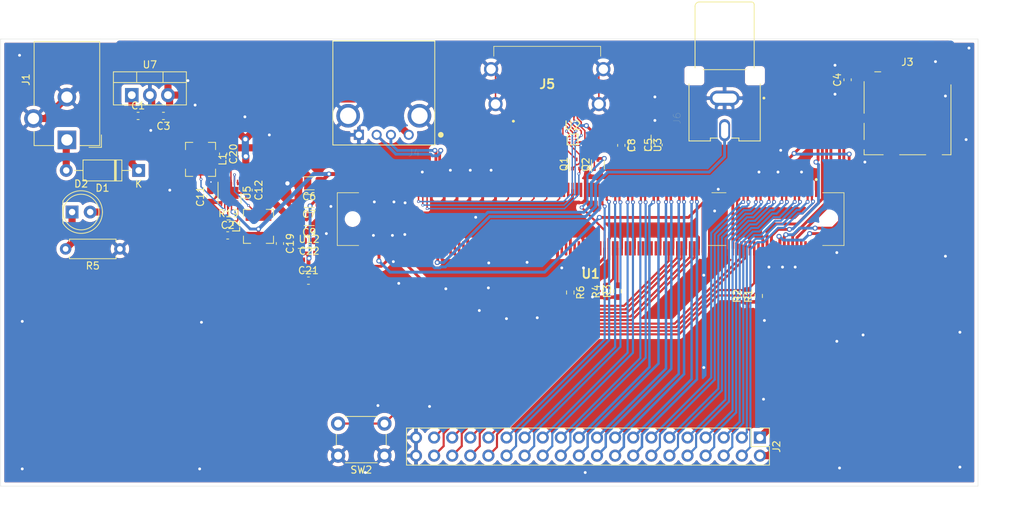
<source format=kicad_pcb>
(kicad_pcb (version 20171130) (host pcbnew "(5.1.9-0-10_14)")
  (layers (0 F.Cu signal) (31 B.Cu signal) (34 B.Paste user) (35 F.Paste user) (36 B.SilkS user) (37 F.SilkS user) (38 B.Mask user) (39 F.Mask user) (44 Edge.Cuts user))
  (net 0 "")
  (net 1 +5V)
  (net 2 GND)
  (net 3 +3V3)
  (net 4 +1V8)
  (net 5 +5VA)
  (net 6 "Net-(D1-Pad2)")
  (net 7 "Net-(D2-Pad1)")
  (net 8 +2V5)
  (net 9 "Net-(C2-Pad2)")
  (net 10 "Net-(L1-Pad1)")
  (net 11 "Net-(L2-Pad1)")
  (net 12 VS)
  (net 13 /GPIO0)
  (net 14 /GPIO1)
  (net 15 /GPIO2)
  (net 16 /GPIO3)
  (net 17 /GPIO4)
  (net 18 /GPIO5)
  (net 19 /GPIO6)
  (net 20 /GPIO7)
  (net 21 /GPIO8)
  (net 22 /GPIO9)
  (net 23 /GPIO10)
  (net 24 /GPIO11)
  (net 25 /GPIO12)
  (net 26 /GPIO13)
  (net 27 /GPIO14)
  (net 28 /GPIO15)
  (net 29 /GPIO16)
  (net 30 /GPIO17)
  (net 31 /GPIO18)
  (net 32 /GPIO19)
  (net 33 /GPIO20)
  (net 34 /GPIO21)
  (net 35 /GPIO22)
  (net 36 /GPIO23)
  (net 37 /GPIO24)
  (net 38 /GPIO25)
  (net 39 /GPIO26)
  (net 40 /GPIO27)
  (net 41 /GPIO28)
  (net 42 /GPIO29)
  (net 43 /GPIO30)
  (net 44 /GPIO31)
  (net 45 /GPIO32)
  (net 46 /GPIO33)
  (net 47 /GPIO34)
  (net 48 /GPIO35)
  (net 49 /SDX_D2)
  (net 50 /SDX_D1)
  (net 51 /SDX_D3)
  (net 52 /SDX_CMD)
  (net 53 /SDX_CLK)
  (net 54 /SDX_D0)
  (net 55 /USB_D-)
  (net 56 /USB_D+)
  (net 57 /HDMI_D2_P)
  (net 58 /HDMI_D2_N)
  (net 59 /HDMI_D1_P)
  (net 60 /HDMI_D1_N)
  (net 61 /HDMI_D0_P)
  (net 62 /HDMI_D0_N)
  (net 63 /HDMI_CLK_P)
  (net 64 /HDMI_CLK_N)
  (net 65 "Net-(J5-Pad13)")
  (net 66 /HDMI_SCL)
  (net 67 /HDMI_SDA)
  (net 68 "Net-(J5-Pad19)")
  (net 69 /TVDAC)
  (net 70 /HDMI_CEC)
  (net 71 /HDMI_HPD_N)
  (net 72 "Net-(R3-Pad2)")
  (net 73 "Net-(R4-Pad2)")
  (net 74 "Net-(SW2-Pad2)")
  (module 1717254-4:17172544 (layer F.Cu) (at 181.865 51.435)
    (fp_text reference U1 (at 0 7.675) (layer F.SilkS) (effects (font (size 1.27 1.27) (thickness 0.254))))
    (fp_text value RaspberryPi-CM3+L hide)
    (pad 1 smd rect (at 31.65 -4.1) (size 0.35 2) (layers F.Cu F.Paste F.Mask) (net 2 GND))
    (pad 2 smd rect (at 31.35 4.1) (size 0.35 2) (layers F.Cu F.Paste F.Mask))
    (pad 3 smd rect (at 31.05 -4.1) (size 0.35 2) (layers F.Cu F.Paste F.Mask) (net 13 /GPIO0))
    (pad 4 smd rect (at 30.75 4.1) (size 0.35 2) (layers F.Cu F.Paste F.Mask) (net 3 +3V3))
    (pad 5 smd rect (at 30.45 -4.1) (size 0.35 2) (layers F.Cu F.Paste F.Mask) (net 14 /GPIO1))
    (pad 6 smd rect (at 30.15 4.1) (size 0.35 2) (layers F.Cu F.Paste F.Mask) (net 3 +3V3))
    (pad 7 smd rect (at 29.85 -4.1) (size 0.35 2) (layers F.Cu F.Paste F.Mask) (net 2 GND))
    (pad 8 smd rect (at 29.55 4.1) (size 0.35 2) (layers F.Cu F.Paste F.Mask) (net 2 GND))
    (pad 9 smd rect (at 29.25 -4.1) (size 0.35 2) (layers F.Cu F.Paste F.Mask) (net 15 /GPIO2))
    (pad 10 smd rect (at 28.95 4.1) (size 0.35 2) (layers F.Cu F.Paste F.Mask) (net 53 /SDX_CLK))
    (pad 11 smd rect (at 28.65 -4.1) (size 0.35 2) (layers F.Cu F.Paste F.Mask) (net 16 /GPIO3))
    (pad 12 smd rect (at 28.35 4.1) (size 0.35 2) (layers F.Cu F.Paste F.Mask) (net 52 /SDX_CMD))
    (pad 13 smd rect (at 28.05 -4.1) (size 0.35 2) (layers F.Cu F.Paste F.Mask) (net 2 GND))
    (pad 14 smd rect (at 27.75 4.1) (size 0.35 2) (layers F.Cu F.Paste F.Mask) (net 2 GND))
    (pad 15 smd rect (at 27.45 -4.1) (size 0.35 2) (layers F.Cu F.Paste F.Mask) (net 17 /GPIO4))
    (pad 16 smd rect (at 27.15 4.1) (size 0.35 2) (layers F.Cu F.Paste F.Mask) (net 54 /SDX_D0))
    (pad 17 smd rect (at 26.85 -4.1) (size 0.35 2) (layers F.Cu F.Paste F.Mask) (net 18 /GPIO5))
    (pad 18 smd rect (at 26.55 4.1) (size 0.35 2) (layers F.Cu F.Paste F.Mask) (net 50 /SDX_D1))
    (pad 19 smd rect (at 26.25 -4.1) (size 0.35 2) (layers F.Cu F.Paste F.Mask) (net 2 GND))
    (pad 20 smd rect (at 25.95 4.1) (size 0.35 2) (layers F.Cu F.Paste F.Mask) (net 2 GND))
    (pad 21 smd rect (at 25.65 -4.1) (size 0.35 2) (layers F.Cu F.Paste F.Mask) (net 19 /GPIO6))
    (pad 22 smd rect (at 25.35 4.1) (size 0.35 2) (layers F.Cu F.Paste F.Mask) (net 49 /SDX_D2))
    (pad 23 smd rect (at 25.05 -4.1) (size 0.35 2) (layers F.Cu F.Paste F.Mask) (net 20 /GPIO7))
    (pad 24 smd rect (at 24.75 4.1) (size 0.35 2) (layers F.Cu F.Paste F.Mask) (net 51 /SDX_D3))
    (pad 25 smd rect (at 24.45 -4.1) (size 0.35 2) (layers F.Cu F.Paste F.Mask) (net 2 GND))
    (pad 26 smd rect (at 24.15 4.1) (size 0.35 2) (layers F.Cu F.Paste F.Mask) (net 2 GND))
    (pad 27 smd rect (at 23.85 -4.1) (size 0.35 2) (layers F.Cu F.Paste F.Mask) (net 21 /GPIO8))
    (pad 28 smd rect (at 23.55 4.1) (size 0.35 2) (layers F.Cu F.Paste F.Mask) (net 41 /GPIO28))
    (pad 29 smd rect (at 23.25 -4.1) (size 0.35 2) (layers F.Cu F.Paste F.Mask) (net 22 /GPIO9))
    (pad 30 smd rect (at 22.95 4.1) (size 0.35 2) (layers F.Cu F.Paste F.Mask) (net 42 /GPIO29))
    (pad 31 smd rect (at 22.65 -4.1) (size 0.35 2) (layers F.Cu F.Paste F.Mask) (net 2 GND))
    (pad 32 smd rect (at 22.35 4.1) (size 0.35 2) (layers F.Cu F.Paste F.Mask) (net 2 GND))
    (pad 33 smd rect (at 22.05 -4.1) (size 0.35 2) (layers F.Cu F.Paste F.Mask) (net 23 /GPIO10))
    (pad 34 smd rect (at 21.75 4.1) (size 0.35 2) (layers F.Cu F.Paste F.Mask) (net 43 /GPIO30))
    (pad 35 smd rect (at 21.45 -4.1) (size 0.35 2) (layers F.Cu F.Paste F.Mask) (net 24 /GPIO11))
    (pad 36 smd rect (at 21.15 4.1) (size 0.35 2) (layers F.Cu F.Paste F.Mask) (net 44 /GPIO31))
    (pad 37 smd rect (at 20.85 -4.1) (size 0.35 2) (layers F.Cu F.Paste F.Mask) (net 2 GND))
    (pad 38 smd rect (at 20.55 4.1) (size 0.35 2) (layers F.Cu F.Paste F.Mask) (net 2 GND))
    (pad 39 smd rect (at 20.25 -4.1) (size 0.35 2) (layers F.Cu F.Paste F.Mask) (net 3 +3V3))
    (pad 40 smd rect (at 19.95 4.1) (size 0.35 2) (layers F.Cu F.Paste F.Mask) (net 3 +3V3))
    (pad 41 smd rect (at 16.05 -4.1) (size 0.35 2) (layers F.Cu F.Paste F.Mask) (net 3 +3V3))
    (pad 42 smd rect (at 15.75 4.1) (size 0.35 2) (layers F.Cu F.Paste F.Mask) (net 3 +3V3))
    (pad 43 smd rect (at 15.45 -4.1) (size 0.35 2) (layers F.Cu F.Paste F.Mask) (net 2 GND))
    (pad 44 smd rect (at 15.15 4.1) (size 0.35 2) (layers F.Cu F.Paste F.Mask) (net 2 GND))
    (pad 45 smd rect (at 14.85 -4.1) (size 0.35 2) (layers F.Cu F.Paste F.Mask) (net 25 /GPIO12))
    (pad 46 smd rect (at 14.55 4.1) (size 0.35 2) (layers F.Cu F.Paste F.Mask) (net 45 /GPIO32))
    (pad 47 smd rect (at 14.25 -4.1) (size 0.35 2) (layers F.Cu F.Paste F.Mask) (net 26 /GPIO13))
    (pad 48 smd rect (at 13.95 4.1) (size 0.35 2) (layers F.Cu F.Paste F.Mask) (net 46 /GPIO33))
    (pad 49 smd rect (at 13.65 -4.1) (size 0.35 2) (layers F.Cu F.Paste F.Mask) (net 2 GND))
    (pad 50 smd rect (at 13.35 4.1) (size 0.35 2) (layers F.Cu F.Paste F.Mask) (net 2 GND))
    (pad 51 smd rect (at 13.05 -4.1) (size 0.35 2) (layers F.Cu F.Paste F.Mask) (net 27 /GPIO14))
    (pad 52 smd rect (at 12.75 4.1) (size 0.35 2) (layers F.Cu F.Paste F.Mask) (net 47 /GPIO34))
    (pad 53 smd rect (at 12.45 -4.1) (size 0.35 2) (layers F.Cu F.Paste F.Mask) (net 28 /GPIO15))
    (pad 54 smd rect (at 12.15 4.1) (size 0.35 2) (layers F.Cu F.Paste F.Mask) (net 48 /GPIO35))
    (pad 55 smd rect (at 11.85 -4.1) (size 0.35 2) (layers F.Cu F.Paste F.Mask) (net 2 GND))
    (pad 56 smd rect (at 11.55 4.1) (size 0.35 2) (layers F.Cu F.Paste F.Mask) (net 2 GND))
    (pad 57 smd rect (at 11.25 -4.1) (size 0.35 2) (layers F.Cu F.Paste F.Mask) (net 29 /GPIO16))
    (pad 58 smd rect (at 10.95 4.1) (size 0.35 2) (layers F.Cu F.Paste F.Mask) (net 74 "Net-(SW2-Pad2)"))
    (pad 59 smd rect (at 10.65 -4.1) (size 0.35 2) (layers F.Cu F.Paste F.Mask) (net 30 /GPIO17))
    (pad 60 smd rect (at 10.35 4.1) (size 0.35 2) (layers F.Cu F.Paste F.Mask))
    (pad 61 smd rect (at 10.05 -4.1) (size 0.35 2) (layers F.Cu F.Paste F.Mask) (net 2 GND))
    (pad 62 smd rect (at 9.75 4.1) (size 0.35 2) (layers F.Cu F.Paste F.Mask) (net 2 GND))
    (pad 63 smd rect (at 9.45 -4.1) (size 0.35 2) (layers F.Cu F.Paste F.Mask) (net 31 /GPIO18))
    (pad 64 smd rect (at 9.15 4.1) (size 0.35 2) (layers F.Cu F.Paste F.Mask))
    (pad 65 smd rect (at 8.85 -4.1) (size 0.35 2) (layers F.Cu F.Paste F.Mask) (net 32 /GPIO19))
    (pad 66 smd rect (at 8.55 4.1) (size 0.35 2) (layers F.Cu F.Paste F.Mask))
    (pad 67 smd rect (at 8.25 -4.1) (size 0.35 2) (layers F.Cu F.Paste F.Mask) (net 2 GND))
    (pad 68 smd rect (at 7.95 4.1) (size 0.35 2) (layers F.Cu F.Paste F.Mask) (net 2 GND))
    (pad 69 smd rect (at 7.65 -4.1) (size 0.35 2) (layers F.Cu F.Paste F.Mask) (net 33 /GPIO20))
    (pad 70 smd rect (at 7.35 4.1) (size 0.35 2) (layers F.Cu F.Paste F.Mask))
    (pad 71 smd rect (at 7.05 -4.1) (size 0.35 2) (layers F.Cu F.Paste F.Mask) (net 34 /GPIO21))
    (pad 72 smd rect (at 6.75 4.1) (size 0.35 2) (layers F.Cu F.Paste F.Mask))
    (pad 73 smd rect (at 6.45 -4.1) (size 0.35 2) (layers F.Cu F.Paste F.Mask) (net 2 GND))
    (pad 74 smd rect (at 6.15 4.1) (size 0.35 2) (layers F.Cu F.Paste F.Mask) (net 2 GND))
    (pad 75 smd rect (at 5.85 -4.1) (size 0.35 2) (layers F.Cu F.Paste F.Mask) (net 35 /GPIO22))
    (pad 76 smd rect (at 5.55 4.1) (size 0.35 2) (layers F.Cu F.Paste F.Mask))
    (pad 77 smd rect (at 5.25 -4.1) (size 0.35 2) (layers F.Cu F.Paste F.Mask) (net 36 /GPIO23))
    (pad 78 smd rect (at 4.95 4.1) (size 0.35 2) (layers F.Cu F.Paste F.Mask))
    (pad 79 smd rect (at 4.65 -4.1) (size 0.35 2) (layers F.Cu F.Paste F.Mask) (net 2 GND))
    (pad 80 smd rect (at 4.35 4.1) (size 0.35 2) (layers F.Cu F.Paste F.Mask) (net 2 GND))
    (pad 81 smd rect (at 4.05 -4.1) (size 0.35 2) (layers F.Cu F.Paste F.Mask) (net 37 /GPIO24))
    (pad 82 smd rect (at 3.75 4.1) (size 0.35 2) (layers F.Cu F.Paste F.Mask) (net 72 "Net-(R3-Pad2)"))
    (pad 83 smd rect (at 3.45 -4.1) (size 0.35 2) (layers F.Cu F.Paste F.Mask) (net 38 /GPIO25))
    (pad 84 smd rect (at 3.15 4.1) (size 0.35 2) (layers F.Cu F.Paste F.Mask) (net 73 "Net-(R4-Pad2)"))
    (pad 85 smd rect (at 2.85 -4.1) (size 0.35 2) (layers F.Cu F.Paste F.Mask) (net 2 GND))
    (pad 86 smd rect (at 2.55 4.1) (size 0.35 2) (layers F.Cu F.Paste F.Mask) (net 2 GND))
    (pad 87 smd rect (at 2.25 -4.1) (size 0.35 2) (layers F.Cu F.Paste F.Mask) (net 39 /GPIO26))
    (pad 88 smd rect (at 1.95 4.1) (size 0.35 2) (layers F.Cu F.Paste F.Mask) (net 71 /HDMI_HPD_N))
    (pad 89 smd rect (at 1.65 -4.1) (size 0.35 2) (layers F.Cu F.Paste F.Mask) (net 40 /GPIO27))
    (pad 90 smd rect (at 1.35 4.1) (size 0.35 2) (layers F.Cu F.Paste F.Mask))
    (pad 91 smd rect (at 1.05 -4.1) (size 0.35 2) (layers F.Cu F.Paste F.Mask) (net 2 GND))
    (pad 92 smd rect (at 0.75 4.1) (size 0.35 2) (layers F.Cu F.Paste F.Mask) (net 2 GND))
    (pad 93 smd rect (at 0.45 -4.1) (size 0.35 2) (layers F.Cu F.Paste F.Mask))
    (pad 94 smd rect (at 0.15 4.1) (size 0.35 2) (layers F.Cu F.Paste F.Mask))
    (pad 95 smd rect (at -0.15 -4.1) (size 0.35 2) (layers F.Cu F.Paste F.Mask))
    (pad 96 smd rect (at -0.45 4.1) (size 0.35 2) (layers F.Cu F.Paste F.Mask))
    (pad 97 smd rect (at -0.75 -4.1) (size 0.35 2) (layers F.Cu F.Paste F.Mask) (net 2 GND))
    (pad 98 smd rect (at -1.05 4.1) (size 0.35 2) (layers F.Cu F.Paste F.Mask) (net 2 GND))
    (pad 99 smd rect (at -1.35 -4.1) (size 0.35 2) (layers F.Cu F.Paste F.Mask))
    (pad 100 smd rect (at -1.65 4.1) (size 0.35 2) (layers F.Cu F.Paste F.Mask))
    (pad 101 smd rect (at -1.95 -4.1) (size 0.35 2) (layers F.Cu F.Paste F.Mask))
    (pad 102 smd rect (at -2.25 4.1) (size 0.35 2) (layers F.Cu F.Paste F.Mask))
    (pad 103 smd rect (at -2.55 -4.1) (size 0.35 2) (layers F.Cu F.Paste F.Mask) (net 2 GND))
    (pad 104 smd rect (at -2.85 4.1) (size 0.35 2) (layers F.Cu F.Paste F.Mask) (net 2 GND))
    (pad 105 smd rect (at -3.15 -4.1) (size 0.35 2) (layers F.Cu F.Paste F.Mask))
    (pad 106 smd rect (at -3.45 4.1) (size 0.35 2) (layers F.Cu F.Paste F.Mask))
    (pad 107 smd rect (at -3.75 -4.1) (size 0.35 2) (layers F.Cu F.Paste F.Mask))
    (pad 108 smd rect (at -4.05 4.1) (size 0.35 2) (layers F.Cu F.Paste F.Mask))
    (pad 109 smd rect (at -4.35 -4.1) (size 0.35 2) (layers F.Cu F.Paste F.Mask) (net 2 GND))
    (pad 110 smd rect (at -4.65 4.1) (size 0.35 2) (layers F.Cu F.Paste F.Mask) (net 2 GND))
    (pad 111 smd rect (at -4.95 -4.1) (size 0.35 2) (layers F.Cu F.Paste F.Mask) (net 64 /HDMI_CLK_N))
    (pad 112 smd rect (at -5.25 4.1) (size 0.35 2) (layers F.Cu F.Paste F.Mask))
    (pad 113 smd rect (at -5.55 -4.1) (size 0.35 2) (layers F.Cu F.Paste F.Mask) (net 63 /HDMI_CLK_P))
    (pad 114 smd rect (at -5.85 4.1) (size 0.35 2) (layers F.Cu F.Paste F.Mask))
    (pad 115 smd rect (at -6.15 -4.1) (size 0.35 2) (layers F.Cu F.Paste F.Mask) (net 2 GND))
    (pad 116 smd rect (at -6.45 4.1) (size 0.35 2) (layers F.Cu F.Paste F.Mask) (net 2 GND))
    (pad 117 smd rect (at -6.75 -4.1) (size 0.35 2) (layers F.Cu F.Paste F.Mask) (net 62 /HDMI_D0_N))
    (pad 118 smd rect (at -7.05 4.1) (size 0.35 2) (layers F.Cu F.Paste F.Mask))
    (pad 119 smd rect (at -7.35 -4.1) (size 0.35 2) (layers F.Cu F.Paste F.Mask) (net 61 /HDMI_D0_P))
    (pad 120 smd rect (at -7.65 4.1) (size 0.35 2) (layers F.Cu F.Paste F.Mask))
    (pad 121 smd rect (at -7.95 -4.1) (size 0.35 2) (layers F.Cu F.Paste F.Mask) (net 2 GND))
    (pad 122 smd rect (at -8.25 4.1) (size 0.35 2) (layers F.Cu F.Paste F.Mask) (net 2 GND))
    (pad 123 smd rect (at -8.55 -4.1) (size 0.35 2) (layers F.Cu F.Paste F.Mask) (net 60 /HDMI_D1_N))
    (pad 124 smd rect (at -8.85 4.1) (size 0.35 2) (layers F.Cu F.Paste F.Mask))
    (pad 125 smd rect (at -9.15 -4.1) (size 0.35 2) (layers F.Cu F.Paste F.Mask) (net 59 /HDMI_D1_P))
    (pad 126 smd rect (at -9.45 4.1) (size 0.35 2) (layers F.Cu F.Paste F.Mask))
    (pad 127 smd rect (at -9.75 -4.1) (size 0.35 2) (layers F.Cu F.Paste F.Mask) (net 2 GND))
    (pad 128 smd rect (at -10.05 4.1) (size 0.35 2) (layers F.Cu F.Paste F.Mask))
    (pad 129 smd rect (at -10.35 -4.1) (size 0.35 2) (layers F.Cu F.Paste F.Mask) (net 58 /HDMI_D2_N))
    (pad 130 smd rect (at -10.65 4.1) (size 0.35 2) (layers F.Cu F.Paste F.Mask))
    (pad 131 smd rect (at -10.95 -4.1) (size 0.35 2) (layers F.Cu F.Paste F.Mask) (net 57 /HDMI_D2_P))
    (pad 132 smd rect (at -11.25 4.1) (size 0.35 2) (layers F.Cu F.Paste F.Mask))
    (pad 133 smd rect (at -11.55 -4.1) (size 0.35 2) (layers F.Cu F.Paste F.Mask) (net 2 GND))
    (pad 134 smd rect (at -11.85 4.1) (size 0.35 2) (layers F.Cu F.Paste F.Mask) (net 2 GND))
    (pad 135 smd rect (at -12.15 -4.1) (size 0.35 2) (layers F.Cu F.Paste F.Mask))
    (pad 136 smd rect (at -12.45 4.1) (size 0.35 2) (layers F.Cu F.Paste F.Mask))
    (pad 137 smd rect (at -12.75 -4.1) (size 0.35 2) (layers F.Cu F.Paste F.Mask))
    (pad 138 smd rect (at -13.05 4.1) (size 0.35 2) (layers F.Cu F.Paste F.Mask))
    (pad 139 smd rect (at -13.35 -4.1) (size 0.35 2) (layers F.Cu F.Paste F.Mask) (net 2 GND))
    (pad 140 smd rect (at -13.65 4.1) (size 0.35 2) (layers F.Cu F.Paste F.Mask) (net 2 GND))
    (pad 141 smd rect (at -13.95 -4.1) (size 0.35 2) (layers F.Cu F.Paste F.Mask))
    (pad 142 smd rect (at -14.25 4.1) (size 0.35 2) (layers F.Cu F.Paste F.Mask))
    (pad 143 smd rect (at -14.55 -4.1) (size 0.35 2) (layers F.Cu F.Paste F.Mask))
    (pad 144 smd rect (at -14.85 4.1) (size 0.35 2) (layers F.Cu F.Paste F.Mask))
    (pad 145 smd rect (at -15.15 -4.1) (size 0.35 2) (layers F.Cu F.Paste F.Mask) (net 2 GND))
    (pad 146 smd rect (at -15.45 4.1) (size 0.35 2) (layers F.Cu F.Paste F.Mask) (net 2 GND))
    (pad 147 smd rect (at -15.75 -4.1) (size 0.35 2) (layers F.Cu F.Paste F.Mask))
    (pad 148 smd rect (at -16.05 4.1) (size 0.35 2) (layers F.Cu F.Paste F.Mask))
    (pad 149 smd rect (at -16.35 -4.1) (size 0.35 2) (layers F.Cu F.Paste F.Mask))
    (pad 150 smd rect (at -16.65 4.1) (size 0.35 2) (layers F.Cu F.Paste F.Mask))
    (pad 151 smd rect (at -16.95 -4.1) (size 0.35 2) (layers F.Cu F.Paste F.Mask) (net 2 GND))
    (pad 152 smd rect (at -17.25 4.1) (size 0.35 2) (layers F.Cu F.Paste F.Mask) (net 2 GND))
    (pad 153 smd rect (at -17.55 -4.1) (size 0.35 2) (layers F.Cu F.Paste F.Mask))
    (pad 154 smd rect (at -17.85 4.1) (size 0.35 2) (layers F.Cu F.Paste F.Mask))
    (pad 155 smd rect (at -18.15 -4.1) (size 0.35 2) (layers F.Cu F.Paste F.Mask))
    (pad 156 smd rect (at -18.45 4.1) (size 0.35 2) (layers F.Cu F.Paste F.Mask))
    (pad 157 smd rect (at -18.75 -4.1) (size 0.35 2) (layers F.Cu F.Paste F.Mask) (net 2 GND))
    (pad 158 smd rect (at -19.05 4.1) (size 0.35 2) (layers F.Cu F.Paste F.Mask))
    (pad 159 smd rect (at -19.35 -4.1) (size 0.35 2) (layers F.Cu F.Paste F.Mask))
    (pad 160 smd rect (at -19.65 4.1) (size 0.35 2) (layers F.Cu F.Paste F.Mask))
    (pad 161 smd rect (at -19.95 -4.1) (size 0.35 2) (layers F.Cu F.Paste F.Mask))
    (pad 162 smd rect (at -20.25 4.1) (size 0.35 2) (layers F.Cu F.Paste F.Mask))
    (pad 163 smd rect (at -20.55 -4.1) (size 0.35 2) (layers F.Cu F.Paste F.Mask) (net 2 GND))
    (pad 164 smd rect (at -20.85 4.1) (size 0.35 2) (layers F.Cu F.Paste F.Mask) (net 2 GND))
    (pad 165 smd rect (at -21.15 -4.1) (size 0.35 2) (layers F.Cu F.Paste F.Mask) (net 56 /USB_D+))
    (pad 166 smd rect (at -21.45 4.1) (size 0.35 2) (layers F.Cu F.Paste F.Mask) (net 69 /TVDAC))
    (pad 167 smd rect (at -21.75 -4.1) (size 0.35 2) (layers F.Cu F.Paste F.Mask) (net 55 /USB_D-))
    (pad 168 smd rect (at -22.05 4.1) (size 0.35 2) (layers F.Cu F.Paste F.Mask) (net 2 GND))
    (pad 169 smd rect (at -22.35 -4.1) (size 0.35 2) (layers F.Cu F.Paste F.Mask) (net 2 GND))
    (pad 170 smd rect (at -22.65 4.1) (size 0.35 2) (layers F.Cu F.Paste F.Mask) (net 2 GND))
    (pad 171 smd rect (at -22.95 -4.1) (size 0.35 2) (layers F.Cu F.Paste F.Mask) (net 70 /HDMI_CEC))
    (pad 172 smd rect (at -23.25 4.1) (size 0.35 2) (layers F.Cu F.Paste F.Mask))
    (pad 173 smd rect (at -23.55 -4.1) (size 0.35 2) (layers F.Cu F.Paste F.Mask) (net 67 /HDMI_SDA))
    (pad 174 smd rect (at -23.85 4.1) (size 0.35 2) (layers F.Cu F.Paste F.Mask))
    (pad 175 smd rect (at -24.15 -4.1) (size 0.35 2) (layers F.Cu F.Paste F.Mask) (net 66 /HDMI_SCL))
    (pad 176 smd rect (at -24.45 4.1) (size 0.35 2) (layers F.Cu F.Paste F.Mask))
    (pad 177 smd rect (at -24.75 -4.1) (size 0.35 2) (layers F.Cu F.Paste F.Mask))
    (pad 178 smd rect (at -25.05 4.1) (size 0.35 2) (layers F.Cu F.Paste F.Mask))
    (pad 179 smd rect (at -25.35 -4.1) (size 0.35 2) (layers F.Cu F.Paste F.Mask))
    (pad 180 smd rect (at -25.65 4.1) (size 0.35 2) (layers F.Cu F.Paste F.Mask))
    (pad 181 smd rect (at -25.95 -4.1) (size 0.35 2) (layers F.Cu F.Paste F.Mask) (net 2 GND))
    (pad 182 smd rect (at -26.25 4.1) (size 0.35 2) (layers F.Cu F.Paste F.Mask) (net 2 GND))
    (pad 183 smd rect (at -26.55 -4.1) (size 0.35 2) (layers F.Cu F.Paste F.Mask) (net 4 +1V8))
    (pad 184 smd rect (at -26.85 4.1) (size 0.35 2) (layers F.Cu F.Paste F.Mask) (net 4 +1V8))
    (pad 185 smd rect (at -27.15 -4.1) (size 0.35 2) (layers F.Cu F.Paste F.Mask) (net 4 +1V8))
    (pad 186 smd rect (at -27.45 4.1) (size 0.35 2) (layers F.Cu F.Paste F.Mask) (net 4 +1V8))
    (pad 187 smd rect (at -27.75 -4.1) (size 0.35 2) (layers F.Cu F.Paste F.Mask) (net 2 GND))
    (pad 188 smd rect (at -28.05 4.1) (size 0.35 2) (layers F.Cu F.Paste F.Mask) (net 2 GND))
    (pad 189 smd rect (at -28.35 -4.1) (size 0.35 2) (layers F.Cu F.Paste F.Mask) (net 8 +2V5))
    (pad 190 smd rect (at -28.65 4.1) (size 0.35 2) (layers F.Cu F.Paste F.Mask) (net 8 +2V5))
    (pad 191 smd rect (at -28.95 -4.1) (size 0.35 2) (layers F.Cu F.Paste F.Mask) (net 3 +3V3))
    (pad 192 smd rect (at -29.25 4.1) (size 0.35 2) (layers F.Cu F.Paste F.Mask) (net 3 +3V3))
    (pad 193 smd rect (at -29.55 -4.1) (size 0.35 2) (layers F.Cu F.Paste F.Mask) (net 3 +3V3))
    (pad 194 smd rect (at -29.85 4.1) (size 0.35 2) (layers F.Cu F.Paste F.Mask) (net 3 +3V3))
    (pad 195 smd rect (at -30.15 -4.1) (size 0.35 2) (layers F.Cu F.Paste F.Mask) (net 2 GND))
    (pad 196 smd rect (at -30.45 4.1) (size 0.35 2) (layers F.Cu F.Paste F.Mask) (net 2 GND))
    (pad 197 smd rect (at -30.75 -4.1) (size 0.35 2) (layers F.Cu F.Paste F.Mask) (net 1 +5V))
    (pad 198 smd rect (at -31.05 4.1) (size 0.35 2) (layers F.Cu F.Paste F.Mask) (net 1 +5V))
    (pad 199 smd rect (at -31.35 -4.1) (size 0.35 2) (layers F.Cu F.Paste F.Mask) (net 1 +5V))
    (pad 200 smd rect (at -31.65 4.1) (size 0.35 2) (layers F.Cu F.Paste F.Mask) (net 1 +5V))
    (pad MH1 np_thru_hole circle (at 33.4 0) (size 1.7 0) (drill 1.7) (layers *.Cu *.Mask))
    (pad MH2 np_thru_hole circle (at -33.4 0) (size 1.2 0) (drill 1.2) (layers *.Cu *.Mask))
    (pad MP1 smd rect (at 32.55 12) (size 4.5 4.6) (layers F.Cu F.Paste F.Mask))
    (pad MP2 smd rect (at -32.55 12) (size 4.5 4.6) (layers F.Cu F.Paste F.Mask))
  )
  (module Diode_THT:D_A-405_P10.16mm_Horizontal (layer F.Cu) (at 118.44 44.605 180)
    (fp_text reference D1 (at 5.08 -2.47) (layer F.SilkS))
    (fp_text value PWR)
    (fp_text user K (at 0 -1.9) (layer F.SilkS))
    (pad 1 thru_hole rect (at 0 0 180) (size 1.8 1.8) (drill 0.9) (layers *.Cu *.Mask) (net 12 VS))
    (pad 2 thru_hole oval (at 10.16 0 180) (size 1.8 1.8) (drill 0.9) (layers *.Cu *.Mask) (net 6 "Net-(D1-Pad2)"))
  )
  (module LED_THT:LED_D5.0mm (layer F.Cu) (at 109.1 50.445)
    (fp_text reference D2 (at 1.27 -3.96) (layer F.SilkS))
    (fp_text value "PWR LED")
    (pad 1 thru_hole rect (at 0 0) (size 1.8 1.8) (drill 0.9) (layers *.Cu *.Mask) (net 7 "Net-(D2-Pad1)"))
    (pad 2 thru_hole circle (at 2.54 0) (size 1.8 1.8) (drill 0.9) (layers *.Cu *.Mask) (net 1 +5V))
  )
  (module Resistor_THT:R_Axial_DIN0207_L6.3mm_D2.5mm_P7.62mm_Horizontal (layer F.Cu) (at 115.81 55.62 180)
    (fp_text reference R5 (at 3.81 -2.37) (layer F.SilkS))
    (fp_text value 330)
    (pad 1 thru_hole circle (at 0 0 180) (size 1.6 1.6) (drill 0.8) (layers *.Cu *.Mask) (net 2 GND))
    (pad 2 thru_hole oval (at 7.62 0 180) (size 1.6 1.6) (drill 0.8) (layers *.Cu *.Mask) (net 7 "Net-(D2-Pad1)"))
  )
  (module Connector_BarrelJack:BarrelJack_CUI_PJ-102AH_Horizontal (layer F.Cu) (at 108.375 40.32 180)
    (fp_text reference J1 (at 5.75 8.45 90) (layer F.SilkS))
    (fp_text value PWR)
    (pad 1 thru_hole rect (at 0 0 180) (size 2.6 2.6) (drill 1.6) (layers *.Cu *.Mask) (net 6 "Net-(D1-Pad2)"))
    (pad 2 thru_hole circle (at 0 6 180) (size 2.6 2.6) (drill 1.6) (layers *.Cu *.Mask) (net 2 GND))
    (pad 3 thru_hole circle (at 4.7 3 180) (size 2.6 2.6) (drill 1.6) (layers *.Cu *.Mask) (net 2 GND))
  )
  (module Package_TO_SOT_THT:TO-220-3_Vertical (layer F.Cu) (at 117.475 34.036)
    (fp_text reference U7 (at 2.54 -4.27) (layer F.SilkS))
    (fp_text value L7805)
    (pad 3 thru_hole oval (at 5.08 0) (size 1.905 2) (drill 1.1) (layers *.Cu *.Mask) (net 1 +5V))
    (pad 2 thru_hole oval (at 2.54 0) (size 1.905 2) (drill 1.1) (layers *.Cu *.Mask) (net 2 GND))
    (pad 1 thru_hole rect (at 0 0) (size 1.905 2) (drill 1.1) (layers *.Cu *.Mask) (net 12 VS))
  )
  (module Capacitor_SMD:C_0603_1608Metric_Pad1.08x0.95mm_HandSolder (layer F.Cu) (at 130.937 53.721)
    (fp_text reference C2 (at 0 -1.43) (layer F.SilkS))
    (fp_text value 0.1uF)
    (pad 1 smd roundrect (at -0.8625 0) (size 1.075 0.95) (layers F.Cu F.Paste F.Mask) (net 2 GND))
    (pad 2 smd roundrect (at 0.8625 0) (size 1.075 0.95) (layers F.Cu F.Paste F.Mask) (net 9 "Net-(C2-Pad2)"))
  )
  (module Capacitor_SMD:C_0603_1608Metric_Pad1.08x0.95mm_HandSolder (layer F.Cu) (at 128.524 48.26 90)
    (fp_text reference C11 (at 0 -1.43 90) (layer F.SilkS))
    (fp_text value 10uF)
    (pad 2 smd roundrect (at 0.8625 0 90) (size 1.075 0.95) (layers F.Cu F.Paste F.Mask) (net 2 GND))
    (pad 1 smd roundrect (at -0.8625 0 90) (size 1.075 0.95) (layers F.Cu F.Paste F.Mask) (net 1 +5V))
  )
  (module Capacitor_SMD:C_0603_1608Metric_Pad1.08x0.95mm_HandSolder (layer F.Cu) (at 133.858 47.371 270)
    (fp_text reference C12 (at 0 -1.43 90) (layer F.SilkS))
    (fp_text value 10uF)
    (pad 2 smd roundrect (at 0.8625 0 270) (size 1.075 0.95) (layers F.Cu F.Paste F.Mask) (net 2 GND))
    (pad 1 smd roundrect (at -0.8625 0 270) (size 1.075 0.95) (layers F.Cu F.Paste F.Mask) (net 1 +5V))
  )
  (module Capacitor_SMD:C_0603_1608Metric_Pad1.08x0.95mm_HandSolder (layer F.Cu) (at 138.266 54.864 270)
    (fp_text reference C19 (at 0 -1.43 90) (layer F.SilkS))
    (fp_text value 10uF)
    (pad 1 smd roundrect (at -0.8625 0 270) (size 1.075 0.95) (layers F.Cu F.Paste F.Mask) (net 4 +1V8))
    (pad 2 smd roundrect (at 0.8625 0 270) (size 1.075 0.95) (layers F.Cu F.Paste F.Mask) (net 2 GND))
  )
  (module Capacitor_SMD:C_0603_1608Metric_Pad1.08x0.95mm_HandSolder (layer F.Cu) (at 130.302 42.291 270)
    (fp_text reference C20 (at 0 -1.43 90) (layer F.SilkS))
    (fp_text value 10uF)
    (pad 1 smd roundrect (at -0.8625 0 270) (size 1.075 0.95) (layers F.Cu F.Paste F.Mask) (net 3 +3V3))
    (pad 2 smd roundrect (at 0.8625 0 270) (size 1.075 0.95) (layers F.Cu F.Paste F.Mask) (net 2 GND))
  )
  (module Capacitor_SMD:C_0603_1608Metric_Pad1.08x0.95mm_HandSolder (layer F.Cu) (at 142.2665 60.071)
    (fp_text reference C21 (at 0 -1.43) (layer F.SilkS))
    (fp_text value 0.47uF)
    (pad 1 smd roundrect (at -0.8625 0) (size 1.075 0.95) (layers F.Cu F.Paste F.Mask) (net 3 +3V3))
    (pad 2 smd roundrect (at 0.8625 0) (size 1.075 0.95) (layers F.Cu F.Paste F.Mask) (net 2 GND))
  )
  (module Capacitor_SMD:C_0603_1608Metric_Pad1.08x0.95mm_HandSolder (layer F.Cu) (at 142.367 54.483 180)
    (fp_text reference C22 (at 0 -1.43) (layer F.SilkS))
    (fp_text value 0.47uF)
    (pad 2 smd roundrect (at 0.8625 0 180) (size 1.075 0.95) (layers F.Cu F.Paste F.Mask) (net 2 GND))
    (pad 1 smd roundrect (at -0.8625 0 180) (size 1.075 0.95) (layers F.Cu F.Paste F.Mask) (net 8 +2V5))
  )
  (module Inductor_SMD:L_Bourns-SRN4018 (layer F.Cu) (at 127.127 43.053 90)
    (fp_text reference L1 (at 0 3.1 90) (layer F.SilkS))
    (fp_text value 4.7uH)
    (pad 1 smd rect (at -1.525 0 90) (size 1.5 3.6) (layers F.Cu F.Paste F.Mask) (net 10 "Net-(L1-Pad1)"))
    (pad 2 smd rect (at 1.525 0 90) (size 1.5 3.6) (layers F.Cu F.Paste F.Mask) (net 3 +3V3))
  )
  (module Inductor_SMD:L_Bourns-SRN4018 (layer F.Cu) (at 135.255 52.451 270)
    (fp_text reference L2 (at 0 3.1 90) (layer F.SilkS))
    (fp_text value 4.7uH)
    (pad 2 smd rect (at 1.525 0 270) (size 1.5 3.6) (layers F.Cu F.Paste F.Mask) (net 4 +1V8))
    (pad 1 smd rect (at -1.525 0 270) (size 1.5 3.6) (layers F.Cu F.Paste F.Mask) (net 11 "Net-(L2-Pad1)"))
  )
  (module Resistor_SMD:R_0603_1608Metric (layer F.Cu) (at 131.064 52.07)
    (fp_text reference R19 (at 0 -1.43) (layer F.SilkS))
    (fp_text value 100k)
    (pad 1 smd roundrect (at -0.825 0) (size 0.8 0.95) (layers F.Cu F.Paste F.Mask) (net 1 +5V))
    (pad 2 smd roundrect (at 0.825 0) (size 0.8 0.95) (layers F.Cu F.Paste F.Mask) (net 9 "Net-(C2-Pad2)"))
  )
  (module Package_DFN_QFN:WDFN-12-1EP_3x3mm_P0.45mm_EP1.7x2.5mm (layer F.Cu) (at 131.191 47.752 270)
    (fp_text reference U5 (at 0 -2.45 90) (layer F.SilkS))
    (fp_text value PAM2306AYPKE)
    (pad 1 smd roundrect (at -1.45 -1.125 270) (size 0.8 0.2) (layers F.Cu F.Paste F.Mask) (net 1 +5V))
    (pad 2 smd roundrect (at -1.45 -0.675 270) (size 0.8 0.2) (layers F.Cu F.Paste F.Mask) (net 11 "Net-(L2-Pad1)"))
    (pad 3 smd roundrect (at -1.45 -0.225 270) (size 0.8 0.2) (layers F.Cu F.Paste F.Mask) (net 2 GND))
    (pad 4 smd roundrect (at -1.45 0.225 270) (size 0.8 0.2) (layers F.Cu F.Paste F.Mask) (net 3 +3V3))
    (pad 5 smd roundrect (at -1.45 0.675 270) (size 0.8 0.2) (layers F.Cu F.Paste F.Mask))
    (pad 6 smd roundrect (at -1.45 1.125 270) (size 0.8 0.2) (layers F.Cu F.Paste F.Mask) (net 1 +5V))
    (pad 7 smd roundrect (at 1.45 1.125 270) (size 0.8 0.2) (layers F.Cu F.Paste F.Mask) (net 1 +5V))
    (pad 8 smd roundrect (at 1.45 0.675 270) (size 0.8 0.2) (layers F.Cu F.Paste F.Mask) (net 10 "Net-(L1-Pad1)"))
    (pad 9 smd roundrect (at 1.45 0.225 270) (size 0.8 0.2) (layers F.Cu F.Paste F.Mask) (net 2 GND))
    (pad 10 smd roundrect (at 1.45 -0.225 270) (size 0.8 0.2) (layers F.Cu F.Paste F.Mask) (net 4 +1V8))
    (pad 11 smd roundrect (at 1.45 -0.675 270) (size 0.8 0.2) (layers F.Cu F.Paste F.Mask))
    (pad 12 smd roundrect (at 1.45 -1.125 270) (size 0.8 0.2) (layers F.Cu F.Paste F.Mask) (net 9 "Net-(C2-Pad2)"))
    (pad 13 smd rect (at 0 0 270) (size 1.7 2.5) (layers F.Cu F.Mask) (net 2 GND))
  )
  (module Package_TO_SOT_SMD:SOT-23-5 (layer F.Cu) (at 142.367 57.15)
    (fp_text reference U12 (at 0 -2.9) (layer F.SilkS))
    (fp_text value AP7315DQ-2.5)
    (pad 1 smd rect (at -1.1 -0.95) (size 1.06 0.65) (layers F.Cu F.Paste F.Mask) (net 3 +3V3))
    (pad 2 smd rect (at -1.1 0) (size 1.06 0.65) (layers F.Cu F.Paste F.Mask) (net 2 GND))
    (pad 3 smd rect (at -1.1 0.95) (size 1.06 0.65) (layers F.Cu F.Paste F.Mask) (net 3 +3V3))
    (pad 4 smd rect (at 1.1 0.95) (size 1.06 0.65) (layers F.Cu F.Paste F.Mask))
    (pad 5 smd rect (at 1.1 -0.95) (size 1.06 0.65) (layers F.Cu F.Paste F.Mask) (net 8 +2V5))
  )
  (module Capacitor_SMD:C_0603_1608Metric_Pad1.08x0.95mm_HandSolder (layer F.Cu) (at 118.364 36.957)
    (fp_text reference C1 (at 0 -1.43) (layer F.SilkS))
    (fp_text value 0.33uF)
    (pad 2 smd roundrect (at 0.8625 0) (size 1.075 0.95) (layers F.Cu F.Paste F.Mask) (net 2 GND))
    (pad 1 smd roundrect (at -0.8625 0) (size 1.075 0.95) (layers F.Cu F.Paste F.Mask) (net 12 VS))
  )
  (module Capacitor_SMD:C_0603_1608Metric_Pad1.08x0.95mm_HandSolder (layer F.Cu) (at 121.92 36.957 180)
    (fp_text reference C3 (at 0 -1.43) (layer F.SilkS))
    (fp_text value 0.1uF)
    (pad 1 smd roundrect (at -0.8625 0 180) (size 1.075 0.95) (layers F.Cu F.Paste F.Mask) (net 1 +5V))
    (pad 2 smd roundrect (at 0.8625 0 180) (size 1.075 0.95) (layers F.Cu F.Paste F.Mask) (net 2 GND))
  )
  (module Capacitor_SMD:C_0603_1608Metric_Pad1.08x0.95mm_HandSolder (layer F.Cu) (at 217.92 31.8825 90)
    (fp_text reference C4 (at 0 -1.43 90) (layer F.SilkS))
    (fp_text value 4.7uF)
    (pad 1 smd roundrect (at -0.8625 0 90) (size 1.075 0.95) (layers F.Cu F.Paste F.Mask) (net 3 +3V3))
    (pad 2 smd roundrect (at 0.8625 0 90) (size 1.075 0.95) (layers F.Cu F.Paste F.Mask) (net 2 GND))
  )
  (module Capacitor_SMD:C_0603_1608Metric_Pad1.08x0.95mm_HandSolder (layer F.Cu) (at 191.395 41.0275 90)
    (fp_text reference C5 (at 0 -1.43 90) (layer F.SilkS))
    (fp_text value 0.1uF)
    (pad 2 smd roundrect (at 0.8625 0 90) (size 1.075 0.95) (layers F.Cu F.Paste F.Mask) (net 2 GND))
    (pad 1 smd roundrect (at -0.8625 0 90) (size 1.075 0.95) (layers F.Cu F.Paste F.Mask) (net 1 +5V))
  )
  (module Capacitor_SMD:C_1206_3216Metric (layer F.Cu) (at 142.365 46.41 180)
    (fp_text reference C6 (at 0 -1.85) (layer F.SilkS))
    (fp_text value 47uF)
    (pad 1 smd roundrect (at -1.475 0 180) (size 1.15 1.8) (layers F.Cu F.Paste F.Mask) (roundrect_rratio 0.217391) (net 4 +1V8))
    (pad 2 smd roundrect (at 1.475 0 180) (size 1.15 1.8) (layers F.Cu F.Paste F.Mask) (roundrect_rratio 0.217391) (net 2 GND))
  )
  (module Capacitor_SMD:C_1206_3216Metric (layer F.Cu) (at 142.365 48.895 180)
    (fp_text reference C7 (at 0 -1.85) (layer F.SilkS))
    (fp_text value 47uF)
    (pad 2 smd roundrect (at 1.475 0 180) (size 1.15 1.8) (layers F.Cu F.Paste F.Mask) (roundrect_rratio 0.217391) (net 2 GND))
    (pad 1 smd roundrect (at -1.475 0 180) (size 1.15 1.8) (layers F.Cu F.Paste F.Mask) (roundrect_rratio 0.217391) (net 3 +3V3))
  )
  (module Capacitor_SMD:C_0603_1608Metric_Pad1.08x0.95mm_HandSolder (layer F.Cu) (at 186.165 41.09 270)
    (fp_text reference C8 (at 0 -1.43 90) (layer F.SilkS))
    (fp_text value 0.1uF)
    (pad 1 smd roundrect (at -0.8625 0 270) (size 1.075 0.95) (layers F.Cu F.Paste F.Mask) (net 5 +5VA))
    (pad 2 smd roundrect (at 0.8625 0 270) (size 1.075 0.95) (layers F.Cu F.Paste F.Mask) (net 2 GND))
  )
  (module Capacitor_SMD:C_1206_3216Metric (layer F.Cu) (at 142.365 51.435 180)
    (fp_text reference C9 (at 0 -1.85) (layer F.SilkS))
    (fp_text value 47uF)
    (pad 1 smd roundrect (at -1.475 0 180) (size 1.15 1.8) (layers F.Cu F.Paste F.Mask) (roundrect_rratio 0.217391) (net 1 +5V))
    (pad 2 smd roundrect (at 1.475 0 180) (size 1.15 1.8) (layers F.Cu F.Paste F.Mask) (roundrect_rratio 0.217391) (net 2 GND))
  )
  (module Connector_PinHeader_2.54mm:PinHeader_2x20_P2.54mm_Vertical (layer F.Cu) (at 205.62 82.085 270)
    (fp_text reference J2 (at 1.27 -2.33 90) (layer F.SilkS))
    (fp_text value GPIO)
    (pad 1 thru_hole rect (at 0 0 270) (size 1.7 1.7) (drill 1) (layers *.Cu *.Mask) (net 3 +3V3))
    (pad 2 thru_hole oval (at 2.54 0 270) (size 1.7 1.7) (drill 1) (layers *.Cu *.Mask) (net 1 +5V))
    (pad 3 thru_hole oval (at 0 2.54 270) (size 1.7 1.7) (drill 1) (layers *.Cu *.Mask) (net 14 /GPIO1))
    (pad 4 thru_hole oval (at 2.54 2.54 270) (size 1.7 1.7) (drill 1) (layers *.Cu *.Mask) (net 13 /GPIO0))
    (pad 5 thru_hole oval (at 0 5.08 270) (size 1.7 1.7) (drill 1) (layers *.Cu *.Mask) (net 16 /GPIO3))
    (pad 6 thru_hole oval (at 2.54 5.08 270) (size 1.7 1.7) (drill 1) (layers *.Cu *.Mask) (net 15 /GPIO2))
    (pad 7 thru_hole oval (at 0 7.62 270) (size 1.7 1.7) (drill 1) (layers *.Cu *.Mask) (net 18 /GPIO5))
    (pad 8 thru_hole oval (at 2.54 7.62 270) (size 1.7 1.7) (drill 1) (layers *.Cu *.Mask) (net 17 /GPIO4))
    (pad 9 thru_hole oval (at 0 10.16 270) (size 1.7 1.7) (drill 1) (layers *.Cu *.Mask) (net 20 /GPIO7))
    (pad 10 thru_hole oval (at 2.54 10.16 270) (size 1.7 1.7) (drill 1) (layers *.Cu *.Mask) (net 19 /GPIO6))
    (pad 11 thru_hole oval (at 0 12.7 270) (size 1.7 1.7) (drill 1) (layers *.Cu *.Mask) (net 22 /GPIO9))
    (pad 12 thru_hole oval (at 2.54 12.7 270) (size 1.7 1.7) (drill 1) (layers *.Cu *.Mask) (net 21 /GPIO8))
    (pad 13 thru_hole oval (at 0 15.24 270) (size 1.7 1.7) (drill 1) (layers *.Cu *.Mask) (net 24 /GPIO11))
    (pad 14 thru_hole oval (at 2.54 15.24 270) (size 1.7 1.7) (drill 1) (layers *.Cu *.Mask) (net 23 /GPIO10))
    (pad 15 thru_hole oval (at 0 17.78 270) (size 1.7 1.7) (drill 1) (layers *.Cu *.Mask) (net 26 /GPIO13))
    (pad 16 thru_hole oval (at 2.54 17.78 270) (size 1.7 1.7) (drill 1) (layers *.Cu *.Mask) (net 25 /GPIO12))
    (pad 17 thru_hole oval (at 0 20.32 270) (size 1.7 1.7) (drill 1) (layers *.Cu *.Mask) (net 28 /GPIO15))
    (pad 18 thru_hole oval (at 2.54 20.32 270) (size 1.7 1.7) (drill 1) (layers *.Cu *.Mask) (net 27 /GPIO14))
    (pad 19 thru_hole oval (at 0 22.86 270) (size 1.7 1.7) (drill 1) (layers *.Cu *.Mask) (net 30 /GPIO17))
    (pad 20 thru_hole oval (at 2.54 22.86 270) (size 1.7 1.7) (drill 1) (layers *.Cu *.Mask) (net 29 /GPIO16))
    (pad 21 thru_hole oval (at 0 25.4 270) (size 1.7 1.7) (drill 1) (layers *.Cu *.Mask) (net 32 /GPIO19))
    (pad 22 thru_hole oval (at 2.54 25.4 270) (size 1.7 1.7) (drill 1) (layers *.Cu *.Mask) (net 31 /GPIO18))
    (pad 23 thru_hole oval (at 0 27.94 270) (size 1.7 1.7) (drill 1) (layers *.Cu *.Mask) (net 34 /GPIO21))
    (pad 24 thru_hole oval (at 2.54 27.94 270) (size 1.7 1.7) (drill 1) (layers *.Cu *.Mask) (net 33 /GPIO20))
    (pad 25 thru_hole oval (at 0 30.48 270) (size 1.7 1.7) (drill 1) (layers *.Cu *.Mask) (net 36 /GPIO23))
    (pad 26 thru_hole oval (at 2.54 30.48 270) (size 1.7 1.7) (drill 1) (layers *.Cu *.Mask) (net 35 /GPIO22))
    (pad 27 thru_hole oval (at 0 33.02 270) (size 1.7 1.7) (drill 1) (layers *.Cu *.Mask) (net 38 /GPIO25))
    (pad 28 thru_hole oval (at 2.54 33.02 270) (size 1.7 1.7) (drill 1) (layers *.Cu *.Mask) (net 37 /GPIO24))
    (pad 29 thru_hole oval (at 0 35.56 270) (size 1.7 1.7) (drill 1) (layers *.Cu *.Mask) (net 40 /GPIO27))
    (pad 30 thru_hole oval (at 2.54 35.56 270) (size 1.7 1.7) (drill 1) (layers *.Cu *.Mask) (net 39 /GPIO26))
    (pad 31 thru_hole oval (at 0 38.1 270) (size 1.7 1.7) (drill 1) (layers *.Cu *.Mask) (net 42 /GPIO29))
    (pad 32 thru_hole oval (at 2.54 38.1 270) (size 1.7 1.7) (drill 1) (layers *.Cu *.Mask) (net 41 /GPIO28))
    (pad 33 thru_hole oval (at 0 40.64 270) (size 1.7 1.7) (drill 1) (layers *.Cu *.Mask) (net 44 /GPIO31))
    (pad 34 thru_hole oval (at 2.54 40.64 270) (size 1.7 1.7) (drill 1) (layers *.Cu *.Mask) (net 43 /GPIO30))
    (pad 35 thru_hole oval (at 0 43.18 270) (size 1.7 1.7) (drill 1) (layers *.Cu *.Mask) (net 46 /GPIO33))
    (pad 36 thru_hole oval (at 2.54 43.18 270) (size 1.7 1.7) (drill 1) (layers *.Cu *.Mask) (net 45 /GPIO32))
    (pad 37 thru_hole oval (at 0 45.72 270) (size 1.7 1.7) (drill 1) (layers *.Cu *.Mask) (net 48 /GPIO35))
    (pad 38 thru_hole oval (at 2.54 45.72 270) (size 1.7 1.7) (drill 1) (layers *.Cu *.Mask) (net 47 /GPIO34))
    (pad 39 thru_hole oval (at 0 48.26 270) (size 1.7 1.7) (drill 1) (layers *.Cu *.Mask) (net 2 GND))
    (pad 40 thru_hole oval (at 2.54 48.26 270) (size 1.7 1.7) (drill 1) (layers *.Cu *.Mask) (net 2 GND))
  )
  (module Connector_Card:microSD_HC_Molex_104031-0811 (layer F.Cu) (at 226.31 36.585)
    (fp_text reference J3 (at 0 -7.18) (layer F.SilkS))
    (fp_text value Micro_SD_Card_Det)
    (pad 1 smd rect (at -3.105 -5.45) (size 0.85 1.1) (layers F.Cu F.Paste F.Mask) (net 49 /SDX_D2))
    (pad 8 smd rect (at 4.545 -5.45) (size 0.75 1.1) (layers F.Cu F.Paste F.Mask) (net 50 /SDX_D1))
    (pad 2 smd rect (at -2.005 -5.45) (size 0.85 1.1) (layers F.Cu F.Paste F.Mask) (net 51 /SDX_D3))
    (pad 3 smd rect (at -0.905 -5.45) (size 0.85 1.1) (layers F.Cu F.Paste F.Mask) (net 52 /SDX_CMD))
    (pad 4 smd rect (at 0.195 -5.45) (size 0.85 1.1) (layers F.Cu F.Paste F.Mask) (net 3 +3V3))
    (pad 5 smd rect (at 1.295 -5.45) (size 0.85 1.1) (layers F.Cu F.Paste F.Mask) (net 53 /SDX_CLK))
    (pad 6 smd rect (at 2.395 -5.45) (size 0.85 1.1) (layers F.Cu F.Paste F.Mask) (net 2 GND))
    (pad 7 smd rect (at 3.495 -5.45) (size 0.85 1.1) (layers F.Cu F.Paste F.Mask) (net 54 /SDX_D0))
    (pad 11 smd rect (at 5.755 -5.1) (size 1.17 1.8) (layers F.Cu F.Paste F.Mask) (net 2 GND))
    (pad 11 smd rect (at -5.565 -5.325) (size 1.55 1.35) (layers F.Cu F.Paste F.Mask) (net 2 GND))
    (pad 10 smd rect (at -5.74 4.4) (size 1.2 1) (layers F.Cu F.Paste F.Mask))
    (pad 9 smd rect (at -5.74 0.7) (size 1.2 1) (layers F.Cu F.Paste F.Mask))
    (pad 11 smd rect (at -2.24 5.375) (size 1.9 1.35) (layers F.Cu F.Paste F.Mask) (net 2 GND))
    (pad 11 smd rect (at 3.73 5.375) (size 1.9 1.35) (layers F.Cu F.Paste F.Mask) (net 2 GND))
  )
  (module UJ2-AH-4-TH:CUI_UJ2-AH-4-TH (layer F.Cu) (at 156.34 39.605 180)
    (fp_text reference J4 (at -0.726085 -2.538775) (layer F.SilkS) (effects (font (size 1.001488 1.001488) (thickness 0.015))))
    (fp_text value USB_A)
    (pad 1 thru_hole circle (at 0 0 180) (size 1.408 1.408) (drill 0.9) (layers *.Cu *.Mask) (net 1 +5V))
    (pad 2 thru_hole circle (at 2.5 0 180) (size 1.408 1.408) (drill 0.9) (layers *.Cu *.Mask) (net 55 /USB_D-))
    (pad 3 thru_hole circle (at 4.5 0 180) (size 1.408 1.408) (drill 0.9) (layers *.Cu *.Mask) (net 56 /USB_D+))
    (pad 4 thru_hole rect (at 7 0 180) (size 1.408 1.408) (drill 0.9) (layers *.Cu *.Mask) (net 2 GND))
    (pad 5 thru_hole circle (at -1.5 2.67 180) (size 3.316 3.316) (drill 2.3) (layers *.Cu *.Mask) (net 2 GND))
    (pad 5 thru_hole circle (at 8.5 2.67 180) (size 3.316 3.316) (drill 2.3) (layers *.Cu *.Mask) (net 2 GND))
  )
  (module 10029449-111RLF:10029449111RLF (layer F.Cu) (at 175.77 32.495 180)
    (fp_text reference J5 (at 0 0) (layer F.SilkS) (effects (font (size 1.27 1.27) (thickness 0.254))))
    (fp_text value HDMI_A hide)
    (pad 1 smd rect (at 4.75 -3.7 180) (size 0.3 1.9) (layers F.Cu F.Paste F.Mask) (net 57 /HDMI_D2_P))
    (pad 2 smd rect (at 4.25 -3.7 180) (size 0.3 1.9) (layers F.Cu F.Paste F.Mask) (net 2 GND))
    (pad 3 smd rect (at 3.75 -3.7 180) (size 0.3 1.9) (layers F.Cu F.Paste F.Mask) (net 58 /HDMI_D2_N))
    (pad 4 smd rect (at 3.25 -3.7 180) (size 0.3 1.9) (layers F.Cu F.Paste F.Mask) (net 59 /HDMI_D1_P))
    (pad 5 smd rect (at 2.75 -3.7 180) (size 0.3 1.9) (layers F.Cu F.Paste F.Mask) (net 2 GND))
    (pad 6 smd rect (at 2.25 -3.7 180) (size 0.3 1.9) (layers F.Cu F.Paste F.Mask) (net 60 /HDMI_D1_N))
    (pad 7 smd rect (at 1.75 -3.7 180) (size 0.3 1.9) (layers F.Cu F.Paste F.Mask) (net 61 /HDMI_D0_P))
    (pad 8 smd rect (at 1.25 -3.7 180) (size 0.3 1.9) (layers F.Cu F.Paste F.Mask) (net 2 GND))
    (pad 9 smd rect (at 0.75 -3.7 180) (size 0.3 1.9) (layers F.Cu F.Paste F.Mask) (net 62 /HDMI_D0_N))
    (pad 10 smd rect (at 0.25 -3.7 180) (size 0.3 1.9) (layers F.Cu F.Paste F.Mask) (net 63 /HDMI_CLK_P))
    (pad 11 smd rect (at -0.25 -3.7 180) (size 0.3 1.9) (layers F.Cu F.Paste F.Mask) (net 2 GND))
    (pad 12 smd rect (at -0.75 -3.7 180) (size 0.3 1.9) (layers F.Cu F.Paste F.Mask) (net 64 /HDMI_CLK_N))
    (pad 13 smd rect (at -1.25 -3.7 180) (size 0.3 1.9) (layers F.Cu F.Paste F.Mask) (net 65 "Net-(J5-Pad13)"))
    (pad 14 smd rect (at -1.75 -3.7 180) (size 0.3 1.9) (layers F.Cu F.Paste F.Mask))
    (pad 15 smd rect (at -2.25 -3.7 180) (size 0.3 1.9) (layers F.Cu F.Paste F.Mask) (net 66 /HDMI_SCL))
    (pad 16 smd rect (at -2.75 -3.7 180) (size 0.3 1.9) (layers F.Cu F.Paste F.Mask) (net 67 /HDMI_SDA))
    (pad 17 smd rect (at -3.25 -3.7 180) (size 0.3 1.9) (layers F.Cu F.Paste F.Mask) (net 2 GND))
    (pad 18 smd rect (at -3.75 -3.7 180) (size 0.3 1.9) (layers F.Cu F.Paste F.Mask) (net 5 +5VA))
    (pad 19 smd rect (at -4.25 -3.7 180) (size 0.3 1.9) (layers F.Cu F.Paste F.Mask) (net 68 "Net-(J5-Pad19)"))
    (pad SH thru_hole circle (at -7.25 -2.8 180) (size 1.995 1.995) (drill 1.33) (layers *.Cu *.Mask) (net 2 GND))
    (pad SH thru_hole circle (at 7.25 -2.8 180) (size 1.995 1.995) (drill 1.33) (layers *.Cu *.Mask) (net 2 GND))
    (pad SH thru_hole circle (at -7.875 2.1 180) (size 1.995 1.995) (drill 1.33) (layers *.Cu *.Mask) (net 2 GND))
    (pad SH thru_hole circle (at 7.875 2.1 180) (size 1.995 1.995) (drill 1.33) (layers *.Cu *.Mask) (net 2 GND))
  )
  (module CUI_RCJ-041 (layer F.Cu) (at 200.665 30.465 90)
    (fp_text reference J6 (at -6.81755 -6.68944 90) (layer F.SilkS) (effects (font (size 1.008205 1.008205) (thickness 0.015))))
    (fp_text value RCJ-041)
    (fp_line (start 0 3.35) (end -1.7 3.35) (layer Edge.Cuts) (width 0.001))
    (fp_line (start 0 5.15) (end 0 3.35) (layer Edge.Cuts) (width 0.001))
    (fp_line (start -1.7 5.15) (end 0 5.15) (layer Edge.Cuts) (width 0.001))
    (fp_line (start -1.7 3.35) (end -1.7 5.15) (layer Edge.Cuts) (width 0.001))
    (fp_line (start 0 -5.15) (end -1.7 -5.15) (layer Edge.Cuts) (width 0.001))
    (fp_line (start 0 -3.35) (end 0 -5.15) (layer Edge.Cuts) (width 0.001))
    (fp_line (start -1.7 -3.35) (end 0 -3.35) (layer Edge.Cuts) (width 0.001))
    (fp_line (start -1.7 -5.15) (end -1.7 -3.35) (layer Edge.Cuts) (width 0.001))
    (pad 1 thru_hole oval (at -4 0 90) (size 2.1 4.2) (drill oval 1.3 3.4) (layers *.Cu *.Mask) (net 2 GND))
    (pad 2 thru_hole oval (at -8.5 0 90) (size 3.1 1.55) (drill oval 2.3 1) (layers *.Cu *.Mask) (net 69 /TVDAC))
  )
  (module Package_TO_SOT_SMD:SOT-523 (layer F.Cu) (at 179.825 43.705 90)
    (fp_text reference Q1 (at 0 -1.7 90) (layer F.SilkS))
    (fp_text value DMG1012T)
    (pad 2 smd rect (at -0.645 0.5 270) (size 0.51 0.4) (layers F.Cu F.Paste F.Mask) (net 70 /HDMI_CEC))
    (pad 3 smd rect (at 0.645 0 270) (size 0.51 0.4) (layers F.Cu F.Paste F.Mask) (net 65 "Net-(J5-Pad13)"))
    (pad 1 smd rect (at -0.645 -0.5 270) (size 0.51 0.4) (layers F.Cu F.Paste F.Mask) (net 5 +5VA))
  )
  (module Package_TO_SOT_SMD:SOT-523 (layer F.Cu) (at 182.885 43.775 90)
    (fp_text reference Q2 (at 0 -1.7 90) (layer F.SilkS))
    (fp_text value DMG1012T)
    (pad 1 smd rect (at -0.645 -0.5 270) (size 0.51 0.4) (layers F.Cu F.Paste F.Mask) (net 68 "Net-(J5-Pad19)"))
    (pad 3 smd rect (at 0.645 0 270) (size 0.51 0.4) (layers F.Cu F.Paste F.Mask) (net 71 /HDMI_HPD_N))
    (pad 2 smd rect (at -0.645 0.5 270) (size 0.51 0.4) (layers F.Cu F.Paste F.Mask) (net 2 GND))
  )
  (module Resistor_SMD:R_0603_1608Metric (layer F.Cu) (at 205.44 62.22 90)
    (fp_text reference R1 (at 0 -1.43 90) (layer F.SilkS))
    (fp_text value 100k)
    (pad 1 smd roundrect (at -0.825 0 90) (size 0.8 0.95) (layers F.Cu F.Paste F.Mask) (net 2 GND))
    (pad 2 smd roundrect (at 0.825 0 90) (size 0.8 0.95) (layers F.Cu F.Paste F.Mask) (net 41 /GPIO28))
  )
  (module Resistor_SMD:R_0603_1608Metric (layer F.Cu) (at 203.845 62.22 90)
    (fp_text reference R2 (at 0 -1.43 90) (layer F.SilkS))
    (fp_text value 100k)
    (pad 2 smd roundrect (at 0.825 0 90) (size 0.8 0.95) (layers F.Cu F.Paste F.Mask) (net 42 /GPIO29))
    (pad 1 smd roundrect (at -0.825 0 90) (size 0.8 0.95) (layers F.Cu F.Paste F.Mask) (net 2 GND))
  )
  (module Resistor_SMD:R_0603_1608Metric (layer F.Cu) (at 185.635 61.55 90)
    (fp_text reference R3 (at 0 -1.43 90) (layer F.SilkS))
    (fp_text value 100k)
    (pad 1 smd roundrect (at -0.825 0 90) (size 0.8 0.95) (layers F.Cu F.Paste F.Mask) (net 2 GND))
    (pad 2 smd roundrect (at 0.825 0 90) (size 0.8 0.95) (layers F.Cu F.Paste F.Mask) (net 72 "Net-(R3-Pad2)"))
  )
  (module Resistor_SMD:R_0603_1608Metric (layer F.Cu) (at 184.075 61.59 90)
    (fp_text reference R4 (at 0 -1.43 90) (layer F.SilkS))
    (fp_text value 100k)
    (pad 2 smd roundrect (at 0.825 0 90) (size 0.8 0.95) (layers F.Cu F.Paste F.Mask) (net 73 "Net-(R4-Pad2)"))
    (pad 1 smd roundrect (at -0.825 0 90) (size 0.8 0.95) (layers F.Cu F.Paste F.Mask) (net 2 GND))
  )
  (module Resistor_SMD:R_0603_1608Metric (layer F.Cu) (at 179.01 61.735 270)
    (fp_text reference R6 (at 0 -1.43 90) (layer F.SilkS))
    (fp_text value 100k)
    (pad 1 smd roundrect (at -0.825 0 270) (size 0.8 0.95) (layers F.Cu F.Paste F.Mask) (net 71 /HDMI_HPD_N))
    (pad 2 smd roundrect (at 0.825 0 270) (size 0.8 0.95) (layers F.Cu F.Paste F.Mask) (net 4 +1V8))
  )
  (module Button_Switch_THT:SW_PUSH_6mm (layer F.Cu) (at 152.93 84.625 180)
    (fp_text reference SW2 (at 3.25 -2) (layer F.SilkS))
    (fp_text value CLEAR)
    (pad 2 thru_hole circle (at 0 4.5 270) (size 2 2) (drill 1.1) (layers *.Cu *.Mask) (net 74 "Net-(SW2-Pad2)"))
    (pad 1 thru_hole circle (at 0 0 270) (size 2 2) (drill 1.1) (layers *.Cu *.Mask) (net 2 GND))
    (pad 2 thru_hole circle (at 6.5 4.5 270) (size 2 2) (drill 1.1) (layers *.Cu *.Mask) (net 74 "Net-(SW2-Pad2)"))
    (pad 1 thru_hole circle (at 6.5 0 270) (size 2 2) (drill 1.1) (layers *.Cu *.Mask) (net 2 GND))
  )
  (module SW-On-Semi:WLCSP9-1.14x1.14mm (layer F.Cu) (at 179.33 40.255)
    (fp_text reference U2 (at 0 -1.95) (layer F.SilkS) (effects (font (size 1.2 1.2))))
    (fp_text value ESD5384)
    (pad A1 smd circle (at -0.4 -0.4) (size 0.25 0.25) (layers F.Cu F.Paste F.Mask) (net 5 +5VA))
    (pad B1 smd circle (at -0.4 0) (size 0.25 0.25) (layers F.Cu F.Paste F.Mask))
    (pad C1 smd circle (at -0.4 0.4) (size 0.25 0.25) (layers F.Cu F.Paste F.Mask) (net 5 +5VA))
    (pad A2 smd circle (at 0 -0.4) (size 0.25 0.25) (layers F.Cu F.Paste F.Mask) (net 65 "Net-(J5-Pad13)"))
    (pad B2 smd circle (at 0 0) (size 0.25 0.25) (layers F.Cu F.Paste F.Mask) (net 2 GND))
    (pad C2 smd circle (at 0 0.4) (size 0.25 0.25) (layers F.Cu F.Paste F.Mask) (net 2 GND))
    (pad A3 smd circle (at 0.4 -0.4) (size 0.25 0.25) (layers F.Cu F.Paste F.Mask) (net 66 /HDMI_SCL))
    (pad B3 smd circle (at 0.4 0) (size 0.25 0.25) (layers F.Cu F.Paste F.Mask) (net 67 /HDMI_SDA))
    (pad C3 smd circle (at 0.4 0.4) (size 0.25 0.25) (layers F.Cu F.Paste F.Mask) (net 68 "Net-(J5-Pad19)"))
  )
  (module Package_TO_SOT_SMD:SOT-23 (layer F.Cu) (at 188.77 41.04 270)
    (fp_text reference U3 (at 0 -2.5 90) (layer F.SilkS))
    (fp_text value AP2331W)
    (pad 1 smd rect (at -1 -0.95 270) (size 0.9 0.8) (layers F.Cu F.Paste F.Mask) (net 2 GND))
    (pad 2 smd rect (at -1 0.95 270) (size 0.9 0.8) (layers F.Cu F.Paste F.Mask) (net 5 +5VA))
    (pad 3 smd rect (at 1 0 270) (size 0.9 0.8) (layers F.Cu F.Paste F.Mask) (net 1 +5V))
  )
  (gr_line (start 236.22 88.9) (end 236.22 26.162) (layer Edge.Cuts) (width 0.05))
  (gr_line (start 99.06 88.9) (end 236.22 88.9) (layer Edge.Cuts) (width 0.05))
  (gr_line (start 99.06 26.162) (end 99.06 88.9) (layer Edge.Cuts) (width 0.05))
  (gr_line (start 99.06 26.162) (end 236.22 26.162) (layer Edge.Cuts) (width 0.05))
  (segment (start 150.514 47.335) (end 151.114 47.335) (width 0.4) (layer F.Cu) (net 1))
  (segment (start 150.514 55.235) (end 150.214 55.535) (width 0.4) (layer F.Cu) (net 1))
  (segment (start 150.514 47.335) (end 150.514 55.235) (width 0.4) (layer F.Cu) (net 1))
  (segment (start 150.814 55.535) (end 150.514 55.235) (width 0.4) (layer F.Cu) (net 1))
  (segment (start 146.414 51.435) (end 150.514 47.335) (width 0.55) (layer F.Cu) (net 1))
  (segment (start 143.842 51.435) (end 146.414 51.435) (width 0.55) (layer F.Cu) (net 1))
  (segment (start 122.7825 34.2635) (end 122.555 34.036) (width 1) (layer F.Cu) (net 1))
  (segment (start 122.7825 36.957) (end 122.7825 34.2635) (width 1) (layer F.Cu) (net 1))
  (segment (start 127.861498 49.1225) (end 128.524 49.1225) (width 1) (layer F.Cu) (net 1))
  (segment (start 122.7825 44.043502) (end 127.861498 49.1225) (width 1) (layer F.Cu) (net 1))
  (segment (start 122.7825 36.957) (end 122.7825 44.043502) (width 1) (layer F.Cu) (net 1))
  (segment (start 129.93649 49.1225) (end 130.01599 49.202) (width 0.4) (layer F.Cu) (net 1))
  (segment (start 128.524 49.1225) (end 129.93649 49.1225) (width 0.4) (layer F.Cu) (net 1))
  (segment (start 130.239 50.8375) (end 128.524 49.1225) (width 0.4) (layer F.Cu) (net 1))
  (segment (start 130.239 52.07) (end 130.239 50.8375) (width 0.4) (layer F.Cu) (net 1))
  (segment (start 129.34901 48.29749) (end 128.524 49.1225) (width 0.3) (layer F.Cu) (net 1))
  (segment (start 129.34901 46.863988) (end 129.34901 48.29749) (width 0.3) (layer F.Cu) (net 1))
  (segment (start 129.910998 46.302) (end 129.34901 46.863988) (width 0.3) (layer F.Cu) (net 1))
  (segment (start 130.066 46.302) (end 129.910998 46.302) (width 0.3) (layer F.Cu) (net 1))
  (segment (start 132.5225 46.5085) (end 132.316 46.302) (width 0.3) (layer F.Cu) (net 1))
  (segment (start 133.858 46.5085) (end 132.5225 46.5085) (width 0.3) (layer F.Cu) (net 1))
  (segment (start 134.83234 46.5085) (end 133.858 46.5085) (width 1) (layer F.Cu) (net 1))
  (segment (start 139.47801 51.15417) (end 134.83234 46.5085) (width 1) (layer F.Cu) (net 1))
  (via (at 133.4135 40.2285) (size 1) (drill 0.6) (layers F.Cu B.Cu) (net 1))
  (segment (start 127.221 34.036) (end 133.4135 40.2285) (width 1) (layer F.Cu) (net 1))
  (segment (start 122.555 34.036) (end 127.221 34.036) (width 1) (layer F.Cu) (net 1))
  (via (at 133.477 42.6285) (size 1) (drill 0.6) (layers F.Cu B.Cu) (net 1))
  (segment (start 133.4135 42.565) (end 133.477 42.6285) (width 1) (layer B.Cu) (net 1))
  (segment (start 133.4135 40.2285) (end 133.4135 42.565) (width 1) (layer B.Cu) (net 1))
  (segment (start 133.477 46.1275) (end 133.858 46.5085) (width 1) (layer F.Cu) (net 1))
  (segment (start 133.477 42.6285) (end 133.477 46.1275) (width 1) (layer F.Cu) (net 1))
  (segment (start 133.4135 40.2285) (end 139.046001 34.595999) (width 1) (layer F.Cu) (net 1))
  (segment (start 122.555 32.036) (end 126.50398 28.08702) (width 1) (layer F.Cu) (net 1))
  (segment (start 122.555 34.036) (end 122.555 32.036) (width 1) (layer F.Cu) (net 1))
  (segment (start 192.81801 41.18349) (end 192.81801 33.61081) (width 1) (layer F.Cu) (net 1))
  (segment (start 191.643 41.8835) (end 192.118 41.8835) (width 1) (layer F.Cu) (net 1))
  (segment (start 192.81801 33.61081) (end 187.29422 28.08702) (width 1) (layer F.Cu) (net 1))
  (segment (start 192.118 41.8835) (end 192.81801 41.18349) (width 1) (layer F.Cu) (net 1))
  (segment (start 187.29422 28.08702) (end 231.425022 28.08702) (width 1) (layer F.Cu) (net 1))
  (segment (start 126.50398 28.08702) (end 187.29422 28.08702) (width 1) (layer F.Cu) (net 1))
  (segment (start 188.9865 41.8835) (end 188.849 42.021) (width 1) (layer F.Cu) (net 1))
  (segment (start 191.643 41.8835) (end 188.9865 41.8835) (width 1) (layer F.Cu) (net 1))
  (segment (start 233.350001 58.09708) (end 233.350001 30.011999) (width 1) (layer F.Cu) (net 1))
  (segment (start 233.350001 30.011999) (end 231.425022 28.08702) (width 1) (layer F.Cu) (net 1))
  (segment (start 206.822081 84.625) (end 233.350001 58.09708) (width 1) (layer F.Cu) (net 1))
  (segment (start 205.62 84.625) (end 206.822081 84.625) (width 1) (layer F.Cu) (net 1))
  (segment (start 116.381002 50.445) (end 111.64 50.445) (width 1) (layer F.Cu) (net 1))
  (segment (start 122.7825 44.043502) (end 116.381002 50.445) (width 1) (layer F.Cu) (net 1))
  (segment (start 139.47801 52.34153) (end 139.47801 51.15417) (width 1) (layer F.Cu) (net 1))
  (segment (start 141.96701 53.30799) (end 140.44447 53.30799) (width 1) (layer F.Cu) (net 1))
  (segment (start 140.44447 53.30799) (end 139.47801 52.34153) (width 1) (layer F.Cu) (net 1))
  (segment (start 143.84 51.435) (end 141.96701 53.30799) (width 1) (layer F.Cu) (net 1))
  (segment (start 151.311999 34.576999) (end 139.065001 34.576999) (width 1) (layer F.Cu) (net 1))
  (segment (start 139.065001 34.576999) (end 139.046001 34.595999) (width 1) (layer F.Cu) (net 1))
  (segment (start 156.34 39.605) (end 151.311999 34.576999) (width 1) (layer F.Cu) (net 1))
  (segment (start 179.324 40.259) (end 179.324 40.659) (width 0.15) (layer F.Cu) (net 2))
  (segment (start 218.1685 31.251) (end 217.932 31.0145) (width 0.4) (layer F.Cu) (net 2))
  (segment (start 220.749 31.251) (end 218.1685 31.251) (width 0.4) (layer F.Cu) (net 2))
  (via (at 151.511 49.022) (size 0.7) (drill 0.4) (layers F.Cu B.Cu) (net 2))
  (segment (start 151.714 48.819) (end 151.511 49.022) (width 0.4) (layer F.Cu) (net 2))
  (segment (start 151.714 47.335) (end 151.714 48.819) (width 0.4) (layer F.Cu) (net 2))
  (via (at 154.264 49.022) (size 0.7) (drill 0.4) (layers F.Cu B.Cu) (net 2))
  (segment (start 154.114 48.872) (end 154.264 49.022) (width 0.4) (layer F.Cu) (net 2))
  (segment (start 154.114 47.335) (end 154.114 48.872) (width 0.4) (layer F.Cu) (net 2))
  (via (at 155.829 49.149) (size 0.7) (drill 0.4) (layers F.Cu B.Cu) (net 2))
  (segment (start 155.914 49.064) (end 155.829 49.149) (width 0.4) (layer F.Cu) (net 2))
  (segment (start 155.914 47.335) (end 155.914 49.064) (width 0.4) (layer F.Cu) (net 2))
  (via (at 151.384 53.721) (size 0.7) (drill 0.4) (layers F.Cu B.Cu) (net 2))
  (segment (start 151.414 53.751) (end 151.384 53.721) (width 0.4) (layer F.Cu) (net 2))
  (segment (start 151.414 55.535) (end 151.414 53.751) (width 0.4) (layer F.Cu) (net 2))
  (via (at 154.051 53.721) (size 0.7) (drill 0.4) (layers F.Cu B.Cu) (net 2))
  (segment (start 153.814 53.958) (end 154.051 53.721) (width 0.4) (layer F.Cu) (net 2))
  (segment (start 153.814 55.535) (end 153.814 53.958) (width 0.4) (layer F.Cu) (net 2))
  (via (at 155.788999 53.594) (size 0.7) (drill 0.4) (layers F.Cu B.Cu) (net 2))
  (segment (start 155.638999 53.744) (end 155.788999 53.594) (width 0.4) (layer F.Cu) (net 2))
  (segment (start 155.638999 55.510001) (end 155.638999 53.744) (width 0.4) (layer F.Cu) (net 2))
  (segment (start 155.614 55.535) (end 155.638999 55.510001) (width 0.4) (layer F.Cu) (net 2))
  (segment (start 158.568002 53.594) (end 155.788999 53.594) (width 0.4) (layer F.Cu) (net 2))
  (segment (start 159.476 54.501998) (end 158.568002 53.594) (width 0.4) (layer F.Cu) (net 2))
  (segment (start 159.476 55.535) (end 159.476 54.501998) (width 0.4) (layer F.Cu) (net 2))
  (segment (start 159.814 55.535) (end 159.476 55.535) (width 0.4) (layer F.Cu) (net 2))
  (segment (start 159.476 55.535) (end 159.214 55.535) (width 0.4) (layer F.Cu) (net 2))
  (segment (start 160.368002 53.594) (end 158.568002 53.594) (width 0.4) (layer F.Cu) (net 2))
  (segment (start 161.014 54.239998) (end 160.368002 53.594) (width 0.4) (layer F.Cu) (net 2))
  (segment (start 161.014 55.535) (end 161.014 54.239998) (width 0.4) (layer F.Cu) (net 2))
  (segment (start 163.968002 53.594) (end 160.368002 53.594) (width 0.4) (layer F.Cu) (net 2))
  (segment (start 164.614 54.239998) (end 163.968002 53.594) (width 0.4) (layer F.Cu) (net 2))
  (segment (start 164.614 55.535) (end 164.614 54.239998) (width 0.4) (layer F.Cu) (net 2))
  (segment (start 165.768002 53.594) (end 163.968002 53.594) (width 0.4) (layer F.Cu) (net 2))
  (segment (start 166.414 54.239998) (end 165.768002 53.594) (width 0.4) (layer F.Cu) (net 2))
  (segment (start 166.414 55.535) (end 166.414 54.239998) (width 0.4) (layer F.Cu) (net 2))
  (segment (start 168.214 54.239998) (end 167.568002 53.594) (width 0.4) (layer F.Cu) (net 2))
  (segment (start 167.568002 53.594) (end 165.768002 53.594) (width 0.4) (layer F.Cu) (net 2))
  (segment (start 168.214 55.535) (end 168.214 54.239998) (width 0.4) (layer F.Cu) (net 2))
  (segment (start 169.368002 53.594) (end 167.568002 53.594) (width 0.4) (layer F.Cu) (net 2))
  (segment (start 170.014 54.239998) (end 169.368002 53.594) (width 0.4) (layer F.Cu) (net 2))
  (segment (start 170.014 55.535) (end 170.014 54.239998) (width 0.4) (layer F.Cu) (net 2))
  (segment (start 172.968002 53.594) (end 169.368002 53.594) (width 0.4) (layer F.Cu) (net 2))
  (segment (start 173.614 54.239998) (end 172.968002 53.594) (width 0.4) (layer F.Cu) (net 2))
  (segment (start 173.614 55.535) (end 173.614 54.239998) (width 0.4) (layer F.Cu) (net 2))
  (segment (start 174.768002 53.594) (end 172.968002 53.594) (width 0.4) (layer F.Cu) (net 2))
  (segment (start 175.414 54.239998) (end 174.768002 53.594) (width 0.4) (layer F.Cu) (net 2))
  (segment (start 175.414 55.535) (end 175.414 54.239998) (width 0.4) (layer F.Cu) (net 2))
  (segment (start 176.568002 53.594) (end 174.768002 53.594) (width 0.4) (layer F.Cu) (net 2))
  (segment (start 177.214 54.239998) (end 176.568002 53.594) (width 0.4) (layer F.Cu) (net 2))
  (segment (start 177.214 55.535) (end 177.214 54.239998) (width 0.4) (layer F.Cu) (net 2))
  (segment (start 178.473 53.594) (end 176.568002 53.594) (width 0.4) (layer F.Cu) (net 2))
  (segment (start 179.014 54.135) (end 178.473 53.594) (width 0.4) (layer F.Cu) (net 2))
  (segment (start 179.014 55.535) (end 179.014 54.135) (width 0.4) (layer F.Cu) (net 2))
  (segment (start 180.814 54.239998) (end 180.168002 53.594) (width 0.4) (layer F.Cu) (net 2))
  (segment (start 180.168002 53.594) (end 178.473 53.594) (width 0.4) (layer F.Cu) (net 2))
  (segment (start 180.814 55.535) (end 180.814 54.239998) (width 0.4) (layer F.Cu) (net 2))
  (segment (start 181.968002 53.594) (end 180.168002 53.594) (width 0.4) (layer F.Cu) (net 2))
  (segment (start 182.614 54.239998) (end 181.968002 53.594) (width 0.4) (layer F.Cu) (net 2))
  (segment (start 182.614 55.535) (end 182.614 54.239998) (width 0.4) (layer F.Cu) (net 2))
  (segment (start 161.314 48.630002) (end 160.795002 49.149) (width 0.4) (layer F.Cu) (net 2))
  (segment (start 161.314 47.335) (end 161.314 48.630002) (width 0.4) (layer F.Cu) (net 2))
  (segment (start 163.114 48.630002) (end 162.595002 49.149) (width 0.4) (layer F.Cu) (net 2))
  (segment (start 163.114 47.335) (end 163.114 48.630002) (width 0.4) (layer F.Cu) (net 2))
  (segment (start 164.395002 49.149) (end 162.595002 49.149) (width 0.4) (layer F.Cu) (net 2))
  (segment (start 164.914 48.630002) (end 164.395002 49.149) (width 0.4) (layer F.Cu) (net 2))
  (segment (start 164.914 47.335) (end 164.914 48.630002) (width 0.4) (layer F.Cu) (net 2))
  (segment (start 166.195002 49.149) (end 164.395002 49.149) (width 0.4) (layer F.Cu) (net 2))
  (segment (start 166.714 48.630002) (end 166.195002 49.149) (width 0.4) (layer F.Cu) (net 2))
  (segment (start 166.714 47.335) (end 166.714 48.630002) (width 0.4) (layer F.Cu) (net 2))
  (segment (start 167.995002 49.149) (end 166.195002 49.149) (width 0.4) (layer F.Cu) (net 2))
  (segment (start 168.514 48.630002) (end 167.995002 49.149) (width 0.4) (layer F.Cu) (net 2))
  (segment (start 168.514 47.335) (end 168.514 48.630002) (width 0.4) (layer F.Cu) (net 2))
  (segment (start 179.314 48.630002) (end 179.314 47.335) (width 0.4) (layer F.Cu) (net 2))
  (segment (start 178.795002 49.149) (end 179.314 48.630002) (width 0.4) (layer F.Cu) (net 2))
  (segment (start 176.995002 49.149) (end 178.562 49.149) (width 0.4) (layer F.Cu) (net 2))
  (segment (start 178.562 49.149) (end 178.795002 49.149) (width 0.4) (layer F.Cu) (net 2))
  (segment (start 184.414 54.219) (end 184.414 55.535) (width 0.4) (layer F.Cu) (net 2))
  (segment (start 184.519001 54.113999) (end 184.414 54.219) (width 0.4) (layer F.Cu) (net 2))
  (segment (start 186.214 55.535) (end 186.214 54.239998) (width 0.4) (layer F.Cu) (net 2))
  (segment (start 184.519001 53.732999) (end 184.519001 54.113999) (width 0.4) (layer F.Cu) (net 2))
  (segment (start 185.707001 53.732999) (end 184.519001 53.732999) (width 0.4) (layer F.Cu) (net 2))
  (segment (start 186.214 54.239998) (end 185.707001 53.732999) (width 0.4) (layer F.Cu) (net 2))
  (segment (start 184.519001 53.360999) (end 184.519001 53.732999) (width 0.4) (layer F.Cu) (net 2))
  (segment (start 188.014 54.239998) (end 187.507001 53.732999) (width 0.4) (layer F.Cu) (net 2))
  (segment (start 187.507001 53.732999) (end 185.707001 53.732999) (width 0.4) (layer F.Cu) (net 2))
  (segment (start 188.014 55.535) (end 188.014 54.239998) (width 0.4) (layer F.Cu) (net 2))
  (segment (start 189.814 54.239998) (end 189.814 55.535) (width 0.4) (layer F.Cu) (net 2))
  (segment (start 189.307001 53.732999) (end 189.814 54.239998) (width 0.4) (layer F.Cu) (net 2))
  (segment (start 187.507001 53.732999) (end 189.307001 53.732999) (width 0.4) (layer F.Cu) (net 2))
  (segment (start 191.614 54.239998) (end 191.614 55.535) (width 0.4) (layer F.Cu) (net 2))
  (segment (start 191.107001 53.732999) (end 191.614 54.239998) (width 0.4) (layer F.Cu) (net 2))
  (segment (start 189.307001 53.732999) (end 191.107001 53.732999) (width 0.4) (layer F.Cu) (net 2))
  (segment (start 193.414 54.239998) (end 193.414 55.535) (width 0.4) (layer F.Cu) (net 2))
  (segment (start 192.907001 53.732999) (end 193.414 54.239998) (width 0.4) (layer F.Cu) (net 2))
  (segment (start 191.107001 53.732999) (end 192.907001 53.732999) (width 0.4) (layer F.Cu) (net 2))
  (segment (start 195.214 54.239998) (end 195.214 55.535) (width 0.4) (layer F.Cu) (net 2))
  (segment (start 194.707001 53.732999) (end 195.214 54.239998) (width 0.4) (layer F.Cu) (net 2))
  (segment (start 192.907001 53.732999) (end 194.707001 53.732999) (width 0.4) (layer F.Cu) (net 2))
  (segment (start 197.014 54.012) (end 197.014 55.535) (width 0.4) (layer F.Cu) (net 2))
  (segment (start 196.734999 53.732999) (end 197.014 54.012) (width 0.4) (layer F.Cu) (net 2))
  (segment (start 194.707001 53.732999) (end 196.734999 53.732999) (width 0.4) (layer F.Cu) (net 2))
  (segment (start 154.178 53.594) (end 154.051 53.721) (width 0.4) (layer B.Cu) (net 2))
  (segment (start 155.788999 53.594) (end 154.178 53.594) (width 0.4) (layer B.Cu) (net 2))
  (segment (start 154.391 49.149) (end 154.264 49.022) (width 0.4) (layer B.Cu) (net 2))
  (segment (start 155.829 49.149) (end 154.391 49.149) (width 0.4) (layer B.Cu) (net 2))
  (segment (start 154.051 53.721) (end 151.384 53.721) (width 0.4) (layer B.Cu) (net 2))
  (segment (start 154.264 49.022) (end 151.511 49.022) (width 0.4) (layer B.Cu) (net 2))
  (segment (start 202.414 54.135) (end 202.828 53.721) (width 0.4) (layer F.Cu) (net 2))
  (segment (start 204.214 54.239998) (end 204.214 55.535) (width 0.4) (layer F.Cu) (net 2))
  (segment (start 203.695002 53.721) (end 204.214 54.239998) (width 0.4) (layer F.Cu) (net 2))
  (segment (start 202.828 53.721) (end 203.695002 53.721) (width 0.4) (layer F.Cu) (net 2))
  (segment (start 206.014 53.995) (end 206.014 55.535) (width 0.4) (layer F.Cu) (net 2))
  (segment (start 205.74 53.721) (end 206.014 53.995) (width 0.4) (layer F.Cu) (net 2))
  (segment (start 203.695002 53.721) (end 205.74 53.721) (width 0.4) (layer F.Cu) (net 2))
  (segment (start 206.014 56.830002) (end 206.587998 57.404) (width 0.4) (layer F.Cu) (net 2))
  (segment (start 206.014 55.535) (end 206.014 56.830002) (width 0.4) (layer F.Cu) (net 2))
  (segment (start 207.814 56.830002) (end 207.814 55.535) (width 0.4) (layer F.Cu) (net 2))
  (segment (start 207.240002 57.404) (end 207.814 56.830002) (width 0.4) (layer F.Cu) (net 2))
  (segment (start 206.587998 57.404) (end 207.240002 57.404) (width 0.4) (layer F.Cu) (net 2))
  (segment (start 209.614 56.705) (end 209.614 55.535) (width 0.4) (layer F.Cu) (net 2))
  (segment (start 208.915 57.404) (end 209.614 56.705) (width 0.4) (layer F.Cu) (net 2))
  (segment (start 207.240002 57.404) (end 208.915 57.404) (width 0.4) (layer F.Cu) (net 2))
  (segment (start 211.414 56.830002) (end 211.414 55.535) (width 0.4) (layer F.Cu) (net 2))
  (segment (start 210.840002 57.404) (end 211.414 56.830002) (width 0.4) (layer F.Cu) (net 2))
  (segment (start 208.915 57.404) (end 210.840002 57.404) (width 0.4) (layer F.Cu) (net 2))
  (segment (start 120.269 36.957) (end 120.269 34.29) (width 1) (layer F.Cu) (net 2))
  (segment (start 120.269 34.29) (end 120.015 34.036) (width 1) (layer F.Cu) (net 2))
  (segment (start 119.2265 36.957) (end 120.269 36.957) (width 1) (layer F.Cu) (net 2))
  (segment (start 120.269 36.957) (end 121.0575 36.957) (width 1) (layer F.Cu) (net 2))
  (segment (start 130.966 49.7177) (end 130.966 49.202) (width 0.3) (layer F.Cu) (net 2))
  (segment (start 130.98901 49.74071) (end 130.966 49.7177) (width 0.3) (layer F.Cu) (net 2))
  (segment (start 130.98901 52.80649) (end 130.98901 49.74071) (width 0.3) (layer F.Cu) (net 2))
  (segment (start 130.0745 53.721) (end 130.98901 52.80649) (width 0.3) (layer F.Cu) (net 2))
  (segment (start 130.966 47.977) (end 131.191 47.752) (width 0.3) (layer F.Cu) (net 2))
  (segment (start 130.966 49.202) (end 130.966 47.977) (width 0.3) (layer F.Cu) (net 2))
  (segment (start 133.3765 47.752) (end 133.858 48.2335) (width 0.3) (layer F.Cu) (net 2))
  (segment (start 131.191 47.752) (end 133.3765 47.752) (width 0.3) (layer F.Cu) (net 2))
  (segment (start 131.416 47.527) (end 131.416 46.302) (width 0.3) (layer F.Cu) (net 2))
  (segment (start 131.191 47.752) (end 131.416 47.527) (width 0.3) (layer F.Cu) (net 2))
  (via (at 128.5875 46.228) (size 0.4) (drill 0.2) (layers F.Cu B.Cu) (net 2))
  (segment (start 128.524 46.2915) (end 128.5875 46.228) (width 0.2) (layer F.Cu) (net 2))
  (segment (start 128.524 47.3975) (end 128.524 46.2915) (width 0.2) (layer F.Cu) (net 2))
  (segment (start 140.892 51.435) (end 140.892 46.404) (width 1) (layer F.Cu) (net 2))
  (via (at 139.319 46.4185) (size 1) (drill 0.6) (layers F.Cu B.Cu) (net 2))
  (segment (start 139.3335 46.404) (end 139.319 46.4185) (width 1) (layer F.Cu) (net 2))
  (segment (start 140.892 46.404) (end 139.3335 46.404) (width 1) (layer F.Cu) (net 2))
  (segment (start 131.389499 44.240999) (end 130.302 43.1535) (width 0.2) (layer F.Cu) (net 2))
  (segment (start 131.389499 46.275499) (end 131.389499 44.240999) (width 0.2) (layer F.Cu) (net 2))
  (segment (start 131.416 46.302) (end 131.389499 46.275499) (width 0.2) (layer F.Cu) (net 2))
  (via (at 180.5432 41.0972) (size 0.4) (drill 0.2) (layers F.Cu B.Cu) (net 2))
  (segment (start 179.570198 41.0972) (end 180.5432 41.0972) (width 0.15) (layer F.Cu) (net 2))
  (segment (start 179.323999 40.851001) (end 179.570198 41.0972) (width 0.15) (layer F.Cu) (net 2))
  (segment (start 179.324 40.659) (end 179.323999 40.851001) (width 0.15) (layer F.Cu) (net 2))
  (segment (start 168.868001 34.961999) (end 168.518 35.312) (width 0.2) (layer F.Cu) (net 2))
  (segment (start 182.667999 34.961999) (end 183.018 35.312) (width 0.2) (layer F.Cu) (net 2))
  (segment (start 169.515499 34.314501) (end 168.518 35.312) (width 0.2) (layer F.Cu) (net 2))
  (segment (start 170.864901 34.314501) (end 169.515499 34.314501) (width 0.2) (layer F.Cu) (net 2))
  (segment (start 179.018 35.1524) (end 179.018 36.212) (width 0.2) (layer F.Cu) (net 2))
  (segment (start 182.4532 34.7472) (end 183.018 35.312) (width 0.2) (layer F.Cu) (net 2))
  (segment (start 183.018 31.037) (end 183.643 30.412) (width 0.2) (layer F.Cu) (net 2))
  (segment (start 183.018 35.312) (end 183.018 31.037) (width 0.2) (layer F.Cu) (net 2))
  (segment (start 168.518 31.037) (end 167.893 30.412) (width 0.2) (layer F.Cu) (net 2))
  (segment (start 168.518 35.312) (end 168.518 31.037) (width 0.2) (layer F.Cu) (net 2))
  (segment (start 140.336999 56.845001) (end 140.336999 55.650501) (width 0.4) (layer F.Cu) (net 2))
  (segment (start 140.336999 55.650501) (end 141.5045 54.483) (width 0.4) (layer F.Cu) (net 2))
  (segment (start 140.641998 57.15) (end 140.336999 56.845001) (width 0.4) (layer F.Cu) (net 2))
  (segment (start 141.267 57.15) (end 140.641998 57.15) (width 0.4) (layer F.Cu) (net 2))
  (segment (start 154.264 53.508) (end 154.264 49.022) (width 0.55) (layer F.Cu) (net 2))
  (segment (start 154.051 53.721) (end 154.264 53.508) (width 0.55) (layer F.Cu) (net 2))
  (segment (start 151.384 49.149) (end 151.511 49.022) (width 0.55) (layer F.Cu) (net 2))
  (segment (start 151.384 53.721) (end 151.384 49.149) (width 0.55) (layer F.Cu) (net 2))
  (segment (start 229.85801 26.88701) (end 228.12899 26.88701) (width 1) (layer B.Cu) (net 2))
  (segment (start 232.39619 26.88701) (end 228.12899 26.88701) (width 1) (layer B.Cu) (net 2))
  (segment (start 169.7 49.149) (end 169.291 49.149) (width 0.2) (layer F.Cu) (net 2))
  (segment (start 170.314 48.535) (end 169.7 49.149) (width 0.2) (layer F.Cu) (net 2))
  (segment (start 170.314 47.335) (end 170.314 48.535) (width 0.2) (layer F.Cu) (net 2))
  (segment (start 169.291 49.149) (end 167.995002 49.149) (width 0.4) (layer F.Cu) (net 2))
  (segment (start 169.795002 49.149) (end 169.291 49.149) (width 0.4) (layer F.Cu) (net 2))
  (segment (start 171.5 49.149) (end 171.236 49.149) (width 0.2) (layer F.Cu) (net 2))
  (segment (start 172.114 48.535) (end 171.5 49.149) (width 0.2) (layer F.Cu) (net 2))
  (segment (start 171.236 49.149) (end 169.795002 49.149) (width 0.4) (layer F.Cu) (net 2))
  (segment (start 172.114 47.335) (end 172.114 48.535) (width 0.2) (layer F.Cu) (net 2))
  (segment (start 171.595002 49.149) (end 171.236 49.149) (width 0.4) (layer F.Cu) (net 2))
  (segment (start 173.3 49.149) (end 172.859 49.149) (width 0.2) (layer F.Cu) (net 2))
  (segment (start 173.914 47.335) (end 173.914 48.535) (width 0.2) (layer F.Cu) (net 2))
  (segment (start 173.914 48.535) (end 173.3 49.149) (width 0.2) (layer F.Cu) (net 2))
  (segment (start 172.859 49.149) (end 173.355 49.149) (width 0.4) (layer F.Cu) (net 2))
  (segment (start 171.595002 49.149) (end 172.859 49.149) (width 0.4) (layer F.Cu) (net 2))
  (segment (start 175.1 49.149) (end 174.751 49.149) (width 0.2) (layer F.Cu) (net 2))
  (segment (start 175.714 48.535) (end 175.1 49.149) (width 0.2) (layer F.Cu) (net 2))
  (segment (start 175.714 47.335) (end 175.714 48.535) (width 0.2) (layer F.Cu) (net 2))
  (segment (start 174.751 49.149) (end 175.195002 49.149) (width 0.4) (layer F.Cu) (net 2))
  (segment (start 173.355 49.149) (end 174.751 49.149) (width 0.4) (layer F.Cu) (net 2))
  (segment (start 176.9 49.149) (end 176.409 49.149) (width 0.2) (layer F.Cu) (net 2))
  (segment (start 177.514 48.535) (end 176.9 49.149) (width 0.2) (layer F.Cu) (net 2))
  (segment (start 177.514 47.335) (end 177.514 48.535) (width 0.2) (layer F.Cu) (net 2))
  (segment (start 176.409 49.149) (end 176.995002 49.149) (width 0.4) (layer F.Cu) (net 2))
  (segment (start 175.195002 49.149) (end 176.409 49.149) (width 0.4) (layer F.Cu) (net 2))
  (segment (start 171.518 34.9676) (end 171.518 36.212) (width 0.2) (layer F.Cu) (net 2))
  (segment (start 170.864901 34.314501) (end 171.518 34.9676) (width 0.2) (layer F.Cu) (net 2))
  (segment (start 173.018 34.973) (end 173.018 36.212) (width 0.2) (layer F.Cu) (net 2))
  (segment (start 172.359501 34.314501) (end 173.018 34.973) (width 0.2) (layer F.Cu) (net 2))
  (segment (start 170.864901 34.314501) (end 172.359501 34.314501) (width 0.2) (layer F.Cu) (net 2))
  (segment (start 174.518 35.071998) (end 174.518 36.212) (width 0.2) (layer F.Cu) (net 2))
  (segment (start 173.760503 34.314501) (end 174.518 35.071998) (width 0.2) (layer F.Cu) (net 2))
  (segment (start 172.359501 34.314501) (end 173.760503 34.314501) (width 0.2) (layer F.Cu) (net 2))
  (segment (start 176.018 35.048) (end 176.018 36.212) (width 0.2) (layer F.Cu) (net 2))
  (segment (start 175.284501 34.314501) (end 176.018 35.048) (width 0.2) (layer F.Cu) (net 2))
  (segment (start 173.760503 34.314501) (end 175.284501 34.314501) (width 0.2) (layer F.Cu) (net 2))
  (segment (start 179.018 35.071998) (end 179.018 36.212) (width 0.2) (layer F.Cu) (net 2))
  (segment (start 178.260503 34.314501) (end 179.018 35.071998) (width 0.2) (layer F.Cu) (net 2))
  (segment (start 175.284501 34.314501) (end 178.260503 34.314501) (width 0.2) (layer F.Cu) (net 2))
  (segment (start 182.020501 34.314501) (end 183.018 35.312) (width 0.2) (layer F.Cu) (net 2))
  (segment (start 178.260503 34.314501) (end 182.020501 34.314501) (width 0.2) (layer F.Cu) (net 2))
  (segment (start 159.928 49.149) (end 160.795002 49.149) (width 0.4) (layer F.Cu) (net 2))
  (segment (start 159.514 48.735) (end 159.928 49.149) (width 0.4) (layer F.Cu) (net 2))
  (segment (start 159.514 47.335) (end 159.514 48.735) (width 0.4) (layer F.Cu) (net 2))
  (segment (start 162.595002 49.149) (end 160.795002 49.149) (width 0.4) (layer F.Cu) (net 2))
  (segment (start 159.531543 50.258001) (end 159.531543 48.752543) (width 0.4) (layer F.Cu) (net 2))
  (segment (start 159.219543 50.570001) (end 159.531543 50.258001) (width 0.4) (layer F.Cu) (net 2))
  (segment (start 157.250001 50.570001) (end 159.219543 50.570001) (width 0.4) (layer F.Cu) (net 2))
  (segment (start 159.531543 48.752543) (end 159.514 48.735) (width 0.4) (layer F.Cu) (net 2))
  (segment (start 155.829 49.149) (end 157.250001 50.570001) (width 0.4) (layer F.Cu) (net 2))
  (segment (start 222.463999 30.175999) (end 221.924001 30.715997) (width 0.4) (layer F.Cu) (net 3))
  (segment (start 226.154001 30.175999) (end 222.463999 30.175999) (width 0.4) (layer F.Cu) (net 3))
  (segment (start 226.509 30.530998) (end 226.154001 30.175999) (width 0.4) (layer F.Cu) (net 3))
  (segment (start 226.509 31.126) (end 226.509 30.530998) (width 0.4) (layer F.Cu) (net 3))
  (segment (start 221.430502 32.7395) (end 217.932 32.7395) (width 0.4) (layer F.Cu) (net 3))
  (segment (start 221.924001 32.246001) (end 221.430502 32.7395) (width 0.4) (layer F.Cu) (net 3))
  (segment (start 221.924001 30.715997) (end 221.924001 32.246001) (width 0.4) (layer F.Cu) (net 3))
  (segment (start 152.314 55.235) (end 152.014 55.535) (width 0.4) (layer F.Cu) (net 3))
  (segment (start 152.314 49.444) (end 152.314 47.935) (width 0.4) (layer F.Cu) (net 3))
  (segment (start 152.314 49.444) (end 152.314 55.235) (width 0.4) (layer F.Cu) (net 3))
  (segment (start 152.314 48.682) (end 152.314 49.444) (width 0.4) (layer F.Cu) (net 3))
  (segment (start 152.314 47.335) (end 152.314 48.682) (width 0.4) (layer F.Cu) (net 3))
  (segment (start 152.269001 45.859999) (end 152.618 46.208998) (width 0.55) (layer F.Cu) (net 3))
  (segment (start 143.842 48.895) (end 146.877001 45.859999) (width 0.55) (layer F.Cu) (net 3))
  (segment (start 152.618 46.208998) (end 152.618 47.335) (width 0.55) (layer F.Cu) (net 3))
  (segment (start 146.877001 45.859999) (end 152.269001 45.859999) (width 0.55) (layer F.Cu) (net 3))
  (segment (start 152.914 47.335) (end 152.618 47.335) (width 0.4) (layer F.Cu) (net 3))
  (segment (start 152.618 47.335) (end 152.314 47.335) (width 0.4) (layer F.Cu) (net 3))
  (segment (start 212.614 55.535) (end 212.014 55.535) (width 0.4) (layer F.Cu) (net 3))
  (segment (start 217.932 34.70383) (end 217.932 32.7395) (width 0.4) (layer F.Cu) (net 3))
  (segment (start 130.2025 41.528) (end 130.302 41.4285) (width 1) (layer F.Cu) (net 3))
  (segment (start 127.127 41.528) (end 130.2025 41.528) (width 1) (layer F.Cu) (net 3))
  (segment (start 127.257002 41.528) (end 127.127 41.528) (width 0.3) (layer F.Cu) (net 3))
  (segment (start 141.404 58.237) (end 141.267 58.1) (width 0.4) (layer F.Cu) (net 3))
  (segment (start 141.404 60.071) (end 141.404 58.237) (width 0.4) (layer F.Cu) (net 3))
  (segment (start 141.892002 56.2) (end 141.267 56.2) (width 0.4) (layer F.Cu) (net 3))
  (segment (start 141.892002 58.1) (end 142.197001 57.795001) (width 0.4) (layer F.Cu) (net 3))
  (segment (start 142.197001 56.504999) (end 141.892002 56.2) (width 0.4) (layer F.Cu) (net 3))
  (segment (start 142.197001 57.795001) (end 142.197001 56.504999) (width 0.4) (layer F.Cu) (net 3))
  (via (at 142.494 49.5935) (size 0.7) (drill 0.4) (layers F.Cu B.Cu) (net 3))
  (segment (start 143.1925 48.895) (end 142.494 49.5935) (width 0.4) (layer F.Cu) (net 3))
  (segment (start 143.842 48.895) (end 143.1925 48.895) (width 0.4) (layer F.Cu) (net 3))
  (via (at 142.347002 56.938999) (size 0.7) (drill 0.4) (layers F.Cu B.Cu) (net 3))
  (segment (start 142.494 56.792001) (end 142.347002 56.938999) (width 0.4) (layer B.Cu) (net 3))
  (segment (start 142.494 49.5935) (end 142.494 56.792001) (width 0.4) (layer B.Cu) (net 3))
  (segment (start 142.347002 57.645) (end 142.347002 56.938999) (width 0.4) (layer F.Cu) (net 3))
  (segment (start 141.892002 58.1) (end 142.347002 57.645) (width 0.4) (layer F.Cu) (net 3))
  (segment (start 141.267 58.1) (end 141.892002 58.1) (width 0.4) (layer F.Cu) (net 3))
  (segment (start 142.347002 56.444025) (end 142.102977 56.2) (width 0.4) (layer F.Cu) (net 3))
  (segment (start 142.102977 56.2) (end 141.267 56.2) (width 0.4) (layer F.Cu) (net 3))
  (segment (start 142.347002 56.938999) (end 142.347002 56.444025) (width 0.4) (layer F.Cu) (net 3))
  (segment (start 129.327001 42.678001) (end 129.327001 43.856001) (width 0.4) (layer F.Cu) (net 3))
  (segment (start 128.177 41.528) (end 129.327001 42.678001) (width 0.4) (layer F.Cu) (net 3))
  (segment (start 127.127 41.528) (end 128.177 41.528) (width 0.4) (layer F.Cu) (net 3))
  (segment (start 129.327001 43.856001) (end 130.683 45.212) (width 0.4) (layer F.Cu) (net 3))
  (segment (start 130.966 45.495) (end 130.683 45.212) (width 0.2) (layer F.Cu) (net 3))
  (segment (start 130.966 46.302) (end 130.966 45.495) (width 0.2) (layer F.Cu) (net 3))
  (segment (start 197.614 55.535) (end 197.614 56.085716) (width 0.4) (layer F.Cu) (net 3))
  (segment (start 152.16747 55.70613) (end 152.4763 55.3973) (width 0.4) (layer F.Cu) (net 3))
  (segment (start 152.16747 56.781) (end 152.16747 55.70613) (width 0.4) (layer F.Cu) (net 3))
  (segment (start 152.4763 55.3973) (end 152.614 55.535) (width 0.4) (layer F.Cu) (net 3))
  (segment (start 152.314 55.235) (end 152.4763 55.3973) (width 0.4) (layer F.Cu) (net 3))
  (via (at 152.146 57.3024) (size 0.7) (drill 0.4) (layers F.Cu B.Cu) (net 3))
  (segment (start 152.16747 57.28093) (end 152.146 57.3024) (width 0.4) (layer F.Cu) (net 3))
  (segment (start 152.16747 56.781) (end 152.16747 57.28093) (width 0.4) (layer F.Cu) (net 3))
  (segment (start 218.13901 52.387948) (end 218.13901 42.3164) (width 0.4) (layer F.Cu) (net 3))
  (segment (start 213.591957 56.935001) (end 218.13901 52.387948) (width 0.4) (layer F.Cu) (net 3))
  (segment (start 212.589001 56.935001) (end 213.591957 56.935001) (width 0.4) (layer F.Cu) (net 3))
  (segment (start 212.014 56.36) (end 212.589001 56.935001) (width 0.4) (layer F.Cu) (net 3))
  (via (at 218.13901 42.3164) (size 0.7) (drill 0.4) (layers F.Cu B.Cu) (net 3))
  (segment (start 212.014 55.535) (end 212.014 56.36) (width 0.4) (layer F.Cu) (net 3))
  (via (at 210.417315 42.218515) (size 0.7) (drill 0.4) (layers F.Cu B.Cu) (net 3))
  (segment (start 210.417315 42.218515) (end 217.932 34.70383) (width 0.4) (layer F.Cu) (net 3))
  (segment (start 210.5152 42.3164) (end 210.417315 42.218515) (width 0.4) (layer B.Cu) (net 3))
  (segment (start 218.13901 42.3164) (end 210.5152 42.3164) (width 0.4) (layer B.Cu) (net 3))
  (segment (start 117.475 36.9835) (end 117.5015 36.957) (width 1) (layer F.Cu) (net 12))
  (segment (start 117.5015 34.0625) (end 117.475 34.036) (width 1) (layer F.Cu) (net 12))
  (segment (start 117.5015 36.957) (end 117.5015 34.0625) (width 1) (layer F.Cu) (net 12))
  (segment (start 154.714 55.235) (end 154.414 55.535) (width 0.4) (layer F.Cu) (net 4))
  (segment (start 155.014 55.535) (end 154.714 55.235) (width 0.4) (layer F.Cu) (net 4))
  (segment (start 155.103 47.335) (end 155.314 47.335) (width 0.4) (layer F.Cu) (net 4))
  (segment (start 154.714 47.724) (end 155.103 47.335) (width 0.4) (layer F.Cu) (net 4))
  (segment (start 155.314 47.335) (end 154.714 47.335) (width 0.4) (layer F.Cu) (net 4))
  (segment (start 155.103 46.293998) (end 155.103 47.335) (width 0.55) (layer F.Cu) (net 4))
  (segment (start 153.918991 45.109989) (end 155.103 46.293998) (width 0.55) (layer F.Cu) (net 4))
  (segment (start 145.136011 45.109989) (end 153.918991 45.109989) (width 0.55) (layer F.Cu) (net 4))
  (segment (start 143.842 46.404) (end 145.136011 45.109989) (width 0.55) (layer F.Cu) (net 4))
  (segment (start 155.038999 54.910001) (end 154.714 55.235) (width 0.4) (layer F.Cu) (net 4))
  (segment (start 155.038999 47.399001) (end 155.038999 54.910001) (width 0.4) (layer F.Cu) (net 4))
  (segment (start 155.103 47.335) (end 155.038999 47.399001) (width 0.4) (layer F.Cu) (net 4))
  (via (at 135.255 52.832) (size 0.7) (drill 0.4) (layers F.Cu B.Cu) (net 4))
  (segment (start 135.255 53.976) (end 135.255 52.832) (width 0.4) (layer F.Cu) (net 4))
  (segment (start 135.255 52.832) (end 134.112 52.832) (width 0.4) (layer B.Cu) (net 4))
  (via (at 145.136011 45.109989) (size 0.7) (drill 0.4) (layers F.Cu B.Cu) (net 4))
  (segment (start 142.977011 45.109989) (end 135.255 52.832) (width 0.55) (layer B.Cu) (net 4))
  (segment (start 145.136011 45.109989) (end 142.977011 45.109989) (width 0.55) (layer B.Cu) (net 4))
  (via (at 131.68901 50.419) (size 0.7) (drill 0.4) (layers F.Cu B.Cu) (net 4))
  (segment (start 134.10201 52.832) (end 131.68901 50.419) (width 0.4) (layer B.Cu) (net 4))
  (segment (start 134.112 52.832) (end 134.10201 52.832) (width 0.4) (layer B.Cu) (net 4))
  (segment (start 131.46599 50.19598) (end 131.46599 49.25199) (width 0.2) (layer F.Cu) (net 4))
  (segment (start 131.46599 49.25199) (end 131.416 49.202) (width 0.2) (layer F.Cu) (net 4))
  (segment (start 131.68901 50.419) (end 131.46599 50.19598) (width 0.2) (layer F.Cu) (net 4))
  (segment (start 135.2805 54.0015) (end 135.255 53.976) (width 1) (layer F.Cu) (net 4))
  (segment (start 138.266 54.0015) (end 135.2805 54.0015) (width 1) (layer F.Cu) (net 4))
  (segment (start 155.014 56.830002) (end 155.014 55.535) (width 0.4) (layer F.Cu) (net 4))
  (segment (start 160.730998 62.547) (end 155.014 56.830002) (width 0.4) (layer F.Cu) (net 4))
  (segment (start 179.07 62.547) (end 160.730998 62.547) (width 0.4) (layer F.Cu) (net 4))
  (segment (start 178.523999 40.451001) (end 178.731998 40.659) (width 0.15) (layer F.Cu) (net 5))
  (segment (start 178.523999 40.066999) (end 178.523999 40.451001) (width 0.15) (layer F.Cu) (net 5))
  (segment (start 178.731998 40.659) (end 178.924 40.659) (width 0.15) (layer F.Cu) (net 5))
  (segment (start 178.731999 39.858999) (end 178.523999 40.066999) (width 0.15) (layer F.Cu) (net 5))
  (segment (start 178.924 39.859) (end 178.731999 39.858999) (width 0.15) (layer F.Cu) (net 5))
  (segment (start 186.3195 40.021) (end 186.182 40.1585) (width 0.4) (layer F.Cu) (net 5))
  (segment (start 187.899 40.021) (end 186.3195 40.021) (width 0.4) (layer F.Cu) (net 5))
  (segment (start 179.518 37.518482) (end 179.711759 37.712241) (width 0.2) (layer F.Cu) (net 5))
  (segment (start 179.518 36.212) (end 179.518 37.518482) (width 0.2) (layer F.Cu) (net 5))
  (via (at 179.705 37.719) (size 0.4) (drill 0.2) (layers F.Cu B.Cu) (net 5))
  (segment (start 179.711759 37.712241) (end 179.705 37.719) (width 0.2) (layer F.Cu) (net 5))
  (segment (start 186.182 40.1585) (end 183.0335 40.1585) (width 0.4) (layer F.Cu) (net 5))
  (segment (start 178.898999 40.863001) (end 178.898999 40.684001) (width 0.2) (layer F.Cu) (net 5))
  (segment (start 180.332001 43.538001) (end 180.332001 42.389347) (width 0.2) (layer F.Cu) (net 5))
  (segment (start 180.332001 42.389347) (end 178.898999 40.956345) (width 0.2) (layer F.Cu) (net 5))
  (segment (start 180.092003 43.777999) (end 180.332001 43.538001) (width 0.2) (layer F.Cu) (net 5))
  (segment (start 178.898999 40.956345) (end 178.898999 40.863001) (width 0.2) (layer F.Cu) (net 5))
  (segment (start 179.887001 43.777999) (end 180.092003 43.777999) (width 0.2) (layer F.Cu) (net 5))
  (segment (start 179.332 44.333) (end 179.887001 43.777999) (width 0.2) (layer F.Cu) (net 5))
  (segment (start 178.842892 39.469) (end 178.471946 39.098054) (width 0.2) (layer F.Cu) (net 5))
  (via (at 178.471946 39.098054) (size 0.4) (drill 0.2) (layers F.Cu B.Cu) (net 5))
  (segment (start 178.471946 38.952054) (end 179.705 37.719) (width 0.2) (layer B.Cu) (net 5))
  (segment (start 178.471946 39.098054) (end 178.471946 38.952054) (width 0.2) (layer B.Cu) (net 5))
  (segment (start 178.842892 39.777892) (end 178.898999 39.833999) (width 0.2) (layer F.Cu) (net 5))
  (segment (start 178.842892 39.469) (end 178.842892 39.777892) (width 0.2) (layer F.Cu) (net 5))
  (via (at 181.263422 38.319578) (size 0.7) (drill 0.4) (layers F.Cu B.Cu) (net 5))
  (segment (start 183.0335 40.089656) (end 181.263422 38.319578) (width 0.4) (layer F.Cu) (net 5))
  (segment (start 183.0335 40.1585) (end 183.0335 40.089656) (width 0.4) (layer F.Cu) (net 5))
  (segment (start 180.305578 38.319578) (end 179.705 37.719) (width 0.4) (layer B.Cu) (net 5))
  (segment (start 181.263422 38.319578) (end 180.305578 38.319578) (width 0.4) (layer B.Cu) (net 5))
  (segment (start 160.154 41.95) (end 160.004 41.8) (width 0.4) (layer F.Cu) (net 55))
  (segment (start 160.154 45.794999) (end 160.154 41.95) (width 0.4) (layer F.Cu) (net 55))
  (via (at 160.004 41.8) (size 0.7) (drill 0.4) (layers F.Cu B.Cu) (net 55))
  (segment (start 160.114 45.834999) (end 160.154 45.794999) (width 0.4) (layer F.Cu) (net 55))
  (segment (start 160.114 47.335) (end 160.114 45.834999) (width 0.4) (layer F.Cu) (net 55))
  (segment (start 154.748392 41.8) (end 153.837 40.888608) (width 0.4) (layer B.Cu) (net 55))
  (segment (start 153.837 40.888608) (end 153.837 39.624) (width 0.4) (layer B.Cu) (net 55))
  (segment (start 160.004 41.8) (end 154.748392 41.8) (width 0.4) (layer B.Cu) (net 55))
  (segment (start 160.674 41.95) (end 160.824 41.8) (width 0.4) (layer F.Cu) (net 56))
  (via (at 160.824 41.8) (size 0.7) (drill 0.4) (layers F.Cu B.Cu) (net 56))
  (segment (start 160.714 45.834999) (end 160.674 45.794999) (width 0.4) (layer F.Cu) (net 56))
  (segment (start 160.714 47.335) (end 160.714 45.834999) (width 0.4) (layer F.Cu) (net 56))
  (segment (start 160.674 45.794999) (end 160.674 41.95) (width 0.4) (layer F.Cu) (net 56))
  (segment (start 153.469305 41.256305) (end 151.837 39.624) (width 0.4) (layer B.Cu) (net 56))
  (segment (start 154.533 42.32) (end 153.469305 41.256305) (width 0.4) (layer B.Cu) (net 56))
  (segment (start 159.413998 42.32) (end 154.533 42.32) (width 0.4) (layer B.Cu) (net 56))
  (segment (start 160.754001 41.869999) (end 160.754001 42.160001) (width 0.4) (layer B.Cu) (net 56))
  (segment (start 160.364001 42.550001) (end 159.643999 42.550001) (width 0.4) (layer B.Cu) (net 56))
  (segment (start 160.754001 42.160001) (end 160.364001 42.550001) (width 0.4) (layer B.Cu) (net 56))
  (segment (start 159.643999 42.550001) (end 159.413998 42.32) (width 0.4) (layer B.Cu) (net 56))
  (segment (start 160.824 41.8) (end 160.754001 41.869999) (width 0.4) (layer B.Cu) (net 56))
  (segment (start 160.414 57.4545) (end 160.3375 57.531) (width 0.4) (layer F.Cu) (net 69))
  (via (at 160.3375 57.531) (size 0.7) (drill 0.4) (layers F.Cu B.Cu) (net 69))
  (segment (start 160.414 55.535) (end 160.414 57.4545) (width 0.4) (layer F.Cu) (net 69))
  (segment (start 207.300054 55.448946) (end 207.214 55.535) (width 0.2) (layer F.Cu) (net 49))
  (segment (start 220.08337 33.401002) (end 213.77599 39.708382) (width 0.4) (layer F.Cu) (net 49))
  (segment (start 220.344998 33.401002) (end 220.08337 33.401002) (width 0.4) (layer F.Cu) (net 49))
  (segment (start 220.345 33.401) (end 220.344998 33.401002) (width 0.4) (layer F.Cu) (net 49))
  (segment (start 221.884 33.401) (end 220.345 33.401) (width 0.4) (layer F.Cu) (net 49))
  (segment (start 223.209 32.076) (end 221.884 33.401) (width 0.4) (layer F.Cu) (net 49))
  (segment (start 223.209 31.126) (end 223.209 32.076) (width 0.4) (layer F.Cu) (net 49))
  (via (at 213.487 43.434) (size 0.7) (drill 0.4) (layers F.Cu B.Cu) (net 49))
  (segment (start 213.475337 43.434) (end 213.487 43.434) (width 0.4) (layer B.Cu) (net 49))
  (segment (start 213.77599 43.14501) (end 213.487 43.434) (width 0.4) (layer F.Cu) (net 49))
  (segment (start 213.77599 39.708382) (end 213.77599 43.14501) (width 0.4) (layer F.Cu) (net 49))
  (segment (start 216.047213 53.350331) (end 217.38901 52.008534) (width 0.4) (layer F.Cu) (net 50))
  (segment (start 217.38901 52.008534) (end 217.38901 40.340074) (width 0.4) (layer F.Cu) (net 50))
  (segment (start 218.775075 38.954009) (end 223.675993 38.954009) (width 0.4) (layer F.Cu) (net 50))
  (segment (start 217.38901 40.340074) (end 218.775075 38.954009) (width 0.4) (layer F.Cu) (net 50))
  (segment (start 230.859 31.771002) (end 223.675993 38.954009) (width 0.4) (layer F.Cu) (net 50))
  (via (at 212.598 53.467) (size 0.7) (drill 0.4) (layers F.Cu B.Cu) (net 50))
  (segment (start 215.930544 53.467) (end 212.598 53.467) (width 0.4) (layer F.Cu) (net 50))
  (segment (start 216.047213 53.350331) (end 215.930544 53.467) (width 0.4) (layer F.Cu) (net 50))
  (segment (start 230.859 31.126) (end 230.859 31.771002) (width 0.4) (layer F.Cu) (net 50))
  (segment (start 224.309 31.126) (end 224.309 31.65) (width 0.2) (layer F.Cu) (net 51))
  (segment (start 214.376 39.956914) (end 214.376 40.513) (width 0.4) (layer F.Cu) (net 51))
  (segment (start 220.331903 34.001011) (end 214.376 39.956914) (width 0.4) (layer F.Cu) (net 51))
  (segment (start 224.309 32.076) (end 222.38399 34.00101) (width 0.4) (layer F.Cu) (net 51))
  (segment (start 214.376 40.513) (end 214.376 40.218542) (width 0.4) (layer F.Cu) (net 51))
  (segment (start 222.38399 34.00101) (end 220.331903 34.001011) (width 0.4) (layer F.Cu) (net 51))
  (segment (start 224.309 31.126) (end 224.309 32.076) (width 0.4) (layer F.Cu) (net 51))
  (segment (start 214.376 40.513) (end 214.376 48.616544) (width 0.4) (layer F.Cu) (net 51))
  (segment (start 207.726726 52.121272) (end 210.871272 52.121272) (width 0.4) (layer F.Cu) (net 51))
  (segment (start 206.614 55.535) (end 206.613999 53.233999) (width 0.4) (layer F.Cu) (net 51))
  (segment (start 206.613999 53.233999) (end 207.726726 52.121272) (width 0.4) (layer F.Cu) (net 51))
  (segment (start 214.376 48.616544) (end 210.871272 52.121272) (width 0.4) (layer F.Cu) (net 51))
  (segment (start 222.632523 34.601019) (end 225.409 31.824542) (width 0.4) (layer F.Cu) (net 52))
  (segment (start 220.580436 34.60102) (end 222.632523 34.601019) (width 0.4) (layer F.Cu) (net 52))
  (segment (start 214.97601 40.205446) (end 220.580436 34.60102) (width 0.4) (layer F.Cu) (net 52))
  (segment (start 214.976009 49.024447) (end 214.97601 40.205446) (width 0.4) (layer F.Cu) (net 52))
  (segment (start 210.214 53.786456) (end 214.976009 49.024447) (width 0.4) (layer F.Cu) (net 52))
  (segment (start 225.409 31.824542) (end 225.409 31.126) (width 0.4) (layer F.Cu) (net 52))
  (segment (start 210.214 55.535) (end 210.214 53.786456) (width 0.4) (layer F.Cu) (net 52))
  (segment (start 210.814 54.034998) (end 210.814 55.535) (width 0.4) (layer F.Cu) (net 53))
  (segment (start 219.075 36.954998) (end 219.075 36.957) (width 0.4) (layer F.Cu) (net 53))
  (segment (start 219.653999 36.375999) (end 219.075 36.954998) (width 0.4) (layer F.Cu) (net 53))
  (segment (start 215.57602 40.45598) (end 215.576019 49.272979) (width 0.4) (layer F.Cu) (net 53))
  (segment (start 219.075 36.957) (end 215.57602 40.45598) (width 0.4) (layer F.Cu) (net 53))
  (segment (start 223.309001 36.375999) (end 219.653999 36.375999) (width 0.4) (layer F.Cu) (net 53))
  (segment (start 227.609 32.076) (end 223.309001 36.375999) (width 0.4) (layer F.Cu) (net 53))
  (segment (start 215.576019 49.272979) (end 210.814 54.034998) (width 0.4) (layer F.Cu) (net 53))
  (segment (start 227.609 31.126) (end 227.609 32.076) (width 0.4) (layer F.Cu) (net 53))
  (segment (start 209.042 55.507) (end 209.014 55.535) (width 0.2) (layer F.Cu) (net 54))
  (segment (start 229.809 31.126) (end 229.809 31.541002) (width 0.2) (layer F.Cu) (net 54))
  (segment (start 223.176002 38.354) (end 218.526542 38.354) (width 0.4) (layer F.Cu) (net 54))
  (segment (start 229.809 31.721002) (end 223.176002 38.354) (width 0.4) (layer F.Cu) (net 54))
  (segment (start 229.809 31.126) (end 229.809 31.721002) (width 0.4) (layer F.Cu) (net 54))
  (segment (start 218.526542 38.354) (end 216.789 40.091542) (width 0.4) (layer F.Cu) (net 54))
  (segment (start 216.789 51.760002) (end 215.864001 52.685001) (width 0.4) (layer F.Cu) (net 54))
  (segment (start 216.789 40.091542) (end 216.789 51.760002) (width 0.4) (layer F.Cu) (net 54))
  (via (at 213.36 52.705) (size 0.7) (drill 0.4) (layers F.Cu B.Cu) (net 54))
  (segment (start 213.255331 52.600331) (end 213.36 52.705) (width 0.4) (layer B.Cu) (net 54))
  (segment (start 215.844002 52.705) (end 216.789 51.760002) (width 0.4) (layer F.Cu) (net 54))
  (segment (start 213.36 52.705) (end 215.844002 52.705) (width 0.4) (layer F.Cu) (net 54))
  (segment (start 171.018 36.398) (end 170.9928 36.4232) (width 0.2) (layer F.Cu) (net 57))
  (segment (start 171.018 36.212) (end 171.018 36.398) (width 0.2) (layer F.Cu) (net 57))
  (segment (start 171.038999 47.210001) (end 170.914 47.335) (width 0.2) (layer F.Cu) (net 57))
  (segment (start 171.038999 46.094999) (end 171.038999 47.210001) (width 0.2) (layer F.Cu) (net 57))
  (segment (start 171.393 45.740998) (end 171.038999 46.094999) (width 0.2) (layer F.Cu) (net 57))
  (segment (start 171.393 38.012001) (end 171.393 45.740998) (width 0.2) (layer F.Cu) (net 57))
  (segment (start 171.018 36.212) (end 171.018 37.637001) (width 0.2) (layer F.Cu) (net 57))
  (segment (start 171.018 37.637001) (end 171.393 38.012001) (width 0.2) (layer F.Cu) (net 57))
  (segment (start 172.018 36.463) (end 172.067999 36.512999) (width 0.2) (layer F.Cu) (net 58))
  (segment (start 172.018 36.212) (end 172.018 36.463) (width 0.2) (layer F.Cu) (net 58))
  (segment (start 171.514 47.088554) (end 171.514 47.335) (width 0.2) (layer F.Cu) (net 58))
  (segment (start 171.638999 46.963555) (end 171.514 47.088554) (width 0.2) (layer F.Cu) (net 58))
  (segment (start 171.638999 46.094999) (end 171.638999 46.963555) (width 0.2) (layer F.Cu) (net 58))
  (segment (start 171.643 38.012001) (end 171.643 46.090998) (width 0.2) (layer F.Cu) (net 58))
  (segment (start 171.643 46.090998) (end 171.638999 46.094999) (width 0.2) (layer F.Cu) (net 58))
  (segment (start 172.018 37.637001) (end 171.643 38.012001) (width 0.2) (layer F.Cu) (net 58))
  (segment (start 172.018 36.212) (end 172.018 37.637001) (width 0.2) (layer F.Cu) (net 58))
  (segment (start 172.589001 46.963555) (end 172.714 47.088554) (width 0.2) (layer F.Cu) (net 59))
  (segment (start 172.714 47.088554) (end 172.714 47.335) (width 0.2) (layer F.Cu) (net 59))
  (segment (start 172.589001 46.094999) (end 172.589001 46.963555) (width 0.2) (layer F.Cu) (net 59))
  (segment (start 172.518 46.023998) (end 172.589001 46.094999) (width 0.2) (layer F.Cu) (net 59))
  (segment (start 172.518 36.212) (end 172.518 46.023998) (width 0.2) (layer F.Cu) (net 59))
  (segment (start 173.189001 47.210001) (end 173.314 47.335) (width 0.2) (layer F.Cu) (net 60))
  (segment (start 172.768 38.102002) (end 172.768 45.673998) (width 0.2) (layer F.Cu) (net 60))
  (segment (start 173.468001 37.402001) (end 172.768 38.102002) (width 0.2) (layer F.Cu) (net 60))
  (segment (start 173.189001 46.094999) (end 173.189001 47.210001) (width 0.2) (layer F.Cu) (net 60))
  (segment (start 173.468001 36.261999) (end 173.468001 37.402001) (width 0.2) (layer F.Cu) (net 60))
  (segment (start 172.768 45.673998) (end 173.189001 46.094999) (width 0.2) (layer F.Cu) (net 60))
  (segment (start 174.514 47.088554) (end 174.514 47.335) (width 0.2) (layer F.Cu) (net 61))
  (segment (start 174.393 46.967554) (end 174.514 47.088554) (width 0.2) (layer F.Cu) (net 61))
  (segment (start 174.018 36.212) (end 174.018 37.637001) (width 0.2) (layer F.Cu) (net 61))
  (segment (start 174.393 38.012001) (end 174.393 46.967554) (width 0.2) (layer F.Cu) (net 61))
  (segment (start 174.018 37.637001) (end 174.393 38.012001) (width 0.2) (layer F.Cu) (net 61))
  (segment (start 174.643 45.748998) (end 174.989001 46.094999) (width 0.2) (layer F.Cu) (net 62))
  (segment (start 175.018 37.637001) (end 174.643 38.012001) (width 0.2) (layer F.Cu) (net 62))
  (segment (start 175.018 36.212) (end 175.018 37.637001) (width 0.2) (layer F.Cu) (net 62))
  (segment (start 174.643 38.012001) (end 174.643 45.748998) (width 0.2) (layer F.Cu) (net 62))
  (segment (start 174.989001 47.210001) (end 175.114 47.335) (width 0.2) (layer F.Cu) (net 62))
  (segment (start 174.989001 46.094999) (end 174.989001 47.210001) (width 0.2) (layer F.Cu) (net 62))
  (segment (start 176.314 47.335) (end 176.314 45.834999) (width 0.2) (layer F.Cu) (net 63))
  (segment (start 176.489 45.659999) (end 176.489 38.323002) (width 0.2) (layer F.Cu) (net 63))
  (segment (start 176.314 45.834999) (end 176.489 45.659999) (width 0.2) (layer F.Cu) (net 63))
  (segment (start 175.567999 37.402001) (end 175.567999 36.261999) (width 0.2) (layer F.Cu) (net 63))
  (segment (start 175.567999 36.261999) (end 175.518 36.212) (width 0.2) (layer F.Cu) (net 63))
  (segment (start 176.489 38.323002) (end 175.567999 37.402001) (width 0.2) (layer F.Cu) (net 63))
  (segment (start 176.518 36.858446) (end 176.518 36.212) (width 0.2) (layer F.Cu) (net 64))
  (segment (start 176.567999 36.908445) (end 176.518 36.858446) (width 0.2) (layer F.Cu) (net 64))
  (segment (start 176.567999 37.4677) (end 176.567999 36.908445) (width 0.2) (layer F.Cu) (net 64))
  (segment (start 176.914 45.834999) (end 176.739 45.659999) (width 0.2) (layer F.Cu) (net 64))
  (segment (start 176.739 37.638701) (end 176.567999 37.4677) (width 0.2) (layer F.Cu) (net 64))
  (segment (start 176.739 45.659999) (end 176.739 37.638701) (width 0.2) (layer F.Cu) (net 64))
  (segment (start 176.914 47.335) (end 176.914 45.834999) (width 0.2) (layer F.Cu) (net 64))
  (segment (start 179.749001 39.093001) (end 179.749001 39.833999) (width 0.2) (layer F.Cu) (net 66))
  (segment (start 178.018 36.212) (end 178.018 37.362) (width 0.2) (layer F.Cu) (net 66))
  (segment (start 179.24499 38.58899) (end 179.749001 39.093001) (width 0.2) (layer F.Cu) (net 66))
  (via (at 157.7 48.97) (size 0.4) (drill 0.2) (layers F.Cu B.Cu) (net 66))
  (segment (start 157.714 48.956) (end 157.7 48.97) (width 0.2) (layer F.Cu) (net 66))
  (segment (start 157.714 47.335) (end 157.714 48.956) (width 0.2) (layer F.Cu) (net 66))
  (segment (start 157.7 48.97) (end 178.073604 48.97) (width 0.2) (layer B.Cu) (net 66))
  (segment (start 178.073604 48.97) (end 179.28999 47.753614) (width 0.2) (layer B.Cu) (net 66))
  (via (at 179.795496 39.076592) (size 0.4) (drill 0.2) (layers F.Cu B.Cu) (net 66))
  (segment (start 179.28999 39.582098) (end 179.795496 39.076592) (width 0.2) (layer B.Cu) (net 66))
  (segment (start 179.28999 47.753614) (end 179.28999 39.582098) (width 0.2) (layer B.Cu) (net 66))
  (segment (start 178.018 37.371302) (end 178.018 36.212) (width 0.2) (layer F.Cu) (net 66))
  (segment (start 179.72329 39.076592) (end 178.018 37.371302) (width 0.2) (layer F.Cu) (net 66))
  (segment (start 179.795496 39.076592) (end 179.72329 39.076592) (width 0.2) (layer F.Cu) (net 66))
  (segment (start 178.518 37.296301) (end 178.518 36.212) (width 0.2) (layer F.Cu) (net 67))
  (segment (start 179.916002 40.259) (end 179.724 40.259) (width 0.15) (layer F.Cu) (net 67))
  (segment (start 158.314 49.469) (end 158.315 49.47) (width 0.2) (layer F.Cu) (net 67))
  (via (at 158.315 49.47) (size 0.4) (drill 0.2) (layers F.Cu B.Cu) (net 67))
  (segment (start 158.314 47.335) (end 158.314 49.469) (width 0.2) (layer F.Cu) (net 67))
  (segment (start 158.315 49.47) (end 178.139302 49.47) (width 0.2) (layer B.Cu) (net 67))
  (segment (start 178.139302 49.47) (end 179.69 47.919302) (width 0.2) (layer B.Cu) (net 67))
  (via (at 180.5551 39.691716) (size 0.4) (drill 0.2) (layers F.Cu B.Cu) (net 67))
  (segment (start 179.69 40.556816) (end 180.5551 39.691716) (width 0.2) (layer B.Cu) (net 67))
  (segment (start 179.69 47.919302) (end 179.69 40.556816) (width 0.2) (layer B.Cu) (net 67))
  (segment (start 179.987816 40.259) (end 179.953002 40.259) (width 0.2) (layer F.Cu) (net 67))
  (segment (start 180.5551 39.691716) (end 179.987816 40.259) (width 0.2) (layer F.Cu) (net 67))
  (segment (start 178.518 37.296302) (end 178.518 36.212) (width 0.2) (layer F.Cu) (net 67))
  (segment (start 179.796698 38.575) (end 178.518 37.296302) (width 0.2) (layer F.Cu) (net 67))
  (segment (start 180.033906 38.575) (end 179.796698 38.575) (width 0.2) (layer F.Cu) (net 67))
  (segment (start 180.5551 39.096194) (end 180.033906 38.575) (width 0.2) (layer F.Cu) (net 67))
  (segment (start 180.5551 39.691716) (end 180.5551 39.096194) (width 0.2) (layer F.Cu) (net 67))
  (via (at 180.213 45.085) (size 0.4) (drill 0.2) (layers F.Cu B.Cu) (net 70))
  (segment (start 180.332 44.966) (end 180.213 45.085) (width 0.2) (layer F.Cu) (net 70))
  (segment (start 180.332 44.333) (end 180.332 44.966) (width 0.2) (layer F.Cu) (net 70))
  (segment (start 158.914 49.952458) (end 158.931542 49.97) (width 0.2) (layer F.Cu) (net 70))
  (via (at 158.931542 49.97) (size 0.4) (drill 0.2) (layers F.Cu B.Cu) (net 70))
  (segment (start 158.914 47.335) (end 158.914 49.952458) (width 0.2) (layer F.Cu) (net 70))
  (segment (start 158.931542 49.97) (end 178.205 49.97) (width 0.2) (layer B.Cu) (net 70))
  (segment (start 180.213 47.962) (end 180.213 45.085) (width 0.2) (layer B.Cu) (net 70))
  (segment (start 178.205 49.97) (end 180.213 47.962) (width 0.2) (layer B.Cu) (net 70))
  (via (at 183.769 42.926) (size 0.7) (drill 0.4) (layers F.Cu B.Cu) (net 71))
  (segment (start 182.997 42.926) (end 182.88 43.043) (width 0.4) (layer F.Cu) (net 71))
  (segment (start 183.769 42.926) (end 182.997 42.926) (width 0.4) (layer F.Cu) (net 71))
  (segment (start 183.814 56.830002) (end 181.208002 59.436) (width 0.4) (layer F.Cu) (net 71))
  (segment (start 183.814 55.535) (end 183.814 56.830002) (width 0.4) (layer F.Cu) (net 71))
  (segment (start 180.531 59.436) (end 179.07 60.897) (width 0.4) (layer F.Cu) (net 71))
  (segment (start 181.208002 59.436) (end 180.531 59.436) (width 0.4) (layer F.Cu) (net 71))
  (segment (start 153.514 47.335) (end 153.514 51.787) (width 0.4) (layer F.Cu) (net 8))
  (segment (start 153.214 52.087) (end 153.214 55.535) (width 0.4) (layer F.Cu) (net 8))
  (segment (start 153.514 51.787) (end 153.214 52.087) (width 0.4) (layer F.Cu) (net 8))
  (segment (start 143.467 54.7205) (end 143.2295 54.483) (width 0.55) (layer F.Cu) (net 8))
  (segment (start 143.467 56.2) (end 143.467 54.7205) (width 0.55) (layer F.Cu) (net 8))
  (segment (start 143.467 56.2) (end 144.798 57.531) (width 0.4) (layer F.Cu) (net 8))
  (segment (start 145.319401 58.052401) (end 143.467 56.2) (width 0.4) (layer F.Cu) (net 8))
  (segment (start 152.506001 58.052401) (end 145.319401 58.052401) (width 0.4) (layer F.Cu) (net 8))
  (segment (start 153.214 57.344402) (end 152.506001 58.052401) (width 0.4) (layer F.Cu) (net 8))
  (segment (start 153.214 55.535) (end 153.214 57.344402) (width 0.4) (layer F.Cu) (net 8))
  (segment (start 179.07 38.989) (end 179.197 39.116) (width 0.2) (layer F.Cu) (net 65))
  (segment (start 179.324 39.859) (end 179.324 39.243) (width 0.15) (layer F.Cu) (net 65))
  (segment (start 179.197 39.116) (end 179.324 39.243) (width 0.2) (layer F.Cu) (net 65))
  (segment (start 177.018 37.352002) (end 177.018 36.212) (width 0.2) (layer F.Cu) (net 65))
  (segment (start 177.20299 37.536992) (end 177.018 37.352002) (width 0.2) (layer F.Cu) (net 65))
  (segment (start 177.617992 37.536992) (end 177.20299 37.536992) (width 0.2) (layer F.Cu) (net 65))
  (segment (start 177.971945 37.890945) (end 177.883 37.802) (width 0.2) (layer F.Cu) (net 65))
  (segment (start 177.971945 41.182945) (end 177.971945 37.890945) (width 0.2) (layer F.Cu) (net 65))
  (segment (start 177.883 37.802) (end 177.617992 37.536992) (width 0.2) (layer F.Cu) (net 65))
  (segment (start 179.832 43.043) (end 177.971945 41.182945) (width 0.2) (layer F.Cu) (net 65))
  (segment (start 179.324 39.243) (end 177.883 37.802) (width 0.2) (layer F.Cu) (net 65))
  (segment (start 180.018 36.212) (end 180.018 36.635) (width 0.2) (layer F.Cu) (net 68))
  (segment (start 180.0567 40.684001) (end 179.749001 40.684001) (width 0.2) (layer F.Cu) (net 68))
  (segment (start 182.38 44.333) (end 182.38 42.022659) (width 0.2) (layer F.Cu) (net 68))
  (segment (start 180.240999 40.684001) (end 180.0567 40.684001) (width 0.2) (layer F.Cu) (net 68))
  (segment (start 180.95454 40.597199) (end 180.327801 40.597199) (width 0.2) (layer F.Cu) (net 68))
  (segment (start 180.327801 40.597199) (end 180.240999 40.684001) (width 0.2) (layer F.Cu) (net 68))
  (segment (start 180.54 37.813998) (end 180.54 38.515396) (width 0.2) (layer F.Cu) (net 68))
  (segment (start 180.018 37.291998) (end 180.54 37.813998) (width 0.2) (layer F.Cu) (net 68))
  (segment (start 180.018 36.212) (end 180.018 37.291998) (width 0.2) (layer F.Cu) (net 68))
  (segment (start 181.055101 40.496638) (end 180.95454 40.597199) (width 0.2) (layer F.Cu) (net 68))
  (segment (start 181.055101 39.030496) (end 181.055101 40.496638) (width 0.2) (layer F.Cu) (net 68))
  (segment (start 180.54 38.515396) (end 181.055101 39.030496) (width 0.2) (layer F.Cu) (net 68))
  (segment (start 181.055101 40.697759) (end 181.093671 40.736329) (width 0.2) (layer F.Cu) (net 68))
  (segment (start 181.055101 40.496638) (end 181.055101 40.697759) (width 0.2) (layer F.Cu) (net 68))
  (segment (start 181.093671 40.736329) (end 180.95454 40.597199) (width 0.2) (layer F.Cu) (net 68))
  (segment (start 182.38 42.022659) (end 181.093671 40.736329) (width 0.2) (layer F.Cu) (net 68))
  (segment (start 180.257919 49.149) (end 180.28193 49.124989) (width 0.4) (layer F.Cu) (net 2))
  (segment (start 181.115 48.735) (end 180.725011 49.124989) (width 0.4) (layer F.Cu) (net 2))
  (segment (start 181.115 47.335) (end 181.115 48.735) (width 0.4) (layer F.Cu) (net 2))
  (segment (start 180.244 49.149) (end 180.257919 49.149) (width 0.4) (layer F.Cu) (net 2))
  (segment (start 180.268011 49.124989) (end 180.244 49.149) (width 0.4) (layer F.Cu) (net 2))
  (segment (start 180.725011 49.124989) (end 180.268011 49.124989) (width 0.4) (layer F.Cu) (net 2))
  (segment (start 178.562 49.149) (end 180.244 49.149) (width 0.4) (layer F.Cu) (net 2))
  (segment (start 184.715 46.039998) (end 184.715 47.335) (width 0.4) (layer F.Cu) (net 2))
  (segment (start 184.275002 45.6) (end 184.715 46.039998) (width 0.4) (layer F.Cu) (net 2))
  (segment (start 183.354998 45.6) (end 184.275002 45.6) (width 0.4) (layer F.Cu) (net 2))
  (segment (start 186.515 46.039998) (end 186.515 47.335) (width 0.4) (layer F.Cu) (net 2))
  (segment (start 186.075002 45.6) (end 186.515 46.039998) (width 0.4) (layer F.Cu) (net 2))
  (segment (start 184.275002 45.6) (end 186.075002 45.6) (width 0.4) (layer F.Cu) (net 2))
  (segment (start 188.315 46.039998) (end 188.315 47.335) (width 0.4) (layer F.Cu) (net 2))
  (segment (start 187.875002 45.6) (end 188.315 46.039998) (width 0.4) (layer F.Cu) (net 2))
  (segment (start 186.075002 45.6) (end 187.875002 45.6) (width 0.4) (layer F.Cu) (net 2))
  (segment (start 189.675002 45.6) (end 190.090001 46.014999) (width 0.4) (layer F.Cu) (net 2))
  (segment (start 187.875002 45.6) (end 189.675002 45.6) (width 0.4) (layer F.Cu) (net 2))
  (segment (start 190.090001 47.310001) (end 190.115 47.335) (width 0.4) (layer F.Cu) (net 2))
  (segment (start 190.090001 46.014999) (end 190.090001 47.310001) (width 0.4) (layer F.Cu) (net 2))
  (segment (start 191.915 46.039998) (end 191.915 47.335) (width 0.4) (layer F.Cu) (net 2))
  (segment (start 191.475002 45.6) (end 191.915 46.039998) (width 0.4) (layer F.Cu) (net 2))
  (segment (start 189.675002 45.6) (end 191.475002 45.6) (width 0.4) (layer F.Cu) (net 2))
  (segment (start 193.715 46.085) (end 193.715 47.335) (width 0.4) (layer F.Cu) (net 2))
  (segment (start 193.23 45.6) (end 193.715 46.085) (width 0.4) (layer F.Cu) (net 2))
  (segment (start 191.475002 45.6) (end 193.23 45.6) (width 0.4) (layer F.Cu) (net 2))
  (segment (start 195.515 46.039998) (end 195.515 47.335) (width 0.4) (layer F.Cu) (net 2))
  (segment (start 195.075002 45.6) (end 195.515 46.039998) (width 0.4) (layer F.Cu) (net 2))
  (segment (start 193.23 45.6) (end 195.075002 45.6) (width 0.4) (layer F.Cu) (net 2))
  (segment (start 197.31399 46.038988) (end 197.31399 47.335) (width 0.4) (layer F.Cu) (net 2))
  (segment (start 196.875002 45.6) (end 197.31399 46.038988) (width 0.4) (layer F.Cu) (net 2))
  (segment (start 195.075002 45.6) (end 196.875002 45.6) (width 0.4) (layer F.Cu) (net 2))
  (segment (start 181.115 45.825) (end 181.34 45.6) (width 0.4) (layer F.Cu) (net 2))
  (segment (start 181.115 47.335) (end 181.115 45.825) (width 0.4) (layer F.Cu) (net 2))
  (segment (start 182.58 45.6) (end 182.255 45.6) (width 0.4) (layer F.Cu) (net 2))
  (segment (start 182.915 47.335) (end 182.915 45.935) (width 0.4) (layer F.Cu) (net 2))
  (segment (start 182.255 45.6) (end 183.354998 45.6) (width 0.4) (layer F.Cu) (net 2))
  (segment (start 182.915 45.935) (end 182.58 45.6) (width 0.4) (layer F.Cu) (net 2))
  (segment (start 181.34 45.6) (end 182.255 45.6) (width 0.4) (layer F.Cu) (net 2))
  (segment (start 203.134998 45.62) (end 202.715 46.039998) (width 0.4) (layer F.Cu) (net 2))
  (segment (start 204.515 46.039998) (end 204.095002 45.62) (width 0.4) (layer F.Cu) (net 2))
  (segment (start 202.715 46.039998) (end 202.715 47.335) (width 0.4) (layer F.Cu) (net 2))
  (segment (start 204.515 47.335) (end 204.515 46.039998) (width 0.4) (layer F.Cu) (net 2))
  (segment (start 205.895002 45.62) (end 204.025 45.62) (width 0.4) (layer F.Cu) (net 2))
  (segment (start 206.315 46.039998) (end 205.895002 45.62) (width 0.4) (layer F.Cu) (net 2))
  (segment (start 206.315 47.335) (end 206.315 46.039998) (width 0.4) (layer F.Cu) (net 2))
  (segment (start 204.025 45.62) (end 203.134998 45.62) (width 0.4) (layer F.Cu) (net 2))
  (segment (start 204.095002 45.62) (end 204.025 45.62) (width 0.4) (layer F.Cu) (net 2))
  (segment (start 207.695002 45.62) (end 205.895002 45.62) (width 0.4) (layer F.Cu) (net 2))
  (segment (start 208.115 46.039998) (end 207.695002 45.62) (width 0.4) (layer F.Cu) (net 2))
  (segment (start 208.115 47.335) (end 208.115 46.039998) (width 0.4) (layer F.Cu) (net 2))
  (segment (start 209.495002 45.62) (end 207.695002 45.62) (width 0.4) (layer F.Cu) (net 2))
  (segment (start 209.915 46.039998) (end 209.495002 45.62) (width 0.4) (layer F.Cu) (net 2))
  (segment (start 209.915 47.335) (end 209.915 46.039998) (width 0.4) (layer F.Cu) (net 2))
  (segment (start 211.715 46.039998) (end 211.295002 45.62) (width 0.4) (layer F.Cu) (net 2))
  (segment (start 211.295002 45.62) (end 209.495002 45.62) (width 0.4) (layer F.Cu) (net 2))
  (segment (start 211.715 47.335) (end 211.715 46.039998) (width 0.4) (layer F.Cu) (net 2))
  (segment (start 213.095002 45.62) (end 211.295002 45.62) (width 0.4) (layer F.Cu) (net 2))
  (segment (start 213.515 46.039998) (end 213.095002 45.62) (width 0.4) (layer F.Cu) (net 2))
  (segment (start 213.515 47.335) (end 213.515 46.039998) (width 0.4) (layer F.Cu) (net 2))
  (segment (start 234.550011 29.514939) (end 234.550011 40.277989) (width 1) (layer F.Cu) (net 2))
  (segment (start 231.922083 26.887011) (end 234.550011 29.514939) (width 1) (layer F.Cu) (net 2))
  (segment (start 231.25541 26.88701) (end 231.922083 26.887011) (width 1) (layer F.Cu) (net 2))
  (segment (start 105.375 37.32) (end 108.375 34.32) (width 1) (layer F.Cu) (net 2))
  (segment (start 103.675 37.32) (end 105.375 37.32) (width 1) (layer F.Cu) (net 2))
  (segment (start 108.375 34.32) (end 115.80799 26.88701) (width 1) (layer F.Cu) (net 2))
  (segment (start 115.80799 26.88701) (end 116.50701 26.88701) (width 1) (layer F.Cu) (net 2))
  (segment (start 116.50701 26.88701) (end 231.25541 26.88701) (width 1) (layer F.Cu) (net 2))
  (segment (start 108.375 34.32) (end 115.80799 26.88701) (width 1) (layer B.Cu) (net 2))
  (segment (start 115.80799 26.88701) (end 117.50701 26.88701) (width 1) (layer B.Cu) (net 2))
  (segment (start 228.12899 26.88701) (end 117.50701 26.88701) (width 1) (layer B.Cu) (net 2))
  (segment (start 202.414 55.535) (end 202.414 54.135) (width 0.4) (layer F.Cu) (net 2))
  (segment (start 202.715 48.664998) (end 202.414 48.965998) (width 0.3) (layer F.Cu) (net 2))
  (segment (start 202.414 48.965998) (end 202.414 54.135) (width 0.3) (layer F.Cu) (net 2))
  (segment (start 202.715 47.335) (end 202.715 48.664998) (width 0.3) (layer F.Cu) (net 2))
  (via (at 206.883 58.166) (size 0.7) (drill 0.4) (layers F.Cu B.Cu) (net 2))
  (via (at 208.788 58.166) (size 0.7) (drill 0.4) (layers F.Cu B.Cu) (net 2))
  (via (at 210.566 58.166) (size 0.7) (drill 0.4) (layers F.Cu B.Cu) (net 2))
  (via (at 205.486 44.831) (size 0.7) (drill 0.4) (layers F.Cu B.Cu) (net 2))
  (via (at 208.153 44.831) (size 0.7) (drill 0.4) (layers F.Cu B.Cu) (net 2))
  (via (at 211.455 44.831) (size 0.7) (drill 0.4) (layers F.Cu B.Cu) (net 2))
  (via (at 101.727 28.448) (size 0.7) (drill 0.4) (layers F.Cu B.Cu) (net 2))
  (via (at 120.142 38.989) (size 0.7) (drill 0.4) (layers F.Cu B.Cu) (net 2))
  (via (at 182.118 62.357) (size 0.7) (drill 0.4) (layers F.Cu B.Cu) (net 2))
  (segment (start 159.977499 58.281001) (end 159.476 57.779502) (width 0.4) (layer F.Cu) (net 2))
  (segment (start 160.697501 58.281001) (end 159.977499 58.281001) (width 0.4) (layer F.Cu) (net 2))
  (segment (start 161.087501 57.891001) (end 160.697501 58.281001) (width 0.4) (layer F.Cu) (net 2))
  (segment (start 161.087501 57.170999) (end 161.087501 57.891001) (width 0.4) (layer F.Cu) (net 2))
  (segment (start 161.015 57.098498) (end 161.087501 57.170999) (width 0.4) (layer F.Cu) (net 2))
  (segment (start 159.476 57.779502) (end 159.476 55.535) (width 0.4) (layer F.Cu) (net 2))
  (segment (start 161.015 55.535) (end 161.015 57.098498) (width 0.4) (layer F.Cu) (net 2))
  (segment (start 163.268999 58.281001) (end 160.697501 58.281001) (width 0.4) (layer F.Cu) (net 2))
  (segment (start 164.615 56.935) (end 163.268999 58.281001) (width 0.4) (layer F.Cu) (net 2))
  (segment (start 164.615 55.535) (end 164.615 56.935) (width 0.4) (layer F.Cu) (net 2))
  (segment (start 165.068999 58.281001) (end 163.268999 58.281001) (width 0.4) (layer F.Cu) (net 2))
  (segment (start 166.415 56.935) (end 165.068999 58.281001) (width 0.4) (layer F.Cu) (net 2))
  (segment (start 166.415 55.535) (end 166.415 56.935) (width 0.4) (layer F.Cu) (net 2))
  (segment (start 166.868999 58.281001) (end 165.068999 58.281001) (width 0.4) (layer F.Cu) (net 2))
  (segment (start 168.215 56.935) (end 167.566 57.584) (width 0.4) (layer F.Cu) (net 2))
  (segment (start 168.215 55.535) (end 168.215 56.935) (width 0.4) (layer F.Cu) (net 2))
  (segment (start 168.668999 58.281001) (end 166.868999 58.281001) (width 0.4) (layer F.Cu) (net 2))
  (segment (start 170.015 56.935) (end 168.668999 58.281001) (width 0.4) (layer F.Cu) (net 2))
  (segment (start 170.015 55.535) (end 170.015 56.935) (width 0.4) (layer F.Cu) (net 2))
  (segment (start 172.164001 58.281001) (end 168.668999 58.281001) (width 0.4) (layer F.Cu) (net 2))
  (segment (start 173.615 56.830002) (end 172.944001 57.501001) (width 0.4) (layer F.Cu) (net 2))
  (segment (start 173.615 55.535) (end 173.615 56.830002) (width 0.4) (layer F.Cu) (net 2))
  (segment (start 173.964001 58.281001) (end 172.164001 58.281001) (width 0.4) (layer F.Cu) (net 2))
  (segment (start 175.415 56.830002) (end 173.964001 58.281001) (width 0.4) (layer F.Cu) (net 2))
  (segment (start 175.415 55.535) (end 175.415 56.830002) (width 0.4) (layer F.Cu) (net 2))
  (segment (start 175.868999 58.281001) (end 173.964001 58.281001) (width 0.4) (layer F.Cu) (net 2))
  (segment (start 177.215 56.935) (end 175.868999 58.281001) (width 0.4) (layer F.Cu) (net 2))
  (segment (start 177.215 55.535) (end 177.215 56.935) (width 0.4) (layer F.Cu) (net 2))
  (segment (start 177.564001 58.281001) (end 175.868999 58.281001) (width 0.4) (layer F.Cu) (net 2))
  (segment (start 179.015 56.830002) (end 177.564001 58.281001) (width 0.4) (layer F.Cu) (net 2))
  (segment (start 179.015 55.535) (end 179.015 56.830002) (width 0.4) (layer F.Cu) (net 2))
  (segment (start 179.364001 58.281001) (end 177.811999 58.281001) (width 0.4) (layer F.Cu) (net 2))
  (segment (start 180.815 56.830002) (end 179.364001 58.281001) (width 0.4) (layer F.Cu) (net 2))
  (segment (start 180.815 55.535) (end 180.815 56.830002) (width 0.4) (layer F.Cu) (net 2))
  (segment (start 181.164001 58.281001) (end 180.859999 58.281001) (width 0.4) (layer F.Cu) (net 2))
  (segment (start 182.615 56.830002) (end 181.164001 58.281001) (width 0.4) (layer F.Cu) (net 2))
  (segment (start 182.615 55.535) (end 182.615 56.830002) (width 0.4) (layer F.Cu) (net 2))
  (segment (start 180.859999 58.281001) (end 179.364001 58.281001) (width 0.4) (layer F.Cu) (net 2))
  (via (at 180.859999 58.281001) (size 0.7) (drill 0.4) (layers F.Cu B.Cu) (net 2))
  (segment (start 177.811999 58.281001) (end 177.564001 58.281001) (width 0.4) (layer F.Cu) (net 2))
  (via (at 177.811999 58.281001) (size 0.7) (drill 0.4) (layers F.Cu B.Cu) (net 2))
  (segment (start 172.944001 57.501001) (end 172.164001 58.281001) (width 0.4) (layer F.Cu) (net 2))
  (via (at 172.944001 57.501001) (size 0.7) (drill 0.4) (layers F.Cu B.Cu) (net 2))
  (segment (start 167.566 57.584) (end 166.868999 58.281001) (width 0.4) (layer F.Cu) (net 2))
  (via (at 167.566 57.584) (size 0.7) (drill 0.4) (layers F.Cu B.Cu) (net 2))
  (via (at 167.513 61.087) (size 0.7) (drill 0.4) (layers F.Cu B.Cu) (net 2))
  (via (at 161.544 61.214) (size 0.7) (drill 0.4) (layers F.Cu B.Cu) (net 2))
  (via (at 170.053 65.405) (size 0.7) (drill 0.4) (layers F.Cu B.Cu) (net 2))
  (via (at 174.371 65.278) (size 0.7) (drill 0.4) (layers F.Cu B.Cu) (net 2))
  (via (at 166.243 64.262) (size 0.7) (drill 0.4) (layers F.Cu B.Cu) (net 2))
  (via (at 154.178 57.404) (size 0.7) (drill 0.4) (layers F.Cu B.Cu) (net 2))
  (segment (start 153.839999 57.065999) (end 153.839999 55.809541) (width 0.4) (layer F.Cu) (net 2))
  (segment (start 154.178 57.404) (end 153.839999 57.065999) (width 0.4) (layer F.Cu) (net 2))
  (via (at 154.94 60.452) (size 0.7) (drill 0.4) (layers F.Cu B.Cu) (net 2))
  (via (at 152.019 77.597) (size 0.7) (drill 0.4) (layers F.Cu B.Cu) (net 2))
  (via (at 102.108 86.487) (size 0.7) (drill 0.4) (layers F.Cu B.Cu) (net 2))
  (via (at 127 86.487) (size 0.7) (drill 0.4) (layers F.Cu B.Cu) (net 2))
  (via (at 102.108 65.786) (size 0.7) (drill 0.4) (layers F.Cu B.Cu) (net 2))
  (via (at 127.254 65.913) (size 0.7) (drill 0.4) (layers F.Cu B.Cu) (net 2))
  (via (at 122.809 47.371) (size 0.7) (drill 0.4) (layers F.Cu B.Cu) (net 2))
  (via (at 126.365 35.433) (size 0.7) (drill 0.4) (layers F.Cu B.Cu) (net 2))
  (via (at 144.78 53.467) (size 0.7) (drill 0.4) (layers F.Cu B.Cu) (net 2))
  (via (at 145.415 49.657) (size 0.7) (drill 0.4) (layers F.Cu B.Cu) (net 2))
  (via (at 136.779 39.624) (size 0.7) (drill 0.4) (layers F.Cu B.Cu) (net 2))
  (via (at 133.35 37.084) (size 0.7) (drill 0.4) (layers F.Cu B.Cu) (net 2))
  (via (at 125.349 32.004) (size 0.7) (drill 0.4) (layers F.Cu B.Cu) (net 2))
  (via (at 158.242 44.831) (size 0.7) (drill 0.4) (layers F.Cu B.Cu) (net 2))
  (via (at 162.179 44.577) (size 0.7) (drill 0.4) (layers F.Cu B.Cu) (net 2))
  (segment (start 157.123998 44.831) (end 158.242 44.831) (width 0.4) (layer F.Cu) (net 2))
  (segment (start 155.915 46.039998) (end 157.123998 44.831) (width 0.4) (layer F.Cu) (net 2))
  (segment (start 155.915 47.335) (end 155.915 46.039998) (width 0.4) (layer F.Cu) (net 2))
  (segment (start 159.51399 46.10299) (end 159.51399 47.335) (width 0.4) (layer F.Cu) (net 2))
  (segment (start 158.242 44.831) (end 159.51399 46.10299) (width 0.4) (layer F.Cu) (net 2))
  (segment (start 161.315 45.441) (end 161.315 47.335) (width 0.4) (layer F.Cu) (net 2))
  (segment (start 162.179 44.577) (end 161.315 45.441) (width 0.4) (layer F.Cu) (net 2))
  (segment (start 163.115 45.513) (end 163.115 47.335) (width 0.4) (layer F.Cu) (net 2))
  (segment (start 162.179 44.577) (end 163.115 45.513) (width 0.4) (layer F.Cu) (net 2))
  (segment (start 164.915 46.039998) (end 164.915 47.335) (width 0.4) (layer F.Cu) (net 2))
  (segment (start 163.452002 44.577) (end 164.915 46.039998) (width 0.4) (layer F.Cu) (net 2))
  (segment (start 162.179 44.577) (end 163.452002 44.577) (width 0.4) (layer F.Cu) (net 2))
  (segment (start 166.715 46.039998) (end 166.715 47.335) (width 0.4) (layer F.Cu) (net 2))
  (segment (start 165.252002 44.577) (end 166.715 46.039998) (width 0.4) (layer F.Cu) (net 2))
  (segment (start 163.452002 44.577) (end 164.973 44.577) (width 0.4) (layer F.Cu) (net 2))
  (segment (start 167.513 44.577) (end 168.515 45.579) (width 0.4) (layer F.Cu) (net 2))
  (segment (start 168.515 45.579) (end 168.515 47.335) (width 0.4) (layer F.Cu) (net 2))
  (segment (start 165.252002 44.577) (end 167.513 44.577) (width 0.4) (layer F.Cu) (net 2))
  (segment (start 168.852002 44.577) (end 167.894 44.577) (width 0.4) (layer F.Cu) (net 2))
  (segment (start 170.315 46.039998) (end 168.852002 44.577) (width 0.4) (layer F.Cu) (net 2))
  (segment (start 170.315 47.335) (end 170.315 46.039998) (width 0.4) (layer F.Cu) (net 2))
  (segment (start 164.973 44.577) (end 165.252002 44.577) (width 0.4) (layer F.Cu) (net 2))
  (via (at 164.973 44.577) (size 0.7) (drill 0.4) (layers F.Cu B.Cu) (net 2))
  (segment (start 167.894 44.577) (end 167.513 44.577) (width 0.4) (layer F.Cu) (net 2))
  (via (at 167.894 44.577) (size 0.7) (drill 0.4) (layers F.Cu B.Cu) (net 2))
  (via (at 190.881 37.592) (size 0.7) (drill 0.4) (layers F.Cu B.Cu) (net 2))
  (via (at 190.881 34.29) (size 0.7) (drill 0.4) (layers F.Cu B.Cu) (net 2))
  (via (at 216.154 33.909) (size 0.7) (drill 0.4) (layers F.Cu B.Cu) (net 2))
  (via (at 216.154 29.845) (size 0.7) (drill 0.4) (layers F.Cu B.Cu) (net 2))
  (via (at 208.534 41.783) (size 0.7) (drill 0.4) (layers F.Cu B.Cu) (net 2))
  (via (at 199.771 47.244) (size 0.7) (drill 0.4) (layers F.Cu B.Cu) (net 2))
  (via (at 231.648 34.163) (size 0.7) (drill 0.4) (layers F.Cu B.Cu) (net 2))
  (segment (start 232.065 31.485) (end 232.065 30.699998) (width 0.4) (layer F.Cu) (net 2))
  (segment (start 228.705 30.185) (end 228.705 31.135) (width 0.4) (layer F.Cu) (net 2))
  (segment (start 228.705 30.185) (end 227.857 29.337) (width 0.4) (layer F.Cu) (net 2))
  (segment (start 220.745 30.185) (end 220.745 31.26) (width 0.4) (layer F.Cu) (net 2))
  (segment (start 221.593 29.337) (end 220.745 30.185) (width 0.4) (layer F.Cu) (net 2))
  (segment (start 227.857 29.337) (end 221.593 29.337) (width 0.4) (layer F.Cu) (net 2))
  (segment (start 232.065 30.185) (end 232.065 31.485) (width 0.4) (layer F.Cu) (net 2))
  (segment (start 231.217 29.337) (end 232.065 30.185) (width 0.4) (layer F.Cu) (net 2))
  (segment (start 227.857 29.337) (end 230.251 29.337) (width 0.4) (layer F.Cu) (net 2))
  (segment (start 230.251 29.337) (end 231.217 29.337) (width 0.4) (layer F.Cu) (net 2))
  (via (at 230.251 29.337) (size 0.7) (drill 0.4) (layers F.Cu B.Cu) (net 2))
  (via (at 234.95 27.432) (size 0.7) (drill 0.4) (layers F.Cu B.Cu) (net 2))
  (segment (start 234.550011 40.277989) (end 234.550011 58.674989) (width 1) (layer F.Cu) (net 2))
  (via (at 234.550011 40.277989) (size 0.7) (drill 0.4) (layers F.Cu B.Cu) (net 2))
  (via (at 220.345 43.434) (size 0.7) (drill 0.4) (layers F.Cu B.Cu) (net 2))
  (via (at 220.091 67.691) (size 0.7) (drill 0.4) (layers F.Cu B.Cu) (net 2))
  (via (at 231.648 56.642) (size 0.7) (drill 0.4) (layers F.Cu B.Cu) (net 2))
  (via (at 216.408 56.134) (size 0.7) (drill 0.4) (layers F.Cu B.Cu) (net 2))
  (via (at 216.408 68.58) (size 0.7) (drill 0.4) (layers F.Cu B.Cu) (net 2))
  (via (at 233.68 86.233) (size 0.7) (drill 0.4) (layers F.Cu B.Cu) (net 2))
  (via (at 233.68 67.31) (size 0.7) (drill 0.4) (layers F.Cu B.Cu) (net 2))
  (via (at 216.789 86.36) (size 0.7) (drill 0.4) (layers F.Cu B.Cu) (net 2))
  (via (at 181.102 86.995) (size 0.7) (drill 0.4) (layers F.Cu B.Cu) (net 2))
  (via (at 150.241 86.995) (size 0.7) (drill 0.4) (layers F.Cu B.Cu) (net 2))
  (via (at 206.121 76.708) (size 0.7) (drill 0.4) (layers F.Cu B.Cu) (net 2))
  (via (at 206.248 65.659) (size 0.7) (drill 0.4) (layers F.Cu B.Cu) (net 2))
  (via (at 159.258 77.724) (size 0.7) (drill 0.4) (layers F.Cu B.Cu) (net 2))
  (via (at 165.735 51.181) (size 0.7) (drill 0.4) (layers F.Cu B.Cu) (net 2))
  (segment (start 182.118 59.374544) (end 182.118 62.357) (width 0.4) (layer F.Cu) (net 2))
  (segment (start 184.415 57.077544) (end 182.118 59.374544) (width 0.4) (layer F.Cu) (net 2))
  (segment (start 184.415 55.535) (end 184.415 57.077544) (width 0.4) (layer F.Cu) (net 2))
  (via (at 199.263 50.292) (size 0.7) (drill 0.4) (layers F.Cu B.Cu) (net 2))
  (via (at 197.739 59.309) (size 0.7) (drill 0.4) (layers F.Cu B.Cu) (net 2))
  (via (at 197.739 72.263) (size 0.7) (drill 0.4) (layers F.Cu B.Cu) (net 2))
  (segment (start 201.84001 35.64001) (end 200.665 34.465) (width 0.4) (layer B.Cu) (net 2))
  (segment (start 201.26001 40.816705) (end 201.84001 40.236705) (width 0.4) (layer B.Cu) (net 2))
  (segment (start 198.745532 45.43501) (end 201.26001 42.920532) (width 0.4) (layer B.Cu) (net 2))
  (segment (start 183.16001 46.793532) (end 184.518532 45.43501) (width 0.4) (layer B.Cu) (net 2))
  (segment (start 184.518532 45.43501) (end 198.745532 45.43501) (width 0.4) (layer B.Cu) (net 2))
  (segment (start 167.943082 51.67501) (end 181.403532 51.67501) (width 0.4) (layer B.Cu) (net 2))
  (segment (start 159.587499 57.170999) (end 159.587499 57.891001) (width 0.4) (layer B.Cu) (net 2))
  (segment (start 160.847492 58.13101) (end 161.487082 58.13101) (width 0.4) (layer B.Cu) (net 2))
  (segment (start 160.697501 58.281001) (end 160.847492 58.13101) (width 0.4) (layer B.Cu) (net 2))
  (segment (start 201.84001 40.236705) (end 201.84001 35.64001) (width 0.4) (layer B.Cu) (net 2))
  (segment (start 159.977499 58.281001) (end 160.697501 58.281001) (width 0.4) (layer B.Cu) (net 2))
  (segment (start 159.977499 56.780999) (end 159.587499 57.170999) (width 0.4) (layer B.Cu) (net 2))
  (segment (start 161.140009 56.780999) (end 159.977499 56.780999) (width 0.4) (layer B.Cu) (net 2))
  (segment (start 167.446018 50.47499) (end 161.140009 56.780999) (width 0.4) (layer B.Cu) (net 2))
  (segment (start 181.403532 51.67501) (end 183.160009 49.918533) (width 0.4) (layer B.Cu) (net 2))
  (segment (start 199.48499 35.65501) (end 199.48499 40.241705) (width 0.4) (layer B.Cu) (net 2))
  (segment (start 201.83501 35.65501) (end 200.66 34.48) (width 0.4) (layer B.Cu) (net 2))
  (segment (start 180.906468 50.47499) (end 167.446018 50.47499) (width 0.4) (layer B.Cu) (net 2))
  (segment (start 181.95999 49.421468) (end 180.906468 50.47499) (width 0.4) (layer B.Cu) (net 2))
  (segment (start 184.021467 44.234991) (end 181.95999 46.296468) (width 0.4) (layer B.Cu) (net 2))
  (segment (start 200.05999 42.423468) (end 198.248468 44.23499) (width 0.4) (layer B.Cu) (net 2))
  (segment (start 199.48499 40.241705) (end 200.05999 40.816705) (width 0.4) (layer B.Cu) (net 2))
  (segment (start 183.160009 49.918533) (end 183.16001 46.793532) (width 0.4) (layer B.Cu) (net 2))
  (segment (start 201.26001 42.920532) (end 201.26001 40.816705) (width 0.4) (layer B.Cu) (net 2))
  (segment (start 198.248468 44.23499) (end 184.021467 44.234991) (width 0.4) (layer B.Cu) (net 2))
  (segment (start 200.05999 40.816705) (end 200.05999 42.423468) (width 0.4) (layer B.Cu) (net 2))
  (segment (start 159.587499 57.891001) (end 159.977499 58.281001) (width 0.4) (layer B.Cu) (net 2))
  (segment (start 181.95999 46.296468) (end 181.95999 49.421468) (width 0.4) (layer B.Cu) (net 2))
  (segment (start 161.487082 58.13101) (end 167.943082 51.67501) (width 0.4) (layer B.Cu) (net 2))
  (segment (start 200.66 34.48) (end 199.48499 35.65501) (width 0.4) (layer B.Cu) (net 2))
  (segment (start 197.614 55.535) (end 197.614 49.178544) (width 0.4) (layer F.Cu) (net 3))
  (segment (start 197.614 49.178544) (end 197.914 48.878544) (width 0.4) (layer F.Cu) (net 3))
  (segment (start 197.914 48.878544) (end 197.914 47.335) (width 0.4) (layer F.Cu) (net 3))
  (via (at 183.09 51.2) (size 0.7) (drill 0.4) (layers F.Cu B.Cu) (net 3))
  (segment (start 195.592544 51.2) (end 183.09 51.2) (width 0.4) (layer F.Cu) (net 3))
  (segment (start 197.614 49.178544) (end 195.592544 51.2) (width 0.4) (layer F.Cu) (net 3))
  (segment (start 175.408989 58.881011) (end 153.724611 58.881011) (width 0.4) (layer B.Cu) (net 3))
  (segment (start 153.724611 58.881011) (end 152.146 57.3024) (width 0.4) (layer B.Cu) (net 3))
  (segment (start 183.09 51.2) (end 175.408989 58.881011) (width 0.4) (layer B.Cu) (net 3))
  (segment (start 202.11399 47.33601) (end 202.11399 47.335) (width 0.4) (layer F.Cu) (net 3))
  (segment (start 200.571456 48.878544) (end 202.11399 47.33601) (width 0.4) (layer F.Cu) (net 3))
  (segment (start 197.914 48.878544) (end 200.571456 48.878544) (width 0.4) (layer F.Cu) (net 3))
  (segment (start 209.32883 43.307) (end 210.417315 42.218515) (width 0.4) (layer F.Cu) (net 3))
  (segment (start 204.599456 43.307) (end 209.32883 43.307) (width 0.4) (layer F.Cu) (net 3))
  (segment (start 202.114 45.792456) (end 204.599456 43.307) (width 0.4) (layer F.Cu) (net 3))
  (segment (start 201.814 47.635) (end 202.114 47.335) (width 0.4) (layer F.Cu) (net 3))
  (segment (start 202.114 47.335) (end 202.114 45.792456) (width 0.4) (layer F.Cu) (net 3))
  (segment (start 201.814 55.535) (end 201.814 47.635) (width 0.4) (layer F.Cu) (net 3))
  (segment (start 205.62 82.085) (end 218.115 69.59) (width 1) (layer F.Cu) (net 3))
  (segment (start 218.115 52.55535) (end 218.210706 52.459644) (width 1) (layer F.Cu) (net 3))
  (segment (start 218.115 69.59) (end 218.115 52.55535) (width 1) (layer F.Cu) (net 3))
  (segment (start 142.16501 45.36649) (end 138.22702 41.4285) (width 1) (layer F.Cu) (net 3))
  (segment (start 142.16501 47.22001) (end 142.16501 45.36649) (width 1) (layer F.Cu) (net 3))
  (segment (start 143.84 48.895) (end 142.16501 47.22001) (width 1) (layer F.Cu) (net 3))
  (segment (start 137.5145 41.4285) (end 138.23502 41.4285) (width 1) (layer F.Cu) (net 3))
  (segment (start 138.22702 41.4285) (end 137.5145 41.4285) (width 1) (layer F.Cu) (net 3))
  (segment (start 130.302 41.4285) (end 137.5145 41.4285) (width 1) (layer F.Cu) (net 3))
  (segment (start 108.28 40.415) (end 108.375 40.32) (width 1) (layer F.Cu) (net 6))
  (segment (start 108.28 44.605) (end 108.28 40.415) (width 1) (layer F.Cu) (net 6))
  (segment (start 109.1 54.71) (end 108.19 55.62) (width 1) (layer F.Cu) (net 7))
  (segment (start 109.1 50.445) (end 109.1 54.71) (width 1) (layer F.Cu) (net 7))
  (segment (start 131.7995 52.1595) (end 131.889 52.07) (width 0.4) (layer F.Cu) (net 9))
  (segment (start 131.7995 53.721) (end 131.7995 52.1595) (width 0.4) (layer F.Cu) (net 9))
  (segment (start 132.339011 49.225011) (end 132.316 49.202) (width 0.2) (layer F.Cu) (net 9))
  (segment (start 132.339011 51.619989) (end 132.339011 49.225011) (width 0.2) (layer F.Cu) (net 9))
  (segment (start 131.889 52.07) (end 132.339011 51.619989) (width 0.2) (layer F.Cu) (net 9))
  (via (at 127.1905 45.847) (size 0.4) (drill 0.2) (layers F.Cu B.Cu) (net 10))
  (segment (start 127.127 45.7835) (end 127.1905 45.847) (width 0.2) (layer F.Cu) (net 10))
  (segment (start 127.127 44.578) (end 127.127 45.7835) (width 0.2) (layer F.Cu) (net 10))
  (via (at 130.429 50.1015) (size 0.4) (drill 0.2) (layers F.Cu B.Cu) (net 10))
  (segment (start 130.409508 50.1015) (end 130.429 50.1015) (width 0.2) (layer B.Cu) (net 10))
  (segment (start 127.1905 46.882492) (end 130.409508 50.1015) (width 0.2) (layer B.Cu) (net 10))
  (segment (start 127.1905 45.847) (end 127.1905 46.882492) (width 0.2) (layer B.Cu) (net 10))
  (segment (start 130.516 50.0145) (end 130.516 49.202) (width 0.2) (layer F.Cu) (net 10))
  (segment (start 130.429 50.1015) (end 130.516 50.0145) (width 0.2) (layer F.Cu) (net 10))
  (segment (start 135.254 50.926) (end 133.858 49.53) (width 0.2) (layer F.Cu) (net 11))
  (via (at 133.858 49.53) (size 0.4) (drill 0.2) (layers F.Cu B.Cu) (net 11))
  (segment (start 135.255 50.926) (end 135.254 50.926) (width 0.2) (layer F.Cu) (net 11))
  (via (at 131.8895 45.212) (size 0.4) (drill 0.2) (layers F.Cu B.Cu) (net 11))
  (segment (start 131.8895 47.5615) (end 131.8895 45.212) (width 0.2) (layer B.Cu) (net 11))
  (segment (start 133.858 49.53) (end 131.8895 47.5615) (width 0.2) (layer B.Cu) (net 11))
  (segment (start 131.8895 46.09209) (end 131.866 46.11559) (width 0.2) (layer F.Cu) (net 11))
  (segment (start 131.8895 45.212) (end 131.8895 46.09209) (width 0.2) (layer F.Cu) (net 11))
  (segment (start 117.5015 43.6665) (end 117.5015 36.957) (width 1) (layer F.Cu) (net 12))
  (segment (start 118.44 44.605) (end 117.5015 43.6665) (width 1) (layer F.Cu) (net 12))
  (segment (start 212.915 48.81) (end 213.071474 48.966474) (width 0.3) (layer F.Cu) (net 13))
  (via (at 213.071474 48.966474) (size 0.55) (drill 0.3) (layers F.Cu B.Cu) (net 13))
  (segment (start 212.915 47.335) (end 212.915 48.81) (width 0.3) (layer F.Cu) (net 13))
  (segment (start 204.280001 83.424999) (end 203.08 84.625) (width 0.3) (layer B.Cu) (net 13))
  (segment (start 204.280001 55.641997) (end 204.280001 83.424999) (width 0.3) (layer B.Cu) (net 13))
  (segment (start 213.071474 49.173528) (end 211.59287 50.652132) (width 0.3) (layer B.Cu) (net 13))
  (segment (start 213.071474 48.966474) (end 213.071474 49.173528) (width 0.3) (layer B.Cu) (net 13))
  (segment (start 210.989228 50.652132) (end 208.976686 52.664674) (width 0.3) (layer B.Cu) (net 13))
  (segment (start 211.59287 50.652132) (end 210.989228 50.652132) (width 0.3) (layer B.Cu) (net 13))
  (segment (start 208.170166 52.664674) (end 206.15474 54.6801) (width 0.3) (layer B.Cu) (net 13))
  (segment (start 208.976686 52.664674) (end 208.170166 52.664674) (width 0.3) (layer B.Cu) (net 13))
  (segment (start 204.288003 55.641997) (end 204.280001 55.641997) (width 0.3) (layer B.Cu) (net 13))
  (segment (start 205.2499 54.6801) (end 204.288003 55.641997) (width 0.3) (layer B.Cu) (net 13))
  (segment (start 206.15474 54.6801) (end 205.2499 54.6801) (width 0.3) (layer B.Cu) (net 13))
  (via (at 212.305 49.015) (size 0.55) (drill 0.3) (layers F.Cu B.Cu) (net 14))
  (segment (start 212.315 49.005) (end 212.305 49.015) (width 0.3) (layer F.Cu) (net 14))
  (segment (start 212.315 47.335) (end 212.315 49.005) (width 0.3) (layer F.Cu) (net 14))
  (segment (start 203.779991 81.385009) (end 203.08 82.085) (width 0.3) (layer B.Cu) (net 14))
  (segment (start 203.779991 55.434887) (end 203.779991 81.385009) (width 0.3) (layer B.Cu) (net 14))
  (segment (start 212.305 49.015) (end 211.167876 50.152124) (width 0.3) (layer B.Cu) (net 14))
  (segment (start 210.782116 50.152124) (end 208.769576 52.164664) (width 0.3) (layer B.Cu) (net 14))
  (segment (start 211.167876 50.152124) (end 210.782116 50.152124) (width 0.3) (layer B.Cu) (net 14))
  (segment (start 207.963056 52.164664) (end 205.94763 54.18009) (width 0.3) (layer B.Cu) (net 14))
  (segment (start 208.769576 52.164664) (end 207.963056 52.164664) (width 0.3) (layer B.Cu) (net 14))
  (segment (start 205.94763 54.18009) (end 205.034788 54.18009) (width 0.3) (layer B.Cu) (net 14))
  (segment (start 205.034788 54.18009) (end 203.779991 55.434887) (width 0.3) (layer B.Cu) (net 14))
  (segment (start 211.115 48.884997) (end 211.250003 49.02) (width 0.3) (layer F.Cu) (net 15))
  (via (at 211.250003 49.02) (size 0.55) (drill 0.3) (layers F.Cu B.Cu) (net 15))
  (segment (start 211.115 47.335) (end 211.115 48.884997) (width 0.3) (layer F.Cu) (net 15))
  (segment (start 210.582119 49.645001) (end 210.800001 49.645001) (width 0.3) (layer B.Cu) (net 15))
  (segment (start 211.250003 49.194999) (end 211.250003 49.02) (width 0.3) (layer B.Cu) (net 15))
  (segment (start 205.74052 53.68008) (end 207.755946 51.664654) (width 0.3) (layer B.Cu) (net 15))
  (segment (start 208.562466 51.664654) (end 210.582119 49.645001) (width 0.3) (layer B.Cu) (net 15))
  (segment (start 207.755946 51.664654) (end 208.562466 51.664654) (width 0.3) (layer B.Cu) (net 15))
  (segment (start 203.279981 55.227777) (end 204.827678 53.68008) (width 0.3) (layer B.Cu) (net 15))
  (segment (start 210.800001 49.645001) (end 211.250003 49.194999) (width 0.3) (layer B.Cu) (net 15))
  (segment (start 201.740001 83.424999) (end 201.740001 81.592119) (width 0.3) (layer B.Cu) (net 15))
  (segment (start 204.827678 53.68008) (end 205.74052 53.68008) (width 0.3) (layer B.Cu) (net 15))
  (segment (start 203.279981 80.052139) (end 203.279981 55.227777) (width 0.3) (layer B.Cu) (net 15))
  (segment (start 201.740001 81.592119) (end 203.279981 80.052139) (width 0.3) (layer B.Cu) (net 15))
  (segment (start 200.54 84.625) (end 201.740001 83.424999) (width 0.3) (layer B.Cu) (net 15))
  (via (at 210.5 49.02) (size 0.55) (drill 0.3) (layers F.Cu B.Cu) (net 16))
  (segment (start 210.515 49.005) (end 210.5 49.02) (width 0.3) (layer F.Cu) (net 16))
  (segment (start 210.515 47.335) (end 210.515 49.005) (width 0.3) (layer F.Cu) (net 16))
  (segment (start 202.779971 79.845029) (end 202.779971 55.020667) (width 0.3) (layer B.Cu) (net 16))
  (segment (start 200.54 82.085) (end 202.779971 79.845029) (width 0.3) (layer B.Cu) (net 16))
  (segment (start 210.5 49.02) (end 208.355356 51.164644) (width 0.3) (layer B.Cu) (net 16))
  (segment (start 207.548836 51.164644) (end 205.53341 53.18007) (width 0.3) (layer B.Cu) (net 16))
  (segment (start 208.355356 51.164644) (end 207.548836 51.164644) (width 0.3) (layer B.Cu) (net 16))
  (segment (start 204.620568 53.18007) (end 202.779971 55.020667) (width 0.3) (layer B.Cu) (net 16))
  (segment (start 205.53341 53.18007) (end 204.620568 53.18007) (width 0.3) (layer B.Cu) (net 16))
  (segment (start 209.315 48.928972) (end 209.404919 49.018891) (width 0.3) (layer F.Cu) (net 17))
  (via (at 209.404919 49.018891) (size 0.55) (drill 0.3) (layers F.Cu B.Cu) (net 17))
  (segment (start 209.315 47.335) (end 209.315 48.928972) (width 0.3) (layer F.Cu) (net 17))
  (segment (start 209.404919 49.205083) (end 209.404919 49.018891) (width 0.3) (layer B.Cu) (net 17))
  (segment (start 207.945368 50.664634) (end 209.404919 49.205083) (width 0.3) (layer B.Cu) (net 17))
  (segment (start 204.413458 52.68006) (end 205.3263 52.68006) (width 0.3) (layer B.Cu) (net 17))
  (segment (start 205.3263 52.68006) (end 207.341726 50.664634) (width 0.3) (layer B.Cu) (net 17))
  (segment (start 202.279961 78.569037) (end 202.279961 54.813557) (width 0.3) (layer B.Cu) (net 17))
  (segment (start 207.341726 50.664634) (end 207.945368 50.664634) (width 0.3) (layer B.Cu) (net 17))
  (segment (start 199.200001 81.648997) (end 202.279961 78.569037) (width 0.3) (layer B.Cu) (net 17))
  (segment (start 199.200001 83.424999) (end 199.200001 81.648997) (width 0.3) (layer B.Cu) (net 17))
  (segment (start 202.279961 54.813557) (end 204.413458 52.68006) (width 0.3) (layer B.Cu) (net 17))
  (segment (start 198 84.625) (end 199.200001 83.424999) (width 0.3) (layer B.Cu) (net 17))
  (via (at 208.655 49.03) (size 0.55) (drill 0.3) (layers F.Cu B.Cu) (net 18))
  (segment (start 208.715 48.97) (end 208.655 49.03) (width 0.3) (layer F.Cu) (net 18))
  (segment (start 208.715 47.335) (end 208.715 48.97) (width 0.3) (layer F.Cu) (net 18))
  (segment (start 201.779951 78.305049) (end 198 82.085) (width 0.3) (layer B.Cu) (net 18))
  (segment (start 201.779951 54.606447) (end 201.779951 78.305049) (width 0.3) (layer B.Cu) (net 18))
  (segment (start 208.655 49.03) (end 207.520376 50.164624) (width 0.3) (layer B.Cu) (net 18))
  (segment (start 207.520376 50.164624) (end 207.134616 50.164624) (width 0.3) (layer B.Cu) (net 18))
  (segment (start 207.134616 50.164624) (end 205.11919 52.18005) (width 0.3) (layer B.Cu) (net 18))
  (segment (start 204.206348 52.18005) (end 201.779951 54.606447) (width 0.3) (layer B.Cu) (net 18))
  (segment (start 205.11919 52.18005) (end 204.206348 52.18005) (width 0.3) (layer B.Cu) (net 18))
  (via (at 207.605003 49.03) (size 0.55) (drill 0.3) (layers F.Cu B.Cu) (net 19))
  (segment (start 207.515 48.939997) (end 207.605003 49.03) (width 0.3) (layer F.Cu) (net 19))
  (segment (start 207.515 47.335) (end 207.515 48.939997) (width 0.3) (layer F.Cu) (net 19))
  (segment (start 196.660001 83.424999) (end 195.46 84.625) (width 0.3) (layer B.Cu) (net 19))
  (segment (start 207.480001 49.149999) (end 207.480001 49.330001) (width 0.3) (layer B.Cu) (net 19))
  (segment (start 207.480001 49.330001) (end 207.155002 49.655) (width 0.3) (layer B.Cu) (net 19))
  (segment (start 201.279941 77.029057) (end 196.660001 81.648997) (width 0.3) (layer B.Cu) (net 19))
  (segment (start 196.660001 81.648997) (end 196.660001 83.424999) (width 0.3) (layer B.Cu) (net 19))
  (segment (start 203.999238 51.68004) (end 201.279941 54.399337) (width 0.3) (layer B.Cu) (net 19))
  (segment (start 201.279941 54.399337) (end 201.279941 77.029057) (width 0.3) (layer B.Cu) (net 19))
  (segment (start 204.91208 51.68004) (end 203.999238 51.68004) (width 0.3) (layer B.Cu) (net 19))
  (segment (start 207.155002 49.655) (end 206.93712 49.655) (width 0.3) (layer B.Cu) (net 19))
  (segment (start 206.93712 49.655) (end 204.91208 51.68004) (width 0.3) (layer B.Cu) (net 19))
  (segment (start 207.6 49.03) (end 207.480001 49.149999) (width 0.3) (layer B.Cu) (net 19))
  (segment (start 207.605003 49.03) (end 207.6 49.03) (width 0.3) (layer B.Cu) (net 19))
  (segment (start 206.915 47.335) (end 206.915 48.97) (width 0.3) (layer F.Cu) (net 20))
  (segment (start 206.915 48.97) (end 206.855 49.03) (width 0.3) (layer F.Cu) (net 20))
  (via (at 206.855 49.03) (size 0.55) (drill 0.3) (layers F.Cu B.Cu) (net 20))
  (segment (start 204.70497 51.18003) (end 206.855 49.03) (width 0.3) (layer B.Cu) (net 20))
  (segment (start 203.792128 51.18003) (end 204.70497 51.18003) (width 0.3) (layer B.Cu) (net 20))
  (segment (start 200.779931 54.192227) (end 203.792128 51.18003) (width 0.3) (layer B.Cu) (net 20))
  (segment (start 200.779931 76.765069) (end 200.779931 54.192227) (width 0.3) (layer B.Cu) (net 20))
  (segment (start 195.46 82.085) (end 200.779931 76.765069) (width 0.3) (layer B.Cu) (net 20))
  (segment (start 205.715 48.954215) (end 205.794832 49.034047) (width 0.3) (layer F.Cu) (net 21))
  (via (at 205.794832 49.034047) (size 0.55) (drill 0.3) (layers F.Cu B.Cu) (net 21))
  (segment (start 205.715 47.335) (end 205.715 48.954215) (width 0.3) (layer F.Cu) (net 21))
  (segment (start 194.120001 83.424999) (end 192.92 84.625) (width 0.3) (layer B.Cu) (net 21))
  (segment (start 200.279921 75.489077) (end 194.120001 81.648997) (width 0.3) (layer B.Cu) (net 21))
  (segment (start 204.46998 50.68002) (end 203.585018 50.68002) (width 0.3) (layer B.Cu) (net 21))
  (segment (start 200.279921 53.985117) (end 200.279921 75.489077) (width 0.3) (layer B.Cu) (net 21))
  (segment (start 194.120001 81.648997) (end 194.120001 83.424999) (width 0.3) (layer B.Cu) (net 21))
  (segment (start 203.585018 50.68002) (end 200.279921 53.985117) (width 0.3) (layer B.Cu) (net 21))
  (segment (start 205.794832 49.034047) (end 205.794832 49.355168) (width 0.3) (layer B.Cu) (net 21))
  (segment (start 205.794832 49.355168) (end 204.46998 50.68002) (width 0.3) (layer B.Cu) (net 21))
  (via (at 205.045 49.05) (size 0.55) (drill 0.3) (layers F.Cu B.Cu) (net 22))
  (segment (start 205.115 48.98) (end 205.045 49.05) (width 0.3) (layer F.Cu) (net 22))
  (segment (start 205.115 47.335) (end 205.115 48.98) (width 0.3) (layer F.Cu) (net 22))
  (segment (start 205.045 49.39788) (end 205.045 49.05) (width 0.3) (layer B.Cu) (net 22))
  (segment (start 199.779911 75.225089) (end 199.779911 53.778007) (width 0.3) (layer B.Cu) (net 22))
  (segment (start 204.26287 50.18001) (end 205.045 49.39788) (width 0.3) (layer B.Cu) (net 22))
  (segment (start 199.779911 53.778007) (end 203.377908 50.18001) (width 0.3) (layer B.Cu) (net 22))
  (segment (start 203.377908 50.18001) (end 204.26287 50.18001) (width 0.3) (layer B.Cu) (net 22))
  (segment (start 192.92 82.085) (end 199.779911 75.225089) (width 0.3) (layer B.Cu) (net 22))
  (via (at 204.009981 49.039445) (size 0.55) (drill 0.3) (layers F.Cu B.Cu) (net 23))
  (segment (start 203.915 48.944464) (end 204.009981 49.039445) (width 0.3) (layer F.Cu) (net 23))
  (segment (start 203.915 47.335) (end 203.915 48.944464) (width 0.3) (layer F.Cu) (net 23))
  (segment (start 204.009981 49.428353) (end 203.758334 49.68) (width 0.3) (layer B.Cu) (net 23))
  (segment (start 204.009981 49.039445) (end 204.009981 49.428353) (width 0.3) (layer B.Cu) (net 23))
  (segment (start 203.170798 49.68) (end 199.279901 53.570897) (width 0.3) (layer B.Cu) (net 23))
  (segment (start 203.758334 49.68) (end 203.170798 49.68) (width 0.3) (layer B.Cu) (net 23))
  (segment (start 191.580001 83.424999) (end 190.38 84.625) (width 0.3) (layer B.Cu) (net 23))
  (segment (start 191.580001 81.648997) (end 191.580001 83.424999) (width 0.3) (layer B.Cu) (net 23))
  (segment (start 199.279901 73.949097) (end 191.580001 81.648997) (width 0.3) (layer B.Cu) (net 23))
  (segment (start 199.279901 53.570897) (end 199.279901 73.949097) (width 0.3) (layer B.Cu) (net 23))
  (via (at 203.26 49.045) (size 0.55) (drill 0.3) (layers F.Cu B.Cu) (net 24))
  (segment (start 203.315 48.99) (end 203.26 49.045) (width 0.3) (layer F.Cu) (net 24))
  (segment (start 203.315 47.335) (end 203.315 48.99) (width 0.3) (layer F.Cu) (net 24))
  (segment (start 203.26 49.045) (end 203.098678 49.045) (width 0.3) (layer B.Cu) (net 24))
  (segment (start 203.098678 49.045) (end 198.779891 53.363787) (width 0.3) (layer B.Cu) (net 24))
  (segment (start 198.779891 73.685109) (end 190.38 82.085) (width 0.3) (layer B.Cu) (net 24))
  (segment (start 198.779891 53.363787) (end 198.779891 73.685109) (width 0.3) (layer B.Cu) (net 24))
  (segment (start 196.715 48.954808) (end 196.779984 49.019792) (width 0.35) (layer F.Cu) (net 25))
  (via (at 196.779984 49.019792) (size 0.55) (drill 0.3) (layers F.Cu B.Cu) (net 25))
  (segment (start 196.715 47.335) (end 196.715 48.954808) (width 0.35) (layer F.Cu) (net 25))
  (segment (start 189.065001 81.639999) (end 189.065001 83.399999) (width 0.35) (layer B.Cu) (net 25))
  (segment (start 196.779984 73.925016) (end 189.065001 81.639999) (width 0.35) (layer B.Cu) (net 25))
  (segment (start 189.065001 83.399999) (end 187.84 84.625) (width 0.35) (layer B.Cu) (net 25))
  (segment (start 196.779984 49.019792) (end 196.779984 73.925016) (width 0.35) (layer B.Cu) (net 25))
  (via (at 196.03 49.025) (size 0.55) (drill 0.3) (layers F.Cu B.Cu) (net 26))
  (segment (start 196.115 48.94) (end 196.03 49.025) (width 0.35) (layer F.Cu) (net 26))
  (segment (start 196.115 47.335) (end 196.115 48.94) (width 0.35) (layer F.Cu) (net 26))
  (segment (start 196.03 73.895) (end 196.03 49.025) (width 0.35) (layer B.Cu) (net 26))
  (segment (start 187.84 82.085) (end 196.03 73.895) (width 0.35) (layer B.Cu) (net 26))
  (via (at 194.975003 49.03) (size 0.55) (drill 0.3) (layers F.Cu B.Cu) (net 27))
  (segment (start 194.915 48.969997) (end 194.975003 49.03) (width 0.35) (layer F.Cu) (net 27))
  (segment (start 194.915 47.335) (end 194.915 48.969997) (width 0.35) (layer F.Cu) (net 27))
  (segment (start 186.525001 83.399999) (end 185.3 84.625) (width 0.35) (layer B.Cu) (net 27))
  (segment (start 186.525001 81.637829) (end 186.525001 83.399999) (width 0.35) (layer B.Cu) (net 27))
  (segment (start 194.975003 73.187827) (end 186.525001 81.637829) (width 0.35) (layer B.Cu) (net 27))
  (segment (start 194.975003 49.03) (end 194.975003 73.187827) (width 0.35) (layer B.Cu) (net 27))
  (via (at 194.225 49.03) (size 0.55) (drill 0.3) (layers F.Cu B.Cu) (net 28))
  (segment (start 194.315 48.94) (end 194.225 49.03) (width 0.35) (layer F.Cu) (net 28))
  (segment (start 194.315 47.335) (end 194.315 48.94) (width 0.35) (layer F.Cu) (net 28))
  (segment (start 194.225 73.16) (end 194.225 49.03) (width 0.35) (layer B.Cu) (net 28))
  (segment (start 185.3 82.085) (end 194.225 73.16) (width 0.35) (layer B.Cu) (net 28))
  (via (at 193.184985 49.034933) (size 0.55) (drill 0.3) (layers F.Cu B.Cu) (net 29))
  (segment (start 193.115 48.964948) (end 193.184985 49.034933) (width 0.35) (layer F.Cu) (net 29))
  (segment (start 193.115 47.335) (end 193.115 48.964948) (width 0.35) (layer F.Cu) (net 29))
  (segment (start 183.985001 83.399999) (end 182.76 84.625) (width 0.35) (layer B.Cu) (net 29))
  (segment (start 183.985001 81.637829) (end 183.985001 83.399999) (width 0.35) (layer B.Cu) (net 29))
  (segment (start 193.184985 72.437845) (end 183.985001 81.637829) (width 0.35) (layer B.Cu) (net 29))
  (segment (start 193.184985 49.034933) (end 193.184985 72.437845) (width 0.35) (layer B.Cu) (net 29))
  (segment (start 192.515 48.96) (end 192.435 49.04) (width 0.35) (layer F.Cu) (net 30))
  (via (at 192.435 49.04) (size 0.55) (drill 0.3) (layers F.Cu B.Cu) (net 30))
  (segment (start 192.515 47.335) (end 192.515 48.96) (width 0.35) (layer F.Cu) (net 30))
  (segment (start 192.435 72.41) (end 192.435 49.04) (width 0.35) (layer B.Cu) (net 30))
  (segment (start 182.76 82.085) (end 192.435 72.41) (width 0.35) (layer B.Cu) (net 30))
  (via (at 191.385003 49.06) (size 0.55) (drill 0.3) (layers F.Cu B.Cu) (net 31))
  (segment (start 191.315 48.989997) (end 191.385003 49.06) (width 0.35) (layer F.Cu) (net 31))
  (segment (start 191.315 47.335) (end 191.315 48.989997) (width 0.35) (layer F.Cu) (net 31))
  (segment (start 191.385003 49.06) (end 191.385003 71.697827) (width 0.35) (layer B.Cu) (net 31))
  (segment (start 181.445001 83.399999) (end 180.22 84.625) (width 0.35) (layer B.Cu) (net 31))
  (segment (start 181.445001 81.637829) (end 181.445001 83.399999) (width 0.35) (layer B.Cu) (net 31))
  (segment (start 191.385003 71.697827) (end 181.445001 81.637829) (width 0.35) (layer B.Cu) (net 31))
  (via (at 190.635 49.06) (size 0.55) (drill 0.3) (layers F.Cu B.Cu) (net 32))
  (segment (start 190.715 48.98) (end 190.635 49.06) (width 0.35) (layer F.Cu) (net 32))
  (segment (start 190.715 47.335) (end 190.715 48.98) (width 0.35) (layer F.Cu) (net 32))
  (segment (start 190.110013 72.194987) (end 180.22 82.085) (width 0.35) (layer B.Cu) (net 32))
  (segment (start 190.110013 49.604987) (end 190.110013 72.194987) (width 0.35) (layer B.Cu) (net 32))
  (segment (start 190.635 49.08) (end 190.110013 49.604987) (width 0.35) (layer B.Cu) (net 32))
  (segment (start 190.635 49.06) (end 190.635 49.08) (width 0.35) (layer B.Cu) (net 32))
  (segment (start 189.515 48.999997) (end 189.585003 49.07) (width 0.3) (layer F.Cu) (net 33))
  (via (at 189.585003 49.07) (size 0.55) (drill 0.3) (layers F.Cu B.Cu) (net 33))
  (segment (start 189.515 47.335) (end 189.515 48.999997) (width 0.3) (layer F.Cu) (net 33))
  (segment (start 189.585003 70.887117) (end 189.585003 49.07) (width 0.3) (layer B.Cu) (net 33))
  (segment (start 179.019999 81.452121) (end 189.585003 70.887117) (width 0.3) (layer B.Cu) (net 33))
  (segment (start 179.019999 83.285001) (end 179.019999 81.452121) (width 0.3) (layer B.Cu) (net 33))
  (segment (start 177.68 84.625) (end 179.019999 83.285001) (width 0.3) (layer B.Cu) (net 33))
  (via (at 188.835 49.07) (size 0.55) (drill 0.3) (layers F.Cu B.Cu) (net 34))
  (segment (start 188.915 48.99) (end 188.835 49.07) (width 0.3) (layer F.Cu) (net 34))
  (segment (start 188.915 47.335) (end 188.915 48.99) (width 0.3) (layer F.Cu) (net 34))
  (segment (start 188.835 70.93) (end 177.68 82.085) (width 0.3) (layer B.Cu) (net 34))
  (segment (start 188.835 49.07) (end 188.835 70.93) (width 0.3) (layer B.Cu) (net 34))
  (via (at 187.800003 49.07) (size 0.55) (drill 0.3) (layers F.Cu B.Cu) (net 35))
  (segment (start 187.715 48.984997) (end 187.800003 49.07) (width 0.3) (layer F.Cu) (net 35))
  (segment (start 187.715 47.335) (end 187.715 48.984997) (width 0.3) (layer F.Cu) (net 35))
  (segment (start 187.800003 70.188995) (end 187.800003 49.07) (width 0.3) (layer B.Cu) (net 35))
  (segment (start 176.479999 81.508999) (end 187.800003 70.188995) (width 0.3) (layer B.Cu) (net 35))
  (segment (start 176.479999 83.285001) (end 176.479999 81.508999) (width 0.3) (layer B.Cu) (net 35))
  (segment (start 175.14 84.625) (end 176.479999 83.285001) (width 0.3) (layer B.Cu) (net 35))
  (via (at 187.05 49.07) (size 0.55) (drill 0.3) (layers F.Cu B.Cu) (net 36))
  (segment (start 187.115 49.005) (end 187.05 49.07) (width 0.3) (layer F.Cu) (net 36))
  (segment (start 187.115 47.335) (end 187.115 49.005) (width 0.3) (layer F.Cu) (net 36))
  (segment (start 187.05 70.175) (end 175.14 82.085) (width 0.3) (layer B.Cu) (net 36))
  (segment (start 187.05 49.07) (end 187.05 70.175) (width 0.3) (layer B.Cu) (net 36))
  (segment (start 185.915 48.940611) (end 186.043908 49.069519) (width 0.3) (layer F.Cu) (net 37))
  (via (at 186.043908 49.069519) (size 0.55) (drill 0.3) (layers F.Cu B.Cu) (net 37))
  (segment (start 185.915 47.335) (end 185.915 48.940611) (width 0.3) (layer F.Cu) (net 37))
  (segment (start 186.043908 69.348212) (end 186.043908 49.069519) (width 0.3) (layer B.Cu) (net 37))
  (segment (start 173.939999 81.452121) (end 186.043908 69.348212) (width 0.3) (layer B.Cu) (net 37))
  (segment (start 173.939999 83.285001) (end 173.939999 81.452121) (width 0.3) (layer B.Cu) (net 37))
  (segment (start 172.6 84.625) (end 173.939999 83.285001) (width 0.3) (layer B.Cu) (net 37))
  (segment (start 185.315 49.09) (end 185.295 49.11) (width 0.3) (layer F.Cu) (net 38))
  (via (at 185.295 49.11) (size 0.55) (drill 0.3) (layers F.Cu B.Cu) (net 38))
  (segment (start 185.315 47.335) (end 185.315 49.09) (width 0.3) (layer F.Cu) (net 38))
  (segment (start 185.295 69.39) (end 172.6 82.085) (width 0.3) (layer B.Cu) (net 38))
  (segment (start 185.295 49.11) (end 185.295 69.39) (width 0.3) (layer B.Cu) (net 38))
  (via (at 184.43 49.01) (size 0.55) (drill 0.3) (layers F.Cu B.Cu) (net 39))
  (segment (start 184.115 48.695) (end 184.43 49.01) (width 0.3) (layer F.Cu) (net 39))
  (segment (start 184.115 47.335) (end 184.115 48.695) (width 0.3) (layer F.Cu) (net 39))
  (segment (start 184.460011 49.040011) (end 184.43 49.01) (width 0.3) (layer B.Cu) (net 39))
  (segment (start 171.399999 81.508999) (end 184.460011 68.448987) (width 0.3) (layer B.Cu) (net 39))
  (segment (start 171.399999 83.285001) (end 171.399999 81.508999) (width 0.3) (layer B.Cu) (net 39))
  (segment (start 184.460011 68.448987) (end 184.460011 49.040011) (width 0.3) (layer B.Cu) (net 39))
  (segment (start 170.06 84.625) (end 171.399999 83.285001) (width 0.3) (layer B.Cu) (net 39))
  (via (at 183.83501 49.657198) (size 0.55) (drill 0.3) (layers F.Cu B.Cu) (net 40))
  (segment (start 183.515 49.337188) (end 183.83501 49.657198) (width 0.3) (layer F.Cu) (net 40))
  (segment (start 183.515 47.335) (end 183.515 49.337188) (width 0.3) (layer F.Cu) (net 40))
  (segment (start 183.83501 68.30999) (end 170.06 82.085) (width 0.3) (layer B.Cu) (net 40))
  (segment (start 183.83501 49.657198) (end 183.83501 68.30999) (width 0.3) (layer B.Cu) (net 40))
  (segment (start 205.44 55.56) (end 205.415 55.535) (width 0.3) (layer F.Cu) (net 41))
  (segment (start 205.44 61.395) (end 205.44 55.56) (width 0.3) (layer F.Cu) (net 41))
  (segment (start 204.68999 62.14501) (end 205.44 61.395) (width 0.3) (layer F.Cu) (net 41))
  (segment (start 199.731352 62.14501) (end 204.68999 62.14501) (width 0.3) (layer F.Cu) (net 41))
  (segment (start 167.52 84.625) (end 168.720001 83.424999) (width 0.3) (layer F.Cu) (net 41))
  (segment (start 168.720001 81.648997) (end 182.763928 67.60507) (width 0.3) (layer F.Cu) (net 41))
  (segment (start 194.271292 67.60507) (end 199.731352 62.14501) (width 0.3) (layer F.Cu) (net 41))
  (segment (start 168.720001 83.424999) (end 168.720001 81.648997) (width 0.3) (layer F.Cu) (net 41))
  (segment (start 182.763928 67.60507) (end 194.271292 67.60507) (width 0.3) (layer F.Cu) (net 41))
  (segment (start 204.815 60.425) (end 203.845 61.395) (width 0.3) (layer F.Cu) (net 42))
  (segment (start 204.815 55.535) (end 204.815 60.425) (width 0.3) (layer F.Cu) (net 42))
  (segment (start 199.774242 61.395) (end 194.064182 67.10506) (width 0.3) (layer F.Cu) (net 42))
  (segment (start 203.845 61.395) (end 199.774242 61.395) (width 0.3) (layer F.Cu) (net 42))
  (segment (start 182.49994 67.10506) (end 167.52 82.085) (width 0.3) (layer F.Cu) (net 42))
  (segment (start 194.064182 67.10506) (end 182.49994 67.10506) (width 0.3) (layer F.Cu) (net 42))
  (segment (start 166.305 81.523998) (end 181.223948 66.60505) (width 0.3) (layer F.Cu) (net 43))
  (segment (start 166.305 83.3) (end 166.305 81.523998) (width 0.3) (layer F.Cu) (net 43))
  (segment (start 164.98 84.625) (end 166.305 83.3) (width 0.3) (layer F.Cu) (net 43))
  (segment (start 203.615 56.847122) (end 203.615 55.535) (width 0.3) (layer F.Cu) (net 43))
  (segment (start 193.857072 66.60505) (end 203.615 56.847122) (width 0.3) (layer F.Cu) (net 43))
  (segment (start 181.223948 66.60505) (end 193.857072 66.60505) (width 0.3) (layer F.Cu) (net 43))
  (segment (start 203.015 56.740002) (end 193.649962 66.10504) (width 0.3) (layer F.Cu) (net 44))
  (segment (start 203.015 55.535) (end 203.015 56.740002) (width 0.3) (layer F.Cu) (net 44))
  (segment (start 180.95996 66.10504) (end 164.98 82.085) (width 0.3) (layer F.Cu) (net 44))
  (segment (start 193.649962 66.10504) (end 180.95996 66.10504) (width 0.3) (layer F.Cu) (net 44))
  (segment (start 163.779999 81.508999) (end 179.683968 65.60503) (width 0.3) (layer F.Cu) (net 45))
  (segment (start 163.779999 83.285001) (end 163.779999 81.508999) (width 0.3) (layer F.Cu) (net 45))
  (segment (start 162.44 84.625) (end 163.779999 83.285001) (width 0.3) (layer F.Cu) (net 45))
  (segment (start 196.415 56.847122) (end 196.415 55.535) (width 0.3) (layer F.Cu) (net 45))
  (segment (start 187.657092 65.60503) (end 196.415 56.847122) (width 0.3) (layer F.Cu) (net 45))
  (segment (start 179.683968 65.60503) (end 187.657092 65.60503) (width 0.3) (layer F.Cu) (net 45))
  (segment (start 195.815 56.740002) (end 187.449982 65.10502) (width 0.3) (layer F.Cu) (net 46))
  (segment (start 195.815 55.535) (end 195.815 56.740002) (width 0.3) (layer F.Cu) (net 46))
  (segment (start 179.41998 65.10502) (end 162.44 82.085) (width 0.3) (layer F.Cu) (net 46))
  (segment (start 187.449982 65.10502) (end 179.41998 65.10502) (width 0.3) (layer F.Cu) (net 46))
  (segment (start 161.239999 81.508999) (end 178.143988 64.60501) (width 0.3) (layer F.Cu) (net 47))
  (segment (start 161.239999 83.285001) (end 161.239999 81.508999) (width 0.3) (layer F.Cu) (net 47))
  (segment (start 159.9 84.625) (end 161.239999 83.285001) (width 0.3) (layer F.Cu) (net 47))
  (segment (start 194.615 55.535) (end 194.615 56.94212) (width 0.3) (layer F.Cu) (net 47))
  (segment (start 194.615 56.94212) (end 186.95211 64.60501) (width 0.3) (layer F.Cu) (net 47))
  (segment (start 186.95211 64.60501) (end 186.18001 64.60501) (width 0.3) (layer F.Cu) (net 47))
  (segment (start 178.143988 64.60501) (end 186.18001 64.60501) (width 0.3) (layer F.Cu) (net 47))
  (segment (start 194.015 56.835) (end 186.745 64.105) (width 0.3) (layer F.Cu) (net 48))
  (segment (start 194.015 55.535) (end 194.015 56.835) (width 0.3) (layer F.Cu) (net 48))
  (segment (start 177.88 64.105) (end 159.9 82.085) (width 0.3) (layer F.Cu) (net 48))
  (segment (start 186.745 64.105) (end 177.88 64.105) (width 0.3) (layer F.Cu) (net 48))
  (segment (start 207.214008 54.360992) (end 207.214008 55.28645) (width 0.4) (layer F.Cu) (net 49))
  (segment (start 213.836999 43.783999) (end 213.836999 49.199951) (width 0.4) (layer B.Cu) (net 49))
  (segment (start 213.836999 49.199951) (end 210.240678 52.796272) (width 0.4) (layer B.Cu) (net 49))
  (segment (start 213.487 43.434) (end 213.836999 43.783999) (width 0.4) (layer B.Cu) (net 49))
  (via (at 209.755019 52.876291) (size 0.7) (drill 0.4) (layers F.Cu B.Cu) (net 49))
  (segment (start 209.835038 52.796272) (end 209.755019 52.876291) (width 0.4) (layer B.Cu) (net 49))
  (segment (start 210.240678 52.796272) (end 209.835038 52.796272) (width 0.4) (layer B.Cu) (net 49))
  (segment (start 207.239999 53.797214) (end 208.160922 52.876291) (width 0.4) (layer F.Cu) (net 49))
  (segment (start 208.160922 52.876291) (end 209.755019 52.876291) (width 0.4) (layer F.Cu) (net 49))
  (segment (start 207.239999 55.260459) (end 207.239999 53.797214) (width 0.4) (layer F.Cu) (net 49))
  (segment (start 207.214009 55.286449) (end 207.239999 55.260459) (width 0.4) (layer F.Cu) (net 49))
  (segment (start 208.415 55.535) (end 208.415 53.994594) (width 0.4) (layer F.Cu) (net 50))
  (via (at 208.289999 53.857216) (size 0.7) (drill 0.4) (layers F.Cu B.Cu) (net 50))
  (segment (start 208.899452 54.37757) (end 208.379098 53.857216) (width 0.4) (layer B.Cu) (net 50))
  (segment (start 208.379098 53.857216) (end 208.289999 53.857216) (width 0.4) (layer B.Cu) (net 50))
  (segment (start 211.68743 54.37757) (end 208.899452 54.37757) (width 0.4) (layer B.Cu) (net 50))
  (segment (start 212.598 53.467) (end 211.68743 54.37757) (width 0.4) (layer B.Cu) (net 50))
  (segment (start 208.415 53.982217) (end 208.415 55.535) (width 0.4) (layer F.Cu) (net 50))
  (segment (start 208.289999 53.857216) (end 208.415 53.982217) (width 0.4) (layer F.Cu) (net 50))
  (segment (start 213.348001 52.716999) (end 213.36 52.705) (width 0.4) (layer B.Cu) (net 54))
  (via (at 209.259453 53.627569) (size 0.7) (drill 0.4) (layers F.Cu B.Cu) (net 54))
  (segment (start 210.257923 53.627569) (end 209.259453 53.627569) (width 0.4) (layer B.Cu) (net 54))
  (segment (start 211.180492 52.705) (end 210.257923 53.627569) (width 0.4) (layer B.Cu) (net 54))
  (segment (start 213.36 52.705) (end 211.180492 52.705) (width 0.4) (layer B.Cu) (net 54))
  (segment (start 209.039999 53.847023) (end 209.039999 55.260459) (width 0.4) (layer F.Cu) (net 54))
  (segment (start 209.259453 53.627569) (end 209.039999 53.847023) (width 0.4) (layer F.Cu) (net 54))
  (segment (start 161.23855 57.531) (end 167.69455 51.075) (width 0.4) (layer B.Cu) (net 69))
  (segment (start 160.3375 57.531) (end 161.23855 57.531) (width 0.4) (layer B.Cu) (net 69))
  (segment (start 167.69455 51.075) (end 181.155 51.075) (width 0.4) (layer B.Cu) (net 69))
  (segment (start 181.155 51.075) (end 182.56 49.67) (width 0.4) (layer B.Cu) (net 69))
  (segment (start 182.56 49.67) (end 182.56 46.545) (width 0.4) (layer B.Cu) (net 69))
  (segment (start 182.56 46.545) (end 184.27 44.835) (width 0.4) (layer B.Cu) (net 69))
  (segment (start 198.497 44.835) (end 200.66 42.672) (width 0.4) (layer B.Cu) (net 69))
  (segment (start 184.27 44.835) (end 198.497 44.835) (width 0.4) (layer B.Cu) (net 69))
  (segment (start 200.66 42.672) (end 200.66 42.435) (width 0.4) (layer B.Cu) (net 69))
  (segment (start 200.66 42.435) (end 200.66 38.98) (width 0.4) (layer B.Cu) (net 69))
  (segment (start 183.815 55.535) (end 183.815 54.451009) (width 0.3) (layer F.Cu) (net 71))
  (segment (start 183.815 55.535) (end 183.815 53.665) (width 0.3) (layer F.Cu) (net 71))
  (via (at 180.605931 49.79999) (size 0.55) (drill 0.3) (layers F.Cu B.Cu) (net 71))
  (segment (start 183.815 53.009059) (end 180.605931 49.79999) (width 0.3) (layer F.Cu) (net 71))
  (segment (start 183.815 53.665) (end 183.815 53.009059) (width 0.3) (layer F.Cu) (net 71))
  (segment (start 181.40998 45.28502) (end 183.769 42.926) (width 0.3) (layer B.Cu) (net 71))
  (segment (start 181.40998 48.995941) (end 181.40998 45.28502) (width 0.3) (layer B.Cu) (net 71))
  (segment (start 180.605931 49.79999) (end 181.40998 48.995941) (width 0.3) (layer B.Cu) (net 71))
  (segment (start 185.635 55.555) (end 185.615 55.535) (width 0.3) (layer F.Cu) (net 72))
  (segment (start 185.635 60.725) (end 185.635 55.555) (width 0.3) (layer F.Cu) (net 72))
  (segment (start 185.015 59.825) (end 185.015 55.535) (width 0.3) (layer F.Cu) (net 73))
  (segment (start 184.075 60.765) (end 185.015 59.825) (width 0.3) (layer F.Cu) (net 73))
  (segment (start 192.815 55.535) (end 192.815 57.32788) (width 0.3) (layer F.Cu) (net 74))
  (segment (start 192.815 57.32788) (end 186.53789 63.60499) (width 0.3) (layer F.Cu) (net 74))
  (segment (start 186.53789 63.60499) (end 171.91001 63.60499) (width 0.3) (layer F.Cu) (net 74))
  (segment (start 146.43 80.125) (end 152.93 80.125) (width 0.3) (layer F.Cu) (net 74))
  (segment (start 152.93 80.125) (end 169.445 63.61) (width 0.3) (layer F.Cu) (net 74))
  (segment (start 171.905 63.61) (end 171.91001 63.60499) (width 0.3) (layer F.Cu) (net 74))
  (segment (start 169.445 63.61) (end 171.905 63.61) (width 0.3) (layer F.Cu) (net 74))
  (zone (net 2) (net_name GND) (layer B.Cu) (connect_pads (clearance 0.508)) (min_thickness 0.254) (fill yes (arc_segments 32) (thermal_gap 0.508) (thermal_bridge_width 0.508))
    (polygon (pts (xy 236.22 88.9) (xy 99.06 88.9) (xy 99.06 25.4) (xy 236.22 25.4)))
  )
  (zone (net 2) (net_name GND) (layer F.Cu) (connect_pads (clearance 0.508)) (min_thickness 0.254) (fill yes (arc_segments 32) (thermal_gap 0.508) (thermal_bridge_width 0.508))
    (polygon (pts (xy 236.22 88.9) (xy 99.06 88.9) (xy 99.06 25.4) (xy 236.22 25.4)))
  )
  (zone (net 0) (net_name "") (layer F.Cu) (connect_pads (clearance 0.508)) (min_thickness 0.254)
    (keepout (tracks allowed) (vias allowed) (copperpour not_allowed))
    (fill (arc_segments 32) (thermal_gap 0.508) (thermal_bridge_width 0.508))
    (polygon (pts (xy 178.054 40.64) (xy 178.054 49.022) (xy 170.307 49.022) (xy 170.307 34.798) (xy 177.927 34.798)))
  )
)
</source>
